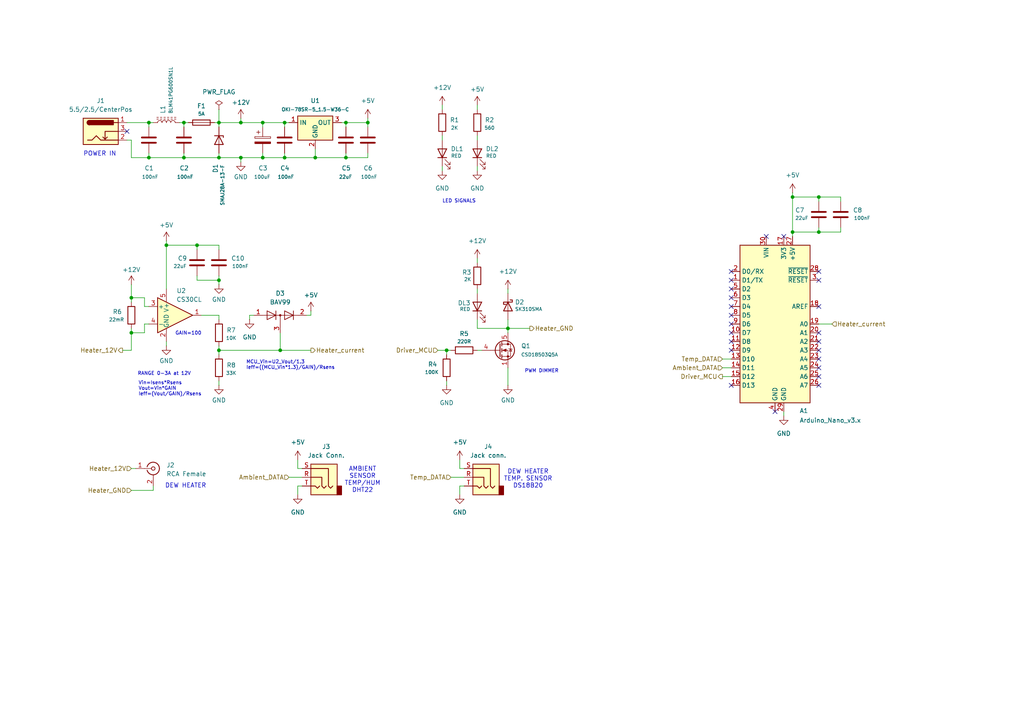
<source format=kicad_sch>
(kicad_sch
	(version 20231120)
	(generator "eeschema")
	(generator_version "8.0")
	(uuid "85d3c2e3-ea36-4989-b513-ee43af332bb3")
	(paper "A4")
	(title_block
		(title "Dew heater project")
		(date "2024-08-13")
		(rev "0.0")
		(company "Designer: Qualcuno TM")
	)
	(lib_symbols
		(symbol "Amplifier_Current:INA138"
			(pin_names
				(offset 0.127)
			)
			(exclude_from_sim no)
			(in_bom yes)
			(on_board yes)
			(property "Reference" "U"
				(at 3.81 5.08 0)
				(effects
					(font
						(size 1.27 1.27)
					)
					(justify left)
				)
			)
			(property "Value" "INA138"
				(at 3.81 2.54 0)
				(effects
					(font
						(size 1.27 1.27)
					)
					(justify left)
				)
			)
			(property "Footprint" "Package_TO_SOT_SMD:SOT-23-5"
				(at 0 0 0)
				(effects
					(font
						(size 1.27 1.27)
					)
					(hide yes)
				)
			)
			(property "Datasheet" "http://www.ti.com/lit/ds/symlink/ina138.pdf"
				(at 0 0.127 0)
				(effects
					(font
						(size 1.27 1.27)
					)
					(hide yes)
				)
			)
			(property "Description" "High-Side Measurement Current Shunt Monitor, 36V, SOT-23-5"
				(at 0 0 0)
				(effects
					(font
						(size 1.27 1.27)
					)
					(hide yes)
				)
			)
			(property "ki_keywords" "current sense shunt monitor"
				(at 0 0 0)
				(effects
					(font
						(size 1.27 1.27)
					)
					(hide yes)
				)
			)
			(property "ki_fp_filters" "SOT?23*"
				(at 0 0 0)
				(effects
					(font
						(size 1.27 1.27)
					)
					(hide yes)
				)
			)
			(symbol "INA138_0_1"
				(polyline
					(pts
						(xy -5.08 5.08) (xy 5.08 0) (xy -5.08 -5.08) (xy -5.08 5.08)
					)
					(stroke
						(width 0.254)
						(type default)
					)
					(fill
						(type background)
					)
				)
			)
			(symbol "INA138_1_1"
				(pin output line
					(at 7.62 0 180)
					(length 2.54)
					(name "~"
						(effects
							(font
								(size 1.27 1.27)
							)
						)
					)
					(number "1"
						(effects
							(font
								(size 1.27 1.27)
							)
						)
					)
				)
				(pin power_in line
					(at -2.54 -7.62 90)
					(length 3.81)
					(name "GND"
						(effects
							(font
								(size 1.27 1.27)
							)
						)
					)
					(number "2"
						(effects
							(font
								(size 1.27 1.27)
							)
						)
					)
				)
				(pin input line
					(at -7.62 2.54 0)
					(length 2.54)
					(name "+"
						(effects
							(font
								(size 1.27 1.27)
							)
						)
					)
					(number "3"
						(effects
							(font
								(size 1.27 1.27)
							)
						)
					)
				)
				(pin input line
					(at -7.62 -2.54 0)
					(length 2.54)
					(name "-"
						(effects
							(font
								(size 1.27 1.27)
							)
						)
					)
					(number "4"
						(effects
							(font
								(size 1.27 1.27)
							)
						)
					)
				)
				(pin power_in line
					(at -2.54 7.62 270)
					(length 3.81)
					(name "V+"
						(effects
							(font
								(size 1.27 1.27)
							)
						)
					)
					(number "5"
						(effects
							(font
								(size 1.27 1.27)
							)
						)
					)
				)
			)
		)
		(symbol "Connector:Barrel_Jack_Switch"
			(pin_names hide)
			(exclude_from_sim no)
			(in_bom yes)
			(on_board yes)
			(property "Reference" "J"
				(at 0 5.334 0)
				(effects
					(font
						(size 1.27 1.27)
					)
				)
			)
			(property "Value" "Barrel_Jack_Switch"
				(at 0 -5.08 0)
				(effects
					(font
						(size 1.27 1.27)
					)
				)
			)
			(property "Footprint" ""
				(at 1.27 -1.016 0)
				(effects
					(font
						(size 1.27 1.27)
					)
					(hide yes)
				)
			)
			(property "Datasheet" "~"
				(at 1.27 -1.016 0)
				(effects
					(font
						(size 1.27 1.27)
					)
					(hide yes)
				)
			)
			(property "Description" "DC Barrel Jack with an internal switch"
				(at 0 0 0)
				(effects
					(font
						(size 1.27 1.27)
					)
					(hide yes)
				)
			)
			(property "ki_keywords" "DC power barrel jack connector"
				(at 0 0 0)
				(effects
					(font
						(size 1.27 1.27)
					)
					(hide yes)
				)
			)
			(property "ki_fp_filters" "BarrelJack*"
				(at 0 0 0)
				(effects
					(font
						(size 1.27 1.27)
					)
					(hide yes)
				)
			)
			(symbol "Barrel_Jack_Switch_0_1"
				(rectangle
					(start -5.08 3.81)
					(end 5.08 -3.81)
					(stroke
						(width 0.254)
						(type default)
					)
					(fill
						(type background)
					)
				)
				(arc
					(start -3.302 3.175)
					(mid -3.9343 2.54)
					(end -3.302 1.905)
					(stroke
						(width 0.254)
						(type default)
					)
					(fill
						(type none)
					)
				)
				(arc
					(start -3.302 3.175)
					(mid -3.9343 2.54)
					(end -3.302 1.905)
					(stroke
						(width 0.254)
						(type default)
					)
					(fill
						(type outline)
					)
				)
				(polyline
					(pts
						(xy 1.27 -2.286) (xy 1.905 -1.651)
					)
					(stroke
						(width 0.254)
						(type default)
					)
					(fill
						(type none)
					)
				)
				(polyline
					(pts
						(xy 5.08 2.54) (xy 3.81 2.54)
					)
					(stroke
						(width 0.254)
						(type default)
					)
					(fill
						(type none)
					)
				)
				(polyline
					(pts
						(xy 5.08 0) (xy 1.27 0) (xy 1.27 -2.286) (xy 0.635 -1.651)
					)
					(stroke
						(width 0.254)
						(type default)
					)
					(fill
						(type none)
					)
				)
				(polyline
					(pts
						(xy -3.81 -2.54) (xy -2.54 -2.54) (xy -1.27 -1.27) (xy 0 -2.54) (xy 2.54 -2.54) (xy 5.08 -2.54)
					)
					(stroke
						(width 0.254)
						(type default)
					)
					(fill
						(type none)
					)
				)
				(rectangle
					(start 3.683 3.175)
					(end -3.302 1.905)
					(stroke
						(width 0.254)
						(type default)
					)
					(fill
						(type outline)
					)
				)
			)
			(symbol "Barrel_Jack_Switch_1_1"
				(pin passive line
					(at 7.62 2.54 180)
					(length 2.54)
					(name "~"
						(effects
							(font
								(size 1.27 1.27)
							)
						)
					)
					(number "1"
						(effects
							(font
								(size 1.27 1.27)
							)
						)
					)
				)
				(pin passive line
					(at 7.62 -2.54 180)
					(length 2.54)
					(name "~"
						(effects
							(font
								(size 1.27 1.27)
							)
						)
					)
					(number "2"
						(effects
							(font
								(size 1.27 1.27)
							)
						)
					)
				)
				(pin passive line
					(at 7.62 0 180)
					(length 2.54)
					(name "~"
						(effects
							(font
								(size 1.27 1.27)
							)
						)
					)
					(number "3"
						(effects
							(font
								(size 1.27 1.27)
							)
						)
					)
				)
			)
		)
		(symbol "Connector:Conn_Coaxial"
			(pin_names
				(offset 1.016) hide)
			(exclude_from_sim no)
			(in_bom yes)
			(on_board yes)
			(property "Reference" "J"
				(at 0.254 3.048 0)
				(effects
					(font
						(size 1.27 1.27)
					)
				)
			)
			(property "Value" "Conn_Coaxial"
				(at 2.921 0 90)
				(effects
					(font
						(size 1.27 1.27)
					)
				)
			)
			(property "Footprint" ""
				(at 0 0 0)
				(effects
					(font
						(size 1.27 1.27)
					)
					(hide yes)
				)
			)
			(property "Datasheet" " ~"
				(at 0 0 0)
				(effects
					(font
						(size 1.27 1.27)
					)
					(hide yes)
				)
			)
			(property "Description" "coaxial connector (BNC, SMA, SMB, SMC, Cinch/RCA, LEMO, ...)"
				(at 0 0 0)
				(effects
					(font
						(size 1.27 1.27)
					)
					(hide yes)
				)
			)
			(property "ki_keywords" "BNC SMA SMB SMC LEMO coaxial connector CINCH RCA MCX MMCX U.FL UMRF"
				(at 0 0 0)
				(effects
					(font
						(size 1.27 1.27)
					)
					(hide yes)
				)
			)
			(property "ki_fp_filters" "*BNC* *SMA* *SMB* *SMC* *Cinch* *LEMO* *UMRF* *MCX* *U.FL*"
				(at 0 0 0)
				(effects
					(font
						(size 1.27 1.27)
					)
					(hide yes)
				)
			)
			(symbol "Conn_Coaxial_0_1"
				(arc
					(start -1.778 -0.508)
					(mid 0.2311 -1.8066)
					(end 1.778 0)
					(stroke
						(width 0.254)
						(type default)
					)
					(fill
						(type none)
					)
				)
				(polyline
					(pts
						(xy -2.54 0) (xy -0.508 0)
					)
					(stroke
						(width 0)
						(type default)
					)
					(fill
						(type none)
					)
				)
				(polyline
					(pts
						(xy 0 -2.54) (xy 0 -1.778)
					)
					(stroke
						(width 0)
						(type default)
					)
					(fill
						(type none)
					)
				)
				(circle
					(center 0 0)
					(radius 0.508)
					(stroke
						(width 0.2032)
						(type default)
					)
					(fill
						(type none)
					)
				)
				(arc
					(start 1.778 0)
					(mid 0.2099 1.8101)
					(end -1.778 0.508)
					(stroke
						(width 0.254)
						(type default)
					)
					(fill
						(type none)
					)
				)
			)
			(symbol "Conn_Coaxial_1_1"
				(pin passive line
					(at -5.08 0 0)
					(length 2.54)
					(name "In"
						(effects
							(font
								(size 1.27 1.27)
							)
						)
					)
					(number "1"
						(effects
							(font
								(size 1.27 1.27)
							)
						)
					)
				)
				(pin passive line
					(at 0 -5.08 90)
					(length 2.54)
					(name "Ext"
						(effects
							(font
								(size 1.27 1.27)
							)
						)
					)
					(number "2"
						(effects
							(font
								(size 1.27 1.27)
							)
						)
					)
				)
			)
		)
		(symbol "Connector_Audio:AudioJack3"
			(exclude_from_sim no)
			(in_bom yes)
			(on_board yes)
			(property "Reference" "J"
				(at 0 8.89 0)
				(effects
					(font
						(size 1.27 1.27)
					)
				)
			)
			(property "Value" "AudioJack3"
				(at 0 6.35 0)
				(effects
					(font
						(size 1.27 1.27)
					)
				)
			)
			(property "Footprint" ""
				(at 0 0 0)
				(effects
					(font
						(size 1.27 1.27)
					)
					(hide yes)
				)
			)
			(property "Datasheet" "~"
				(at 0 0 0)
				(effects
					(font
						(size 1.27 1.27)
					)
					(hide yes)
				)
			)
			(property "Description" "Audio Jack, 3 Poles (Stereo / TRS)"
				(at 0 0 0)
				(effects
					(font
						(size 1.27 1.27)
					)
					(hide yes)
				)
			)
			(property "ki_keywords" "audio jack receptacle stereo headphones phones TRS connector"
				(at 0 0 0)
				(effects
					(font
						(size 1.27 1.27)
					)
					(hide yes)
				)
			)
			(property "ki_fp_filters" "Jack*"
				(at 0 0 0)
				(effects
					(font
						(size 1.27 1.27)
					)
					(hide yes)
				)
			)
			(symbol "AudioJack3_0_1"
				(rectangle
					(start -5.08 -5.08)
					(end -6.35 -2.54)
					(stroke
						(width 0.254)
						(type default)
					)
					(fill
						(type outline)
					)
				)
				(polyline
					(pts
						(xy 0 -2.54) (xy 0.635 -3.175) (xy 1.27 -2.54) (xy 2.54 -2.54)
					)
					(stroke
						(width 0.254)
						(type default)
					)
					(fill
						(type none)
					)
				)
				(polyline
					(pts
						(xy -1.905 -2.54) (xy -1.27 -3.175) (xy -0.635 -2.54) (xy -0.635 0) (xy 2.54 0)
					)
					(stroke
						(width 0.254)
						(type default)
					)
					(fill
						(type none)
					)
				)
				(polyline
					(pts
						(xy 2.54 2.54) (xy -2.54 2.54) (xy -2.54 -2.54) (xy -3.175 -3.175) (xy -3.81 -2.54)
					)
					(stroke
						(width 0.254)
						(type default)
					)
					(fill
						(type none)
					)
				)
				(rectangle
					(start 2.54 3.81)
					(end -5.08 -5.08)
					(stroke
						(width 0.254)
						(type default)
					)
					(fill
						(type background)
					)
				)
			)
			(symbol "AudioJack3_1_1"
				(pin passive line
					(at 5.08 0 180)
					(length 2.54)
					(name "~"
						(effects
							(font
								(size 1.27 1.27)
							)
						)
					)
					(number "R"
						(effects
							(font
								(size 1.27 1.27)
							)
						)
					)
				)
				(pin passive line
					(at 5.08 2.54 180)
					(length 2.54)
					(name "~"
						(effects
							(font
								(size 1.27 1.27)
							)
						)
					)
					(number "S"
						(effects
							(font
								(size 1.27 1.27)
							)
						)
					)
				)
				(pin passive line
					(at 5.08 -2.54 180)
					(length 2.54)
					(name "~"
						(effects
							(font
								(size 1.27 1.27)
							)
						)
					)
					(number "T"
						(effects
							(font
								(size 1.27 1.27)
							)
						)
					)
				)
			)
		)
		(symbol "Converter_DCDC:OKI-78SR-5_1.5-W36-C"
			(exclude_from_sim no)
			(in_bom yes)
			(on_board yes)
			(property "Reference" "U"
				(at -3.81 3.175 0)
				(effects
					(font
						(size 1.27 1.27)
					)
				)
			)
			(property "Value" "OKI-78SR-5_1.5-W36-C"
				(at 0 3.175 0)
				(effects
					(font
						(size 1.27 1.27)
					)
					(justify left)
				)
			)
			(property "Footprint" "Converter_DCDC:Converter_DCDC_Murata_OKI-78SR_Vertical"
				(at 1.27 -6.35 0)
				(effects
					(font
						(size 1.27 1.27)
						(italic yes)
					)
					(justify left)
					(hide yes)
				)
			)
			(property "Datasheet" "https://power.murata.com/data/power/oki-78sr.pdf"
				(at 0 0 0)
				(effects
					(font
						(size 1.27 1.27)
					)
					(hide yes)
				)
			)
			(property "Description" "1.5A Step-Down DC/DC-Regulator, 7-36V input, 5V fixed Output Voltage, LM78xx replacement, -40°C to +85°C, OKI-78SR_Vertical"
				(at 0 0 0)
				(effects
					(font
						(size 1.27 1.27)
					)
					(hide yes)
				)
			)
			(property "ki_keywords" "dc-dc murata Step-Down DC/DC-Regulator"
				(at 0 0 0)
				(effects
					(font
						(size 1.27 1.27)
					)
					(hide yes)
				)
			)
			(property "ki_fp_filters" "Converter*DCDC*Murata*OKI*78SR*Vertical*"
				(at 0 0 0)
				(effects
					(font
						(size 1.27 1.27)
					)
					(hide yes)
				)
			)
			(symbol "OKI-78SR-5_1.5-W36-C_0_1"
				(rectangle
					(start -5.08 1.905)
					(end 5.08 -5.08)
					(stroke
						(width 0.254)
						(type default)
					)
					(fill
						(type background)
					)
				)
			)
			(symbol "OKI-78SR-5_1.5-W36-C_1_1"
				(pin power_in line
					(at -7.62 0 0)
					(length 2.54)
					(name "IN"
						(effects
							(font
								(size 1.27 1.27)
							)
						)
					)
					(number "1"
						(effects
							(font
								(size 1.27 1.27)
							)
						)
					)
				)
				(pin power_in line
					(at 0 -7.62 90)
					(length 2.54)
					(name "GND"
						(effects
							(font
								(size 1.27 1.27)
							)
						)
					)
					(number "2"
						(effects
							(font
								(size 1.27 1.27)
							)
						)
					)
				)
				(pin power_out line
					(at 7.62 0 180)
					(length 2.54)
					(name "OUT"
						(effects
							(font
								(size 1.27 1.27)
							)
						)
					)
					(number "3"
						(effects
							(font
								(size 1.27 1.27)
							)
						)
					)
				)
			)
		)
		(symbol "Device:C"
			(pin_numbers hide)
			(pin_names
				(offset 0.254)
			)
			(exclude_from_sim no)
			(in_bom yes)
			(on_board yes)
			(property "Reference" "C"
				(at 0.635 2.54 0)
				(effects
					(font
						(size 1.27 1.27)
					)
					(justify left)
				)
			)
			(property "Value" "C"
				(at 0.635 -2.54 0)
				(effects
					(font
						(size 1.27 1.27)
					)
					(justify left)
				)
			)
			(property "Footprint" ""
				(at 0.9652 -3.81 0)
				(effects
					(font
						(size 1.27 1.27)
					)
					(hide yes)
				)
			)
			(property "Datasheet" "~"
				(at 0 0 0)
				(effects
					(font
						(size 1.27 1.27)
					)
					(hide yes)
				)
			)
			(property "Description" "Unpolarized capacitor"
				(at 0 0 0)
				(effects
					(font
						(size 1.27 1.27)
					)
					(hide yes)
				)
			)
			(property "ki_keywords" "cap capacitor"
				(at 0 0 0)
				(effects
					(font
						(size 1.27 1.27)
					)
					(hide yes)
				)
			)
			(property "ki_fp_filters" "C_*"
				(at 0 0 0)
				(effects
					(font
						(size 1.27 1.27)
					)
					(hide yes)
				)
			)
			(symbol "C_0_1"
				(polyline
					(pts
						(xy -2.032 -0.762) (xy 2.032 -0.762)
					)
					(stroke
						(width 0.508)
						(type default)
					)
					(fill
						(type none)
					)
				)
				(polyline
					(pts
						(xy -2.032 0.762) (xy 2.032 0.762)
					)
					(stroke
						(width 0.508)
						(type default)
					)
					(fill
						(type none)
					)
				)
			)
			(symbol "C_1_1"
				(pin passive line
					(at 0 3.81 270)
					(length 2.794)
					(name "~"
						(effects
							(font
								(size 1.27 1.27)
							)
						)
					)
					(number "1"
						(effects
							(font
								(size 1.27 1.27)
							)
						)
					)
				)
				(pin passive line
					(at 0 -3.81 90)
					(length 2.794)
					(name "~"
						(effects
							(font
								(size 1.27 1.27)
							)
						)
					)
					(number "2"
						(effects
							(font
								(size 1.27 1.27)
							)
						)
					)
				)
			)
		)
		(symbol "Device:C_Polarized"
			(pin_numbers hide)
			(pin_names
				(offset 0.254)
			)
			(exclude_from_sim no)
			(in_bom yes)
			(on_board yes)
			(property "Reference" "C"
				(at 0.635 2.54 0)
				(effects
					(font
						(size 1.27 1.27)
					)
					(justify left)
				)
			)
			(property "Value" "C_Polarized"
				(at 0.635 -2.54 0)
				(effects
					(font
						(size 1.27 1.27)
					)
					(justify left)
				)
			)
			(property "Footprint" ""
				(at 0.9652 -3.81 0)
				(effects
					(font
						(size 1.27 1.27)
					)
					(hide yes)
				)
			)
			(property "Datasheet" "~"
				(at 0 0 0)
				(effects
					(font
						(size 1.27 1.27)
					)
					(hide yes)
				)
			)
			(property "Description" "Polarized capacitor"
				(at 0 0 0)
				(effects
					(font
						(size 1.27 1.27)
					)
					(hide yes)
				)
			)
			(property "ki_keywords" "cap capacitor"
				(at 0 0 0)
				(effects
					(font
						(size 1.27 1.27)
					)
					(hide yes)
				)
			)
			(property "ki_fp_filters" "CP_*"
				(at 0 0 0)
				(effects
					(font
						(size 1.27 1.27)
					)
					(hide yes)
				)
			)
			(symbol "C_Polarized_0_1"
				(rectangle
					(start -2.286 0.508)
					(end 2.286 1.016)
					(stroke
						(width 0)
						(type default)
					)
					(fill
						(type none)
					)
				)
				(polyline
					(pts
						(xy -1.778 2.286) (xy -0.762 2.286)
					)
					(stroke
						(width 0)
						(type default)
					)
					(fill
						(type none)
					)
				)
				(polyline
					(pts
						(xy -1.27 2.794) (xy -1.27 1.778)
					)
					(stroke
						(width 0)
						(type default)
					)
					(fill
						(type none)
					)
				)
				(rectangle
					(start 2.286 -0.508)
					(end -2.286 -1.016)
					(stroke
						(width 0)
						(type default)
					)
					(fill
						(type outline)
					)
				)
			)
			(symbol "C_Polarized_1_1"
				(pin passive line
					(at 0 3.81 270)
					(length 2.794)
					(name "~"
						(effects
							(font
								(size 1.27 1.27)
							)
						)
					)
					(number "1"
						(effects
							(font
								(size 1.27 1.27)
							)
						)
					)
				)
				(pin passive line
					(at 0 -3.81 90)
					(length 2.794)
					(name "~"
						(effects
							(font
								(size 1.27 1.27)
							)
						)
					)
					(number "2"
						(effects
							(font
								(size 1.27 1.27)
							)
						)
					)
				)
			)
		)
		(symbol "Device:D_Schottky"
			(pin_numbers hide)
			(pin_names
				(offset 1.016) hide)
			(exclude_from_sim no)
			(in_bom yes)
			(on_board yes)
			(property "Reference" "D"
				(at 0 2.54 0)
				(effects
					(font
						(size 1.27 1.27)
					)
				)
			)
			(property "Value" "D_Schottky"
				(at 0 -2.54 0)
				(effects
					(font
						(size 1.27 1.27)
					)
				)
			)
			(property "Footprint" ""
				(at 0 0 0)
				(effects
					(font
						(size 1.27 1.27)
					)
					(hide yes)
				)
			)
			(property "Datasheet" "~"
				(at 0 0 0)
				(effects
					(font
						(size 1.27 1.27)
					)
					(hide yes)
				)
			)
			(property "Description" "Schottky diode"
				(at 0 0 0)
				(effects
					(font
						(size 1.27 1.27)
					)
					(hide yes)
				)
			)
			(property "ki_keywords" "diode Schottky"
				(at 0 0 0)
				(effects
					(font
						(size 1.27 1.27)
					)
					(hide yes)
				)
			)
			(property "ki_fp_filters" "TO-???* *_Diode_* *SingleDiode* D_*"
				(at 0 0 0)
				(effects
					(font
						(size 1.27 1.27)
					)
					(hide yes)
				)
			)
			(symbol "D_Schottky_0_1"
				(polyline
					(pts
						(xy 1.27 0) (xy -1.27 0)
					)
					(stroke
						(width 0)
						(type default)
					)
					(fill
						(type none)
					)
				)
				(polyline
					(pts
						(xy 1.27 1.27) (xy 1.27 -1.27) (xy -1.27 0) (xy 1.27 1.27)
					)
					(stroke
						(width 0.254)
						(type default)
					)
					(fill
						(type none)
					)
				)
				(polyline
					(pts
						(xy -1.905 0.635) (xy -1.905 1.27) (xy -1.27 1.27) (xy -1.27 -1.27) (xy -0.635 -1.27) (xy -0.635 -0.635)
					)
					(stroke
						(width 0.254)
						(type default)
					)
					(fill
						(type none)
					)
				)
			)
			(symbol "D_Schottky_1_1"
				(pin passive line
					(at -3.81 0 0)
					(length 2.54)
					(name "K"
						(effects
							(font
								(size 1.27 1.27)
							)
						)
					)
					(number "1"
						(effects
							(font
								(size 1.27 1.27)
							)
						)
					)
				)
				(pin passive line
					(at 3.81 0 180)
					(length 2.54)
					(name "A"
						(effects
							(font
								(size 1.27 1.27)
							)
						)
					)
					(number "2"
						(effects
							(font
								(size 1.27 1.27)
							)
						)
					)
				)
			)
		)
		(symbol "Device:D_Zener"
			(pin_numbers hide)
			(pin_names
				(offset 1.016) hide)
			(exclude_from_sim no)
			(in_bom yes)
			(on_board yes)
			(property "Reference" "D"
				(at 0 2.54 0)
				(effects
					(font
						(size 1.27 1.27)
					)
				)
			)
			(property "Value" "D_Zener"
				(at 0 -2.54 0)
				(effects
					(font
						(size 1.27 1.27)
					)
				)
			)
			(property "Footprint" ""
				(at 0 0 0)
				(effects
					(font
						(size 1.27 1.27)
					)
					(hide yes)
				)
			)
			(property "Datasheet" "~"
				(at 0 0 0)
				(effects
					(font
						(size 1.27 1.27)
					)
					(hide yes)
				)
			)
			(property "Description" "Zener diode"
				(at 0 0 0)
				(effects
					(font
						(size 1.27 1.27)
					)
					(hide yes)
				)
			)
			(property "ki_keywords" "diode"
				(at 0 0 0)
				(effects
					(font
						(size 1.27 1.27)
					)
					(hide yes)
				)
			)
			(property "ki_fp_filters" "TO-???* *_Diode_* *SingleDiode* D_*"
				(at 0 0 0)
				(effects
					(font
						(size 1.27 1.27)
					)
					(hide yes)
				)
			)
			(symbol "D_Zener_0_1"
				(polyline
					(pts
						(xy 1.27 0) (xy -1.27 0)
					)
					(stroke
						(width 0)
						(type default)
					)
					(fill
						(type none)
					)
				)
				(polyline
					(pts
						(xy -1.27 -1.27) (xy -1.27 1.27) (xy -0.762 1.27)
					)
					(stroke
						(width 0.254)
						(type default)
					)
					(fill
						(type none)
					)
				)
				(polyline
					(pts
						(xy 1.27 -1.27) (xy 1.27 1.27) (xy -1.27 0) (xy 1.27 -1.27)
					)
					(stroke
						(width 0.254)
						(type default)
					)
					(fill
						(type none)
					)
				)
			)
			(symbol "D_Zener_1_1"
				(pin passive line
					(at -3.81 0 0)
					(length 2.54)
					(name "K"
						(effects
							(font
								(size 1.27 1.27)
							)
						)
					)
					(number "1"
						(effects
							(font
								(size 1.27 1.27)
							)
						)
					)
				)
				(pin passive line
					(at 3.81 0 180)
					(length 2.54)
					(name "A"
						(effects
							(font
								(size 1.27 1.27)
							)
						)
					)
					(number "2"
						(effects
							(font
								(size 1.27 1.27)
							)
						)
					)
				)
			)
		)
		(symbol "Device:Fuse"
			(pin_numbers hide)
			(pin_names
				(offset 0)
			)
			(exclude_from_sim no)
			(in_bom yes)
			(on_board yes)
			(property "Reference" "F"
				(at 2.032 0 90)
				(effects
					(font
						(size 1.27 1.27)
					)
				)
			)
			(property "Value" "Fuse"
				(at -1.905 0 90)
				(effects
					(font
						(size 1.27 1.27)
					)
				)
			)
			(property "Footprint" ""
				(at -1.778 0 90)
				(effects
					(font
						(size 1.27 1.27)
					)
					(hide yes)
				)
			)
			(property "Datasheet" "~"
				(at 0 0 0)
				(effects
					(font
						(size 1.27 1.27)
					)
					(hide yes)
				)
			)
			(property "Description" "Fuse"
				(at 0 0 0)
				(effects
					(font
						(size 1.27 1.27)
					)
					(hide yes)
				)
			)
			(property "ki_keywords" "fuse"
				(at 0 0 0)
				(effects
					(font
						(size 1.27 1.27)
					)
					(hide yes)
				)
			)
			(property "ki_fp_filters" "*Fuse*"
				(at 0 0 0)
				(effects
					(font
						(size 1.27 1.27)
					)
					(hide yes)
				)
			)
			(symbol "Fuse_0_1"
				(rectangle
					(start -0.762 -2.54)
					(end 0.762 2.54)
					(stroke
						(width 0.254)
						(type default)
					)
					(fill
						(type none)
					)
				)
				(polyline
					(pts
						(xy 0 2.54) (xy 0 -2.54)
					)
					(stroke
						(width 0)
						(type default)
					)
					(fill
						(type none)
					)
				)
			)
			(symbol "Fuse_1_1"
				(pin passive line
					(at 0 3.81 270)
					(length 1.27)
					(name "~"
						(effects
							(font
								(size 1.27 1.27)
							)
						)
					)
					(number "1"
						(effects
							(font
								(size 1.27 1.27)
							)
						)
					)
				)
				(pin passive line
					(at 0 -3.81 90)
					(length 1.27)
					(name "~"
						(effects
							(font
								(size 1.27 1.27)
							)
						)
					)
					(number "2"
						(effects
							(font
								(size 1.27 1.27)
							)
						)
					)
				)
			)
		)
		(symbol "Device:LED"
			(pin_numbers hide)
			(pin_names
				(offset 1.016) hide)
			(exclude_from_sim no)
			(in_bom yes)
			(on_board yes)
			(property "Reference" "D"
				(at 0 2.54 0)
				(effects
					(font
						(size 1.27 1.27)
					)
				)
			)
			(property "Value" "LED"
				(at 0 -2.54 0)
				(effects
					(font
						(size 1.27 1.27)
					)
				)
			)
			(property "Footprint" ""
				(at 0 0 0)
				(effects
					(font
						(size 1.27 1.27)
					)
					(hide yes)
				)
			)
			(property "Datasheet" "~"
				(at 0 0 0)
				(effects
					(font
						(size 1.27 1.27)
					)
					(hide yes)
				)
			)
			(property "Description" "Light emitting diode"
				(at 0 0 0)
				(effects
					(font
						(size 1.27 1.27)
					)
					(hide yes)
				)
			)
			(property "ki_keywords" "LED diode"
				(at 0 0 0)
				(effects
					(font
						(size 1.27 1.27)
					)
					(hide yes)
				)
			)
			(property "ki_fp_filters" "LED* LED_SMD:* LED_THT:*"
				(at 0 0 0)
				(effects
					(font
						(size 1.27 1.27)
					)
					(hide yes)
				)
			)
			(symbol "LED_0_1"
				(polyline
					(pts
						(xy -1.27 -1.27) (xy -1.27 1.27)
					)
					(stroke
						(width 0.254)
						(type default)
					)
					(fill
						(type none)
					)
				)
				(polyline
					(pts
						(xy -1.27 0) (xy 1.27 0)
					)
					(stroke
						(width 0)
						(type default)
					)
					(fill
						(type none)
					)
				)
				(polyline
					(pts
						(xy 1.27 -1.27) (xy 1.27 1.27) (xy -1.27 0) (xy 1.27 -1.27)
					)
					(stroke
						(width 0.254)
						(type default)
					)
					(fill
						(type none)
					)
				)
				(polyline
					(pts
						(xy -3.048 -0.762) (xy -4.572 -2.286) (xy -3.81 -2.286) (xy -4.572 -2.286) (xy -4.572 -1.524)
					)
					(stroke
						(width 0)
						(type default)
					)
					(fill
						(type none)
					)
				)
				(polyline
					(pts
						(xy -1.778 -0.762) (xy -3.302 -2.286) (xy -2.54 -2.286) (xy -3.302 -2.286) (xy -3.302 -1.524)
					)
					(stroke
						(width 0)
						(type default)
					)
					(fill
						(type none)
					)
				)
			)
			(symbol "LED_1_1"
				(pin passive line
					(at -3.81 0 0)
					(length 2.54)
					(name "K"
						(effects
							(font
								(size 1.27 1.27)
							)
						)
					)
					(number "1"
						(effects
							(font
								(size 1.27 1.27)
							)
						)
					)
				)
				(pin passive line
					(at 3.81 0 180)
					(length 2.54)
					(name "A"
						(effects
							(font
								(size 1.27 1.27)
							)
						)
					)
					(number "2"
						(effects
							(font
								(size 1.27 1.27)
							)
						)
					)
				)
			)
		)
		(symbol "Device:L_Ferrite"
			(pin_numbers hide)
			(pin_names
				(offset 1.016) hide)
			(exclude_from_sim no)
			(in_bom yes)
			(on_board yes)
			(property "Reference" "L"
				(at -1.27 0 90)
				(effects
					(font
						(size 1.27 1.27)
					)
				)
			)
			(property "Value" "L_Ferrite"
				(at 2.794 0 90)
				(effects
					(font
						(size 1.27 1.27)
					)
				)
			)
			(property "Footprint" ""
				(at 0 0 0)
				(effects
					(font
						(size 1.27 1.27)
					)
					(hide yes)
				)
			)
			(property "Datasheet" "~"
				(at 0 0 0)
				(effects
					(font
						(size 1.27 1.27)
					)
					(hide yes)
				)
			)
			(property "Description" "Inductor with ferrite core"
				(at 0 0 0)
				(effects
					(font
						(size 1.27 1.27)
					)
					(hide yes)
				)
			)
			(property "ki_keywords" "inductor choke coil reactor magnetic"
				(at 0 0 0)
				(effects
					(font
						(size 1.27 1.27)
					)
					(hide yes)
				)
			)
			(property "ki_fp_filters" "Choke_* *Coil* Inductor_* L_*"
				(at 0 0 0)
				(effects
					(font
						(size 1.27 1.27)
					)
					(hide yes)
				)
			)
			(symbol "L_Ferrite_0_1"
				(arc
					(start 0 -2.54)
					(mid 0.6323 -1.905)
					(end 0 -1.27)
					(stroke
						(width 0)
						(type default)
					)
					(fill
						(type none)
					)
				)
				(arc
					(start 0 -1.27)
					(mid 0.6323 -0.635)
					(end 0 0)
					(stroke
						(width 0)
						(type default)
					)
					(fill
						(type none)
					)
				)
				(polyline
					(pts
						(xy 1.016 -2.794) (xy 1.016 -2.286)
					)
					(stroke
						(width 0)
						(type default)
					)
					(fill
						(type none)
					)
				)
				(polyline
					(pts
						(xy 1.016 -1.778) (xy 1.016 -1.27)
					)
					(stroke
						(width 0)
						(type default)
					)
					(fill
						(type none)
					)
				)
				(polyline
					(pts
						(xy 1.016 -0.762) (xy 1.016 -0.254)
					)
					(stroke
						(width 0)
						(type default)
					)
					(fill
						(type none)
					)
				)
				(polyline
					(pts
						(xy 1.016 0.254) (xy 1.016 0.762)
					)
					(stroke
						(width 0)
						(type default)
					)
					(fill
						(type none)
					)
				)
				(polyline
					(pts
						(xy 1.016 1.27) (xy 1.016 1.778)
					)
					(stroke
						(width 0)
						(type default)
					)
					(fill
						(type none)
					)
				)
				(polyline
					(pts
						(xy 1.016 2.286) (xy 1.016 2.794)
					)
					(stroke
						(width 0)
						(type default)
					)
					(fill
						(type none)
					)
				)
				(polyline
					(pts
						(xy 1.524 -2.286) (xy 1.524 -2.794)
					)
					(stroke
						(width 0)
						(type default)
					)
					(fill
						(type none)
					)
				)
				(polyline
					(pts
						(xy 1.524 -1.27) (xy 1.524 -1.778)
					)
					(stroke
						(width 0)
						(type default)
					)
					(fill
						(type none)
					)
				)
				(polyline
					(pts
						(xy 1.524 -0.254) (xy 1.524 -0.762)
					)
					(stroke
						(width 0)
						(type default)
					)
					(fill
						(type none)
					)
				)
				(polyline
					(pts
						(xy 1.524 0.762) (xy 1.524 0.254)
					)
					(stroke
						(width 0)
						(type default)
					)
					(fill
						(type none)
					)
				)
				(polyline
					(pts
						(xy 1.524 1.778) (xy 1.524 1.27)
					)
					(stroke
						(width 0)
						(type default)
					)
					(fill
						(type none)
					)
				)
				(polyline
					(pts
						(xy 1.524 2.794) (xy 1.524 2.286)
					)
					(stroke
						(width 0)
						(type default)
					)
					(fill
						(type none)
					)
				)
				(arc
					(start 0 0)
					(mid 0.6323 0.635)
					(end 0 1.27)
					(stroke
						(width 0)
						(type default)
					)
					(fill
						(type none)
					)
				)
				(arc
					(start 0 1.27)
					(mid 0.6323 1.905)
					(end 0 2.54)
					(stroke
						(width 0)
						(type default)
					)
					(fill
						(type none)
					)
				)
			)
			(symbol "L_Ferrite_1_1"
				(pin passive line
					(at 0 3.81 270)
					(length 1.27)
					(name "1"
						(effects
							(font
								(size 1.27 1.27)
							)
						)
					)
					(number "1"
						(effects
							(font
								(size 1.27 1.27)
							)
						)
					)
				)
				(pin passive line
					(at 0 -3.81 90)
					(length 1.27)
					(name "2"
						(effects
							(font
								(size 1.27 1.27)
							)
						)
					)
					(number "2"
						(effects
							(font
								(size 1.27 1.27)
							)
						)
					)
				)
			)
		)
		(symbol "Device:R"
			(pin_numbers hide)
			(pin_names
				(offset 0)
			)
			(exclude_from_sim no)
			(in_bom yes)
			(on_board yes)
			(property "Reference" "R"
				(at 2.032 0 90)
				(effects
					(font
						(size 1.27 1.27)
					)
				)
			)
			(property "Value" "R"
				(at 0 0 90)
				(effects
					(font
						(size 1.27 1.27)
					)
				)
			)
			(property "Footprint" ""
				(at -1.778 0 90)
				(effects
					(font
						(size 1.27 1.27)
					)
					(hide yes)
				)
			)
			(property "Datasheet" "~"
				(at 0 0 0)
				(effects
					(font
						(size 1.27 1.27)
					)
					(hide yes)
				)
			)
			(property "Description" "Resistor"
				(at 0 0 0)
				(effects
					(font
						(size 1.27 1.27)
					)
					(hide yes)
				)
			)
			(property "ki_keywords" "R res resistor"
				(at 0 0 0)
				(effects
					(font
						(size 1.27 1.27)
					)
					(hide yes)
				)
			)
			(property "ki_fp_filters" "R_*"
				(at 0 0 0)
				(effects
					(font
						(size 1.27 1.27)
					)
					(hide yes)
				)
			)
			(symbol "R_0_1"
				(rectangle
					(start -1.016 -2.54)
					(end 1.016 2.54)
					(stroke
						(width 0.254)
						(type default)
					)
					(fill
						(type none)
					)
				)
			)
			(symbol "R_1_1"
				(pin passive line
					(at 0 3.81 270)
					(length 1.27)
					(name "~"
						(effects
							(font
								(size 1.27 1.27)
							)
						)
					)
					(number "1"
						(effects
							(font
								(size 1.27 1.27)
							)
						)
					)
				)
				(pin passive line
					(at 0 -3.81 90)
					(length 1.27)
					(name "~"
						(effects
							(font
								(size 1.27 1.27)
							)
						)
					)
					(number "2"
						(effects
							(font
								(size 1.27 1.27)
							)
						)
					)
				)
			)
		)
		(symbol "Diode:BAV99"
			(pin_names hide)
			(exclude_from_sim no)
			(in_bom yes)
			(on_board yes)
			(property "Reference" "D"
				(at 0 5.08 0)
				(effects
					(font
						(size 1.27 1.27)
					)
				)
			)
			(property "Value" "BAV99"
				(at 0 2.54 0)
				(effects
					(font
						(size 1.27 1.27)
					)
				)
			)
			(property "Footprint" "Package_TO_SOT_SMD:SOT-23"
				(at 0 -12.7 0)
				(effects
					(font
						(size 1.27 1.27)
					)
					(hide yes)
				)
			)
			(property "Datasheet" "https://assets.nexperia.com/documents/data-sheet/BAV99_SER.pdf"
				(at 0 0 0)
				(effects
					(font
						(size 1.27 1.27)
					)
					(hide yes)
				)
			)
			(property "Description" "BAV99 High-speed switching diodes, SOT-23"
				(at 0 0 0)
				(effects
					(font
						(size 1.27 1.27)
					)
					(hide yes)
				)
			)
			(property "ki_keywords" "diode"
				(at 0 0 0)
				(effects
					(font
						(size 1.27 1.27)
					)
					(hide yes)
				)
			)
			(property "ki_fp_filters" "SOT?23*"
				(at 0 0 0)
				(effects
					(font
						(size 1.27 1.27)
					)
					(hide yes)
				)
			)
			(symbol "BAV99_0_1"
				(polyline
					(pts
						(xy -5.08 0) (xy 5.08 0)
					)
					(stroke
						(width 0)
						(type default)
					)
					(fill
						(type none)
					)
				)
			)
			(symbol "BAV99_1_1"
				(polyline
					(pts
						(xy 0 0) (xy 0 -2.54)
					)
					(stroke
						(width 0)
						(type default)
					)
					(fill
						(type none)
					)
				)
				(polyline
					(pts
						(xy -1.27 -1.27) (xy -1.27 1.27) (xy -1.27 1.27)
					)
					(stroke
						(width 0.2032)
						(type default)
					)
					(fill
						(type none)
					)
				)
				(polyline
					(pts
						(xy 3.81 1.27) (xy 3.81 -1.27) (xy 3.81 -1.27)
					)
					(stroke
						(width 0.2032)
						(type default)
					)
					(fill
						(type none)
					)
				)
				(polyline
					(pts
						(xy -3.81 1.27) (xy -1.27 0) (xy -3.81 -1.27) (xy -3.81 1.27) (xy -3.81 1.27) (xy -3.81 1.27)
					)
					(stroke
						(width 0.2032)
						(type default)
					)
					(fill
						(type none)
					)
				)
				(polyline
					(pts
						(xy 1.27 1.27) (xy 3.81 0) (xy 1.27 -1.27) (xy 1.27 1.27) (xy 1.27 1.27) (xy 1.27 1.27)
					)
					(stroke
						(width 0.2032)
						(type default)
					)
					(fill
						(type none)
					)
				)
				(circle
					(center 0 0)
					(radius 0.254)
					(stroke
						(width 0)
						(type default)
					)
					(fill
						(type outline)
					)
				)
				(pin passive line
					(at -7.62 0 0)
					(length 2.54)
					(name "K"
						(effects
							(font
								(size 1.27 1.27)
							)
						)
					)
					(number "1"
						(effects
							(font
								(size 1.27 1.27)
							)
						)
					)
				)
				(pin passive line
					(at 7.62 0 180)
					(length 2.54)
					(name "A"
						(effects
							(font
								(size 1.27 1.27)
							)
						)
					)
					(number "2"
						(effects
							(font
								(size 1.27 1.27)
							)
						)
					)
				)
				(pin passive line
					(at 0 -5.08 90)
					(length 2.54)
					(name "K"
						(effects
							(font
								(size 1.27 1.27)
							)
						)
					)
					(number "3"
						(effects
							(font
								(size 1.27 1.27)
							)
						)
					)
				)
			)
		)
		(symbol "MCU_Module:Arduino_Nano_v3.x"
			(exclude_from_sim no)
			(in_bom yes)
			(on_board yes)
			(property "Reference" "A"
				(at -10.16 23.495 0)
				(effects
					(font
						(size 1.27 1.27)
					)
					(justify left bottom)
				)
			)
			(property "Value" "Arduino_Nano_v3.x"
				(at 5.08 -24.13 0)
				(effects
					(font
						(size 1.27 1.27)
					)
					(justify left top)
				)
			)
			(property "Footprint" "Module:Arduino_Nano"
				(at 0 0 0)
				(effects
					(font
						(size 1.27 1.27)
						(italic yes)
					)
					(hide yes)
				)
			)
			(property "Datasheet" "http://www.mouser.com/pdfdocs/Gravitech_Arduino_Nano3_0.pdf"
				(at 0 0 0)
				(effects
					(font
						(size 1.27 1.27)
					)
					(hide yes)
				)
			)
			(property "Description" "Arduino Nano v3.x"
				(at 0 0 0)
				(effects
					(font
						(size 1.27 1.27)
					)
					(hide yes)
				)
			)
			(property "ki_keywords" "Arduino nano microcontroller module USB"
				(at 0 0 0)
				(effects
					(font
						(size 1.27 1.27)
					)
					(hide yes)
				)
			)
			(property "ki_fp_filters" "Arduino*Nano*"
				(at 0 0 0)
				(effects
					(font
						(size 1.27 1.27)
					)
					(hide yes)
				)
			)
			(symbol "Arduino_Nano_v3.x_0_1"
				(rectangle
					(start -10.16 22.86)
					(end 10.16 -22.86)
					(stroke
						(width 0.254)
						(type default)
					)
					(fill
						(type background)
					)
				)
			)
			(symbol "Arduino_Nano_v3.x_1_1"
				(pin bidirectional line
					(at -12.7 12.7 0)
					(length 2.54)
					(name "D1/TX"
						(effects
							(font
								(size 1.27 1.27)
							)
						)
					)
					(number "1"
						(effects
							(font
								(size 1.27 1.27)
							)
						)
					)
				)
				(pin bidirectional line
					(at -12.7 -2.54 0)
					(length 2.54)
					(name "D7"
						(effects
							(font
								(size 1.27 1.27)
							)
						)
					)
					(number "10"
						(effects
							(font
								(size 1.27 1.27)
							)
						)
					)
				)
				(pin bidirectional line
					(at -12.7 -5.08 0)
					(length 2.54)
					(name "D8"
						(effects
							(font
								(size 1.27 1.27)
							)
						)
					)
					(number "11"
						(effects
							(font
								(size 1.27 1.27)
							)
						)
					)
				)
				(pin bidirectional line
					(at -12.7 -7.62 0)
					(length 2.54)
					(name "D9"
						(effects
							(font
								(size 1.27 1.27)
							)
						)
					)
					(number "12"
						(effects
							(font
								(size 1.27 1.27)
							)
						)
					)
				)
				(pin bidirectional line
					(at -12.7 -10.16 0)
					(length 2.54)
					(name "D10"
						(effects
							(font
								(size 1.27 1.27)
							)
						)
					)
					(number "13"
						(effects
							(font
								(size 1.27 1.27)
							)
						)
					)
				)
				(pin bidirectional line
					(at -12.7 -12.7 0)
					(length 2.54)
					(name "D11"
						(effects
							(font
								(size 1.27 1.27)
							)
						)
					)
					(number "14"
						(effects
							(font
								(size 1.27 1.27)
							)
						)
					)
				)
				(pin bidirectional line
					(at -12.7 -15.24 0)
					(length 2.54)
					(name "D12"
						(effects
							(font
								(size 1.27 1.27)
							)
						)
					)
					(number "15"
						(effects
							(font
								(size 1.27 1.27)
							)
						)
					)
				)
				(pin bidirectional line
					(at -12.7 -17.78 0)
					(length 2.54)
					(name "D13"
						(effects
							(font
								(size 1.27 1.27)
							)
						)
					)
					(number "16"
						(effects
							(font
								(size 1.27 1.27)
							)
						)
					)
				)
				(pin power_out line
					(at 2.54 25.4 270)
					(length 2.54)
					(name "3V3"
						(effects
							(font
								(size 1.27 1.27)
							)
						)
					)
					(number "17"
						(effects
							(font
								(size 1.27 1.27)
							)
						)
					)
				)
				(pin input line
					(at 12.7 5.08 180)
					(length 2.54)
					(name "AREF"
						(effects
							(font
								(size 1.27 1.27)
							)
						)
					)
					(number "18"
						(effects
							(font
								(size 1.27 1.27)
							)
						)
					)
				)
				(pin bidirectional line
					(at 12.7 0 180)
					(length 2.54)
					(name "A0"
						(effects
							(font
								(size 1.27 1.27)
							)
						)
					)
					(number "19"
						(effects
							(font
								(size 1.27 1.27)
							)
						)
					)
				)
				(pin bidirectional line
					(at -12.7 15.24 0)
					(length 2.54)
					(name "D0/RX"
						(effects
							(font
								(size 1.27 1.27)
							)
						)
					)
					(number "2"
						(effects
							(font
								(size 1.27 1.27)
							)
						)
					)
				)
				(pin bidirectional line
					(at 12.7 -2.54 180)
					(length 2.54)
					(name "A1"
						(effects
							(font
								(size 1.27 1.27)
							)
						)
					)
					(number "20"
						(effects
							(font
								(size 1.27 1.27)
							)
						)
					)
				)
				(pin bidirectional line
					(at 12.7 -5.08 180)
					(length 2.54)
					(name "A2"
						(effects
							(font
								(size 1.27 1.27)
							)
						)
					)
					(number "21"
						(effects
							(font
								(size 1.27 1.27)
							)
						)
					)
				)
				(pin bidirectional line
					(at 12.7 -7.62 180)
					(length 2.54)
					(name "A3"
						(effects
							(font
								(size 1.27 1.27)
							)
						)
					)
					(number "22"
						(effects
							(font
								(size 1.27 1.27)
							)
						)
					)
				)
				(pin bidirectional line
					(at 12.7 -10.16 180)
					(length 2.54)
					(name "A4"
						(effects
							(font
								(size 1.27 1.27)
							)
						)
					)
					(number "23"
						(effects
							(font
								(size 1.27 1.27)
							)
						)
					)
				)
				(pin bidirectional line
					(at 12.7 -12.7 180)
					(length 2.54)
					(name "A5"
						(effects
							(font
								(size 1.27 1.27)
							)
						)
					)
					(number "24"
						(effects
							(font
								(size 1.27 1.27)
							)
						)
					)
				)
				(pin bidirectional line
					(at 12.7 -15.24 180)
					(length 2.54)
					(name "A6"
						(effects
							(font
								(size 1.27 1.27)
							)
						)
					)
					(number "25"
						(effects
							(font
								(size 1.27 1.27)
							)
						)
					)
				)
				(pin bidirectional line
					(at 12.7 -17.78 180)
					(length 2.54)
					(name "A7"
						(effects
							(font
								(size 1.27 1.27)
							)
						)
					)
					(number "26"
						(effects
							(font
								(size 1.27 1.27)
							)
						)
					)
				)
				(pin power_out line
					(at 5.08 25.4 270)
					(length 2.54)
					(name "+5V"
						(effects
							(font
								(size 1.27 1.27)
							)
						)
					)
					(number "27"
						(effects
							(font
								(size 1.27 1.27)
							)
						)
					)
				)
				(pin input line
					(at 12.7 15.24 180)
					(length 2.54)
					(name "~{RESET}"
						(effects
							(font
								(size 1.27 1.27)
							)
						)
					)
					(number "28"
						(effects
							(font
								(size 1.27 1.27)
							)
						)
					)
				)
				(pin power_in line
					(at 2.54 -25.4 90)
					(length 2.54)
					(name "GND"
						(effects
							(font
								(size 1.27 1.27)
							)
						)
					)
					(number "29"
						(effects
							(font
								(size 1.27 1.27)
							)
						)
					)
				)
				(pin input line
					(at 12.7 12.7 180)
					(length 2.54)
					(name "~{RESET}"
						(effects
							(font
								(size 1.27 1.27)
							)
						)
					)
					(number "3"
						(effects
							(font
								(size 1.27 1.27)
							)
						)
					)
				)
				(pin power_in line
					(at -2.54 25.4 270)
					(length 2.54)
					(name "VIN"
						(effects
							(font
								(size 1.27 1.27)
							)
						)
					)
					(number "30"
						(effects
							(font
								(size 1.27 1.27)
							)
						)
					)
				)
				(pin power_in line
					(at 0 -25.4 90)
					(length 2.54)
					(name "GND"
						(effects
							(font
								(size 1.27 1.27)
							)
						)
					)
					(number "4"
						(effects
							(font
								(size 1.27 1.27)
							)
						)
					)
				)
				(pin bidirectional line
					(at -12.7 10.16 0)
					(length 2.54)
					(name "D2"
						(effects
							(font
								(size 1.27 1.27)
							)
						)
					)
					(number "5"
						(effects
							(font
								(size 1.27 1.27)
							)
						)
					)
				)
				(pin bidirectional line
					(at -12.7 7.62 0)
					(length 2.54)
					(name "D3"
						(effects
							(font
								(size 1.27 1.27)
							)
						)
					)
					(number "6"
						(effects
							(font
								(size 1.27 1.27)
							)
						)
					)
				)
				(pin bidirectional line
					(at -12.7 5.08 0)
					(length 2.54)
					(name "D4"
						(effects
							(font
								(size 1.27 1.27)
							)
						)
					)
					(number "7"
						(effects
							(font
								(size 1.27 1.27)
							)
						)
					)
				)
				(pin bidirectional line
					(at -12.7 2.54 0)
					(length 2.54)
					(name "D5"
						(effects
							(font
								(size 1.27 1.27)
							)
						)
					)
					(number "8"
						(effects
							(font
								(size 1.27 1.27)
							)
						)
					)
				)
				(pin bidirectional line
					(at -12.7 0 0)
					(length 2.54)
					(name "D6"
						(effects
							(font
								(size 1.27 1.27)
							)
						)
					)
					(number "9"
						(effects
							(font
								(size 1.27 1.27)
							)
						)
					)
				)
			)
		)
		(symbol "Transistor_FET:CSD18503Q5A"
			(pin_names hide)
			(exclude_from_sim no)
			(in_bom yes)
			(on_board yes)
			(property "Reference" "Q"
				(at 5.08 1.905 0)
				(effects
					(font
						(size 1.27 1.27)
					)
					(justify left)
				)
			)
			(property "Value" "CSD18503Q5A"
				(at 5.08 0 0)
				(effects
					(font
						(size 1.27 1.27)
					)
					(justify left)
				)
			)
			(property "Footprint" "Package_TO_SOT_SMD:TDSON-8-1"
				(at 5.08 -1.905 0)
				(effects
					(font
						(size 1.27 1.27)
						(italic yes)
					)
					(justify left)
					(hide yes)
				)
			)
			(property "Datasheet" "http://www.ti.com/lit/gpn/csd18503q5a"
				(at 5.08 -3.81 0)
				(effects
					(font
						(size 1.27 1.27)
					)
					(justify left)
					(hide yes)
				)
			)
			(property "Description" "100A Id, 40V Vds, NexFET N-Channel Power MOSFET, 4.3mOhm Ron, 26nC Qg(typ), SON8 5x6mm"
				(at 0 0 0)
				(effects
					(font
						(size 1.27 1.27)
					)
					(hide yes)
				)
			)
			(property "ki_keywords" "NexFET Power MOSFET N-MOS"
				(at 0 0 0)
				(effects
					(font
						(size 1.27 1.27)
					)
					(hide yes)
				)
			)
			(property "ki_fp_filters" "TDSON*"
				(at 0 0 0)
				(effects
					(font
						(size 1.27 1.27)
					)
					(hide yes)
				)
			)
			(symbol "CSD18503Q5A_0_1"
				(polyline
					(pts
						(xy 0.254 0) (xy -2.54 0)
					)
					(stroke
						(width 0)
						(type default)
					)
					(fill
						(type none)
					)
				)
				(polyline
					(pts
						(xy 0.254 1.905) (xy 0.254 -1.905)
					)
					(stroke
						(width 0.254)
						(type default)
					)
					(fill
						(type none)
					)
				)
				(polyline
					(pts
						(xy 0.762 -1.27) (xy 0.762 -2.286)
					)
					(stroke
						(width 0.254)
						(type default)
					)
					(fill
						(type none)
					)
				)
				(polyline
					(pts
						(xy 0.762 0.508) (xy 0.762 -0.508)
					)
					(stroke
						(width 0.254)
						(type default)
					)
					(fill
						(type none)
					)
				)
				(polyline
					(pts
						(xy 0.762 2.286) (xy 0.762 1.27)
					)
					(stroke
						(width 0.254)
						(type default)
					)
					(fill
						(type none)
					)
				)
				(polyline
					(pts
						(xy 2.54 2.54) (xy 2.54 1.778)
					)
					(stroke
						(width 0)
						(type default)
					)
					(fill
						(type none)
					)
				)
				(polyline
					(pts
						(xy 2.54 -2.54) (xy 2.54 0) (xy 0.762 0)
					)
					(stroke
						(width 0)
						(type default)
					)
					(fill
						(type none)
					)
				)
				(polyline
					(pts
						(xy 0.762 -1.778) (xy 3.302 -1.778) (xy 3.302 1.778) (xy 0.762 1.778)
					)
					(stroke
						(width 0)
						(type default)
					)
					(fill
						(type none)
					)
				)
				(polyline
					(pts
						(xy 1.016 0) (xy 2.032 0.381) (xy 2.032 -0.381) (xy 1.016 0)
					)
					(stroke
						(width 0)
						(type default)
					)
					(fill
						(type outline)
					)
				)
				(polyline
					(pts
						(xy 2.794 0.508) (xy 2.921 0.381) (xy 3.683 0.381) (xy 3.81 0.254)
					)
					(stroke
						(width 0)
						(type default)
					)
					(fill
						(type none)
					)
				)
				(polyline
					(pts
						(xy 3.302 0.381) (xy 2.921 -0.254) (xy 3.683 -0.254) (xy 3.302 0.381)
					)
					(stroke
						(width 0)
						(type default)
					)
					(fill
						(type none)
					)
				)
				(circle
					(center 1.651 0)
					(radius 2.794)
					(stroke
						(width 0.254)
						(type default)
					)
					(fill
						(type none)
					)
				)
				(circle
					(center 2.54 -1.778)
					(radius 0.254)
					(stroke
						(width 0)
						(type default)
					)
					(fill
						(type outline)
					)
				)
				(circle
					(center 2.54 1.778)
					(radius 0.254)
					(stroke
						(width 0)
						(type default)
					)
					(fill
						(type outline)
					)
				)
			)
			(symbol "CSD18503Q5A_1_1"
				(pin passive line
					(at 2.54 -5.08 90)
					(length 2.54)
					(name "S"
						(effects
							(font
								(size 1.27 1.27)
							)
						)
					)
					(number "1"
						(effects
							(font
								(size 1.27 1.27)
							)
						)
					)
				)
				(pin passive line
					(at 2.54 -5.08 90)
					(length 2.54) hide
					(name "S"
						(effects
							(font
								(size 1.27 1.27)
							)
						)
					)
					(number "2"
						(effects
							(font
								(size 1.27 1.27)
							)
						)
					)
				)
				(pin passive line
					(at 2.54 -5.08 90)
					(length 2.54) hide
					(name "S"
						(effects
							(font
								(size 1.27 1.27)
							)
						)
					)
					(number "3"
						(effects
							(font
								(size 1.27 1.27)
							)
						)
					)
				)
				(pin passive line
					(at -5.08 0 0)
					(length 2.54)
					(name "G"
						(effects
							(font
								(size 1.27 1.27)
							)
						)
					)
					(number "4"
						(effects
							(font
								(size 1.27 1.27)
							)
						)
					)
				)
				(pin passive line
					(at 2.54 5.08 270)
					(length 2.54)
					(name "D"
						(effects
							(font
								(size 1.27 1.27)
							)
						)
					)
					(number "5"
						(effects
							(font
								(size 1.27 1.27)
							)
						)
					)
				)
			)
		)
		(symbol "power:+12V"
			(power)
			(pin_numbers hide)
			(pin_names
				(offset 0) hide)
			(exclude_from_sim no)
			(in_bom yes)
			(on_board yes)
			(property "Reference" "#PWR"
				(at 0 -3.81 0)
				(effects
					(font
						(size 1.27 1.27)
					)
					(hide yes)
				)
			)
			(property "Value" "+12V"
				(at 0 3.556 0)
				(effects
					(font
						(size 1.27 1.27)
					)
				)
			)
			(property "Footprint" ""
				(at 0 0 0)
				(effects
					(font
						(size 1.27 1.27)
					)
					(hide yes)
				)
			)
			(property "Datasheet" ""
				(at 0 0 0)
				(effects
					(font
						(size 1.27 1.27)
					)
					(hide yes)
				)
			)
			(property "Description" "Power symbol creates a global label with name \"+12V\""
				(at 0 0 0)
				(effects
					(font
						(size 1.27 1.27)
					)
					(hide yes)
				)
			)
			(property "ki_keywords" "global power"
				(at 0 0 0)
				(effects
					(font
						(size 1.27 1.27)
					)
					(hide yes)
				)
			)
			(symbol "+12V_0_1"
				(polyline
					(pts
						(xy -0.762 1.27) (xy 0 2.54)
					)
					(stroke
						(width 0)
						(type default)
					)
					(fill
						(type none)
					)
				)
				(polyline
					(pts
						(xy 0 0) (xy 0 2.54)
					)
					(stroke
						(width 0)
						(type default)
					)
					(fill
						(type none)
					)
				)
				(polyline
					(pts
						(xy 0 2.54) (xy 0.762 1.27)
					)
					(stroke
						(width 0)
						(type default)
					)
					(fill
						(type none)
					)
				)
			)
			(symbol "+12V_1_1"
				(pin power_in line
					(at 0 0 90)
					(length 0)
					(name "~"
						(effects
							(font
								(size 1.27 1.27)
							)
						)
					)
					(number "1"
						(effects
							(font
								(size 1.27 1.27)
							)
						)
					)
				)
			)
		)
		(symbol "power:+5V"
			(power)
			(pin_numbers hide)
			(pin_names
				(offset 0) hide)
			(exclude_from_sim no)
			(in_bom yes)
			(on_board yes)
			(property "Reference" "#PWR"
				(at 0 -3.81 0)
				(effects
					(font
						(size 1.27 1.27)
					)
					(hide yes)
				)
			)
			(property "Value" "+5V"
				(at 0 3.556 0)
				(effects
					(font
						(size 1.27 1.27)
					)
				)
			)
			(property "Footprint" ""
				(at 0 0 0)
				(effects
					(font
						(size 1.27 1.27)
					)
					(hide yes)
				)
			)
			(property "Datasheet" ""
				(at 0 0 0)
				(effects
					(font
						(size 1.27 1.27)
					)
					(hide yes)
				)
			)
			(property "Description" "Power symbol creates a global label with name \"+5V\""
				(at 0 0 0)
				(effects
					(font
						(size 1.27 1.27)
					)
					(hide yes)
				)
			)
			(property "ki_keywords" "global power"
				(at 0 0 0)
				(effects
					(font
						(size 1.27 1.27)
					)
					(hide yes)
				)
			)
			(symbol "+5V_0_1"
				(polyline
					(pts
						(xy -0.762 1.27) (xy 0 2.54)
					)
					(stroke
						(width 0)
						(type default)
					)
					(fill
						(type none)
					)
				)
				(polyline
					(pts
						(xy 0 0) (xy 0 2.54)
					)
					(stroke
						(width 0)
						(type default)
					)
					(fill
						(type none)
					)
				)
				(polyline
					(pts
						(xy 0 2.54) (xy 0.762 1.27)
					)
					(stroke
						(width 0)
						(type default)
					)
					(fill
						(type none)
					)
				)
			)
			(symbol "+5V_1_1"
				(pin power_in line
					(at 0 0 90)
					(length 0)
					(name "~"
						(effects
							(font
								(size 1.27 1.27)
							)
						)
					)
					(number "1"
						(effects
							(font
								(size 1.27 1.27)
							)
						)
					)
				)
			)
		)
		(symbol "power:GND"
			(power)
			(pin_numbers hide)
			(pin_names
				(offset 0) hide)
			(exclude_from_sim no)
			(in_bom yes)
			(on_board yes)
			(property "Reference" "#PWR"
				(at 0 -6.35 0)
				(effects
					(font
						(size 1.27 1.27)
					)
					(hide yes)
				)
			)
			(property "Value" "GND"
				(at 0 -3.81 0)
				(effects
					(font
						(size 1.27 1.27)
					)
				)
			)
			(property "Footprint" ""
				(at 0 0 0)
				(effects
					(font
						(size 1.27 1.27)
					)
					(hide yes)
				)
			)
			(property "Datasheet" ""
				(at 0 0 0)
				(effects
					(font
						(size 1.27 1.27)
					)
					(hide yes)
				)
			)
			(property "Description" "Power symbol creates a global label with name \"GND\" , ground"
				(at 0 0 0)
				(effects
					(font
						(size 1.27 1.27)
					)
					(hide yes)
				)
			)
			(property "ki_keywords" "global power"
				(at 0 0 0)
				(effects
					(font
						(size 1.27 1.27)
					)
					(hide yes)
				)
			)
			(symbol "GND_0_1"
				(polyline
					(pts
						(xy 0 0) (xy 0 -1.27) (xy 1.27 -1.27) (xy 0 -2.54) (xy -1.27 -1.27) (xy 0 -1.27)
					)
					(stroke
						(width 0)
						(type default)
					)
					(fill
						(type none)
					)
				)
			)
			(symbol "GND_1_1"
				(pin power_in line
					(at 0 0 270)
					(length 0)
					(name "~"
						(effects
							(font
								(size 1.27 1.27)
							)
						)
					)
					(number "1"
						(effects
							(font
								(size 1.27 1.27)
							)
						)
					)
				)
			)
		)
		(symbol "power:PWR_FLAG"
			(power)
			(pin_numbers hide)
			(pin_names
				(offset 0) hide)
			(exclude_from_sim no)
			(in_bom yes)
			(on_board yes)
			(property "Reference" "#FLG"
				(at 0 1.905 0)
				(effects
					(font
						(size 1.27 1.27)
					)
					(hide yes)
				)
			)
			(property "Value" "PWR_FLAG"
				(at 0 3.81 0)
				(effects
					(font
						(size 1.27 1.27)
					)
				)
			)
			(property "Footprint" ""
				(at 0 0 0)
				(effects
					(font
						(size 1.27 1.27)
					)
					(hide yes)
				)
			)
			(property "Datasheet" "~"
				(at 0 0 0)
				(effects
					(font
						(size 1.27 1.27)
					)
					(hide yes)
				)
			)
			(property "Description" "Special symbol for telling ERC where power comes from"
				(at 0 0 0)
				(effects
					(font
						(size 1.27 1.27)
					)
					(hide yes)
				)
			)
			(property "ki_keywords" "flag power"
				(at 0 0 0)
				(effects
					(font
						(size 1.27 1.27)
					)
					(hide yes)
				)
			)
			(symbol "PWR_FLAG_0_0"
				(pin power_out line
					(at 0 0 90)
					(length 0)
					(name "~"
						(effects
							(font
								(size 1.27 1.27)
							)
						)
					)
					(number "1"
						(effects
							(font
								(size 1.27 1.27)
							)
						)
					)
				)
			)
			(symbol "PWR_FLAG_0_1"
				(polyline
					(pts
						(xy 0 0) (xy 0 1.27) (xy -1.016 1.905) (xy 0 2.54) (xy 1.016 1.905) (xy 0 1.27)
					)
					(stroke
						(width 0)
						(type default)
					)
					(fill
						(type none)
					)
				)
			)
		)
	)
	(junction
		(at 43.18 35.56)
		(diameter 0)
		(color 0 0 0 0)
		(uuid "096aafec-7452-42da-ab1a-d754f80bc810")
	)
	(junction
		(at 63.5 45.72)
		(diameter 0)
		(color 0 0 0 0)
		(uuid "09f9e396-9609-422d-8a82-ca8f8cba0f17")
	)
	(junction
		(at 76.2 45.72)
		(diameter 0)
		(color 0 0 0 0)
		(uuid "137013f3-030e-4707-9580-01dbd2324098")
	)
	(junction
		(at 38.1 96.52)
		(diameter 0)
		(color 0 0 0 0)
		(uuid "13ba192c-8f8d-4946-9582-57133b3852fd")
	)
	(junction
		(at 53.34 45.72)
		(diameter 0)
		(color 0 0 0 0)
		(uuid "184d8aab-5770-4912-af22-6b6c44e6bdf9")
	)
	(junction
		(at 48.26 71.12)
		(diameter 0)
		(color 0 0 0 0)
		(uuid "1a918966-293a-457c-b8d3-233a0daf1481")
	)
	(junction
		(at 63.5 81.28)
		(diameter 0)
		(color 0 0 0 0)
		(uuid "2e4afd7a-5a49-4bf5-9c71-df0a993c01d6")
	)
	(junction
		(at 69.85 45.72)
		(diameter 0)
		(color 0 0 0 0)
		(uuid "30ba6869-3576-4c12-9781-e271de120d7e")
	)
	(junction
		(at 229.87 67.31)
		(diameter 0)
		(color 0 0 0 0)
		(uuid "372413f5-4b76-4fb7-8281-8aa7e41a86bd")
	)
	(junction
		(at 63.5 35.56)
		(diameter 0)
		(color 0 0 0 0)
		(uuid "3c724298-cd21-47e2-8465-ed02aac49bd0")
	)
	(junction
		(at 237.49 57.15)
		(diameter 0)
		(color 0 0 0 0)
		(uuid "3f020a99-596c-4485-9cca-ffdfb79e3e3d")
	)
	(junction
		(at 100.33 45.72)
		(diameter 0)
		(color 0 0 0 0)
		(uuid "46271a47-1751-4368-b067-384aba4667f7")
	)
	(junction
		(at 38.1 86.36)
		(diameter 0)
		(color 0 0 0 0)
		(uuid "5402b170-629e-46fd-ad6c-b98f7095fff4")
	)
	(junction
		(at 237.49 67.31)
		(diameter 0)
		(color 0 0 0 0)
		(uuid "6238985a-45e7-472d-81a1-d8dc8b79aa08")
	)
	(junction
		(at 100.33 35.56)
		(diameter 0)
		(color 0 0 0 0)
		(uuid "6a3c1be5-c223-4516-8c9b-23ad46afd658")
	)
	(junction
		(at 76.2 35.56)
		(diameter 0)
		(color 0 0 0 0)
		(uuid "74714a80-e6a6-48b3-8384-166322f102c0")
	)
	(junction
		(at 106.68 35.56)
		(diameter 0)
		(color 0 0 0 0)
		(uuid "7c88f0f0-3871-4087-a003-663a106ff81d")
	)
	(junction
		(at 82.55 45.72)
		(diameter 0)
		(color 0 0 0 0)
		(uuid "9bd5f394-fb08-498c-a58f-86b4471d2d7f")
	)
	(junction
		(at 63.5 101.6)
		(diameter 0)
		(color 0 0 0 0)
		(uuid "9d919c73-7b15-4bb3-b203-9ed5d193640c")
	)
	(junction
		(at 147.32 95.25)
		(diameter 0)
		(color 0 0 0 0)
		(uuid "b4e24ffc-b351-403b-9349-35b1d81c4cb5")
	)
	(junction
		(at 43.18 45.72)
		(diameter 0)
		(color 0 0 0 0)
		(uuid "bbc41002-49d0-498e-a490-a85ae48735a9")
	)
	(junction
		(at 81.28 101.6)
		(diameter 0)
		(color 0 0 0 0)
		(uuid "bdf4f238-e6bc-416b-9721-7108b5f5213e")
	)
	(junction
		(at 91.44 45.72)
		(diameter 0)
		(color 0 0 0 0)
		(uuid "c0b03c63-10c1-4344-affc-84f5e60d42b5")
	)
	(junction
		(at 69.85 35.56)
		(diameter 0)
		(color 0 0 0 0)
		(uuid "c6dc3210-f142-457f-9fc3-76c81bf2c2a3")
	)
	(junction
		(at 229.87 57.15)
		(diameter 0)
		(color 0 0 0 0)
		(uuid "c822240e-143f-4a17-85b8-2b6e0168693d")
	)
	(junction
		(at 82.55 35.56)
		(diameter 0)
		(color 0 0 0 0)
		(uuid "cefa3b3e-c68d-42f4-a1cb-debe24333e00")
	)
	(junction
		(at 57.15 71.12)
		(diameter 0)
		(color 0 0 0 0)
		(uuid "e6cf37d8-5790-48df-a91c-e82f1d823680")
	)
	(junction
		(at 129.54 101.6)
		(diameter 0)
		(color 0 0 0 0)
		(uuid "ec37238d-1cb1-49df-a7b5-b389997413a8")
	)
	(junction
		(at 53.34 35.56)
		(diameter 0)
		(color 0 0 0 0)
		(uuid "f41d53c6-5ed9-4870-a852-02c92de875b6")
	)
	(no_connect
		(at 222.25 68.58)
		(uuid "08aee78a-2676-465b-93f7-dd803a81b595")
	)
	(no_connect
		(at 212.09 91.44)
		(uuid "18bbf2d1-efbb-4c2c-badf-6769f8efd4c9")
	)
	(no_connect
		(at 237.49 78.74)
		(uuid "211dc71e-3410-451a-aee3-6933d54b336a")
	)
	(no_connect
		(at 237.49 106.68)
		(uuid "21259d3b-fb03-4fe7-84d4-bc9d0bf1659e")
	)
	(no_connect
		(at 212.09 99.06)
		(uuid "294a8512-28e3-4843-a1eb-dbd96e0ec344")
	)
	(no_connect
		(at 212.09 78.74)
		(uuid "2c682f0e-94df-45df-8412-bac5cb38c389")
	)
	(no_connect
		(at 212.09 93.98)
		(uuid "2d4a4565-53dd-4e7d-8e95-7aff8e048876")
	)
	(no_connect
		(at 212.09 86.36)
		(uuid "501770eb-d0af-4db2-9e6e-5ddc8ae41597")
	)
	(no_connect
		(at 237.49 99.06)
		(uuid "5709f02c-7d5f-4bc5-ae90-b8afb64c102b")
	)
	(no_connect
		(at 224.79 119.38)
		(uuid "641be471-96e8-460f-b21d-f82ea07524bb")
	)
	(no_connect
		(at 212.09 83.82)
		(uuid "752493ff-20ff-4a87-9d2f-fdc4dcdcfeec")
	)
	(no_connect
		(at 237.49 101.6)
		(uuid "9213e380-2b75-40b3-b33c-c6f8abb26baf")
	)
	(no_connect
		(at 227.33 68.58)
		(uuid "b5d47409-f005-4cdf-949b-5ed12c73add7")
	)
	(no_connect
		(at 212.09 81.28)
		(uuid "b6ba8025-a644-4ba0-9d1d-cf2f4c788f04")
	)
	(no_connect
		(at 212.09 111.76)
		(uuid "b95e556f-cc64-413d-bc02-ea225812acba")
	)
	(no_connect
		(at 237.49 109.22)
		(uuid "c33287b1-01af-4594-b316-6655358233fd")
	)
	(no_connect
		(at 237.49 96.52)
		(uuid "c609a2e6-9f74-49ff-b30d-d35856e1f257")
	)
	(no_connect
		(at 36.83 38.1)
		(uuid "cce3757b-4a09-43ab-ab61-ab0022d50d65")
	)
	(no_connect
		(at 237.49 88.9)
		(uuid "e0e41c1b-3c2b-4649-b3d3-32fc8811f8e0")
	)
	(no_connect
		(at 212.09 96.52)
		(uuid "e3dff7ad-1620-41b1-ad36-0c4e055132ee")
	)
	(no_connect
		(at 212.09 88.9)
		(uuid "e87bdb22-d492-4895-8920-1079a6a9cbcf")
	)
	(no_connect
		(at 237.49 111.76)
		(uuid "edf8874d-2ba4-460d-bfba-137147a037d0")
	)
	(no_connect
		(at 237.49 104.14)
		(uuid "f3cc64a1-fed1-4986-8a04-8aa636e016d0")
	)
	(no_connect
		(at 237.49 81.28)
		(uuid "f8fbe186-f37b-45bc-9987-893f7a984757")
	)
	(no_connect
		(at 212.09 101.6)
		(uuid "ffebafb3-cef2-465d-8927-ffca7283eedb")
	)
	(wire
		(pts
			(xy 63.5 80.01) (xy 63.5 81.28)
		)
		(stroke
			(width 0)
			(type default)
		)
		(uuid "01ee3198-4473-4262-a53a-e15fc38651b3")
	)
	(wire
		(pts
			(xy 38.1 96.52) (xy 38.1 101.6)
		)
		(stroke
			(width 0)
			(type default)
		)
		(uuid "079a1e0f-30d7-4e20-ba44-9eae82074b69")
	)
	(wire
		(pts
			(xy 129.54 101.6) (xy 127 101.6)
		)
		(stroke
			(width 0)
			(type default)
		)
		(uuid "0cc496df-3680-4369-b5cb-b064b73e2638")
	)
	(wire
		(pts
			(xy 229.87 57.15) (xy 237.49 57.15)
		)
		(stroke
			(width 0)
			(type default)
		)
		(uuid "0e2a2da4-152d-4a95-8605-440d047fd462")
	)
	(wire
		(pts
			(xy 90.17 90.17) (xy 90.17 91.44)
		)
		(stroke
			(width 0)
			(type default)
		)
		(uuid "0e588976-2725-41ff-a66f-4d43ba1baf85")
	)
	(wire
		(pts
			(xy 82.55 36.83) (xy 82.55 35.56)
		)
		(stroke
			(width 0)
			(type default)
		)
		(uuid "138ae067-cbd2-4f8d-9579-fe96f3f584d9")
	)
	(wire
		(pts
			(xy 138.43 95.25) (xy 147.32 95.25)
		)
		(stroke
			(width 0)
			(type default)
		)
		(uuid "143f8f2b-d375-4932-8620-5f74dadce929")
	)
	(wire
		(pts
			(xy 134.62 135.89) (xy 133.35 135.89)
		)
		(stroke
			(width 0)
			(type default)
		)
		(uuid "19ac0e4d-bcd4-4b16-ae44-fca185b672bb")
	)
	(wire
		(pts
			(xy 43.18 44.45) (xy 43.18 45.72)
		)
		(stroke
			(width 0)
			(type default)
		)
		(uuid "1bcb96ae-cf58-45c5-a9b9-3f4729131de0")
	)
	(wire
		(pts
			(xy 63.5 45.72) (xy 69.85 45.72)
		)
		(stroke
			(width 0)
			(type default)
		)
		(uuid "1c7e76d2-9b73-4ba5-8e44-f9afc88d26d3")
	)
	(wire
		(pts
			(xy 48.26 99.06) (xy 48.26 100.33)
		)
		(stroke
			(width 0)
			(type default)
		)
		(uuid "1ecfbfc8-7349-414d-9837-4ff174ecf98d")
	)
	(wire
		(pts
			(xy 38.1 96.52) (xy 41.91 96.52)
		)
		(stroke
			(width 0)
			(type default)
		)
		(uuid "21260b66-b351-4d49-b79b-9a3517dd544d")
	)
	(wire
		(pts
			(xy 38.1 135.89) (xy 39.37 135.89)
		)
		(stroke
			(width 0)
			(type default)
		)
		(uuid "22bca416-ca71-4288-88c9-36d7649b08a5")
	)
	(wire
		(pts
			(xy 38.1 45.72) (xy 43.18 45.72)
		)
		(stroke
			(width 0)
			(type default)
		)
		(uuid "2438554a-3042-444f-bd9d-c089ae148abd")
	)
	(wire
		(pts
			(xy 209.55 104.14) (xy 212.09 104.14)
		)
		(stroke
			(width 0)
			(type default)
		)
		(uuid "25c9f19d-efb0-4dc4-a1a8-9a4e3296e923")
	)
	(wire
		(pts
			(xy 48.26 69.85) (xy 48.26 71.12)
		)
		(stroke
			(width 0)
			(type default)
		)
		(uuid "29b1a8bc-a554-4994-89bf-f5cf00f70f5d")
	)
	(wire
		(pts
			(xy 106.68 34.29) (xy 106.68 35.56)
		)
		(stroke
			(width 0)
			(type default)
		)
		(uuid "2a7ba064-00b0-4666-818e-bb10b87a07de")
	)
	(wire
		(pts
			(xy 69.85 45.72) (xy 76.2 45.72)
		)
		(stroke
			(width 0)
			(type default)
		)
		(uuid "2c19ad64-d5d3-4441-9086-a4946ae46719")
	)
	(wire
		(pts
			(xy 209.55 106.68) (xy 212.09 106.68)
		)
		(stroke
			(width 0)
			(type default)
		)
		(uuid "2e548fa7-1c1f-402f-b017-c303c397c560")
	)
	(wire
		(pts
			(xy 38.1 82.55) (xy 38.1 86.36)
		)
		(stroke
			(width 0)
			(type default)
		)
		(uuid "2e72e526-7c8d-44e0-bef6-9082827ef701")
	)
	(wire
		(pts
			(xy 43.18 88.9) (xy 41.91 88.9)
		)
		(stroke
			(width 0)
			(type default)
		)
		(uuid "2ec444bf-72d8-4876-9370-cc3d890a7d19")
	)
	(wire
		(pts
			(xy 73.66 91.44) (xy 72.39 91.44)
		)
		(stroke
			(width 0)
			(type default)
		)
		(uuid "302e2f9b-2ee1-4355-a01e-a65748314a19")
	)
	(wire
		(pts
			(xy 129.54 111.76) (xy 129.54 110.49)
		)
		(stroke
			(width 0)
			(type default)
		)
		(uuid "306fcbfb-cb29-47bd-9256-721aff088a05")
	)
	(wire
		(pts
			(xy 237.49 67.31) (xy 229.87 67.31)
		)
		(stroke
			(width 0)
			(type default)
		)
		(uuid "31751d86-e714-4355-bfea-9087de7888ef")
	)
	(wire
		(pts
			(xy 130.81 138.43) (xy 134.62 138.43)
		)
		(stroke
			(width 0)
			(type default)
		)
		(uuid "34778894-c165-493f-8de9-94fb76d89769")
	)
	(wire
		(pts
			(xy 76.2 44.45) (xy 76.2 45.72)
		)
		(stroke
			(width 0)
			(type default)
		)
		(uuid "35f7a30b-5d1d-40ec-aedf-b81417e3232a")
	)
	(wire
		(pts
			(xy 229.87 67.31) (xy 229.87 57.15)
		)
		(stroke
			(width 0)
			(type default)
		)
		(uuid "36c1c23b-ede2-41b8-9e3e-d083c6ed5cba")
	)
	(wire
		(pts
			(xy 63.5 100.33) (xy 63.5 101.6)
		)
		(stroke
			(width 0)
			(type default)
		)
		(uuid "36f14884-1d2e-43a8-b6c9-07654ed3c230")
	)
	(wire
		(pts
			(xy 106.68 35.56) (xy 106.68 36.83)
		)
		(stroke
			(width 0)
			(type default)
		)
		(uuid "376df2ab-65af-4867-a20d-6c47604f2861")
	)
	(wire
		(pts
			(xy 138.43 95.25) (xy 138.43 92.71)
		)
		(stroke
			(width 0)
			(type default)
		)
		(uuid "382bc9d3-10a7-4222-9125-5fbc039b92b6")
	)
	(wire
		(pts
			(xy 87.63 135.89) (xy 86.36 135.89)
		)
		(stroke
			(width 0)
			(type default)
		)
		(uuid "3977040e-e2d0-424a-87a4-bdf5928b24c7")
	)
	(wire
		(pts
			(xy 138.43 39.37) (xy 138.43 40.64)
		)
		(stroke
			(width 0)
			(type default)
		)
		(uuid "41616bfa-283c-4b0a-859b-ec77a713d61a")
	)
	(wire
		(pts
			(xy 138.43 48.26) (xy 138.43 49.53)
		)
		(stroke
			(width 0)
			(type default)
		)
		(uuid "4242122d-ce0f-46ca-8aa5-7f8fc0d3a729")
	)
	(wire
		(pts
			(xy 129.54 102.87) (xy 129.54 101.6)
		)
		(stroke
			(width 0)
			(type default)
		)
		(uuid "426391f7-b164-4d1e-9747-f7e1c723c6e7")
	)
	(wire
		(pts
			(xy 69.85 46.99) (xy 69.85 45.72)
		)
		(stroke
			(width 0)
			(type default)
		)
		(uuid "43e4986b-1954-4890-9df0-26eb16fe5340")
	)
	(wire
		(pts
			(xy 128.27 39.37) (xy 128.27 40.64)
		)
		(stroke
			(width 0)
			(type default)
		)
		(uuid "44283a6c-b0d4-43dc-97cf-3f2bce31a4d3")
	)
	(wire
		(pts
			(xy 153.67 95.25) (xy 147.32 95.25)
		)
		(stroke
			(width 0)
			(type default)
		)
		(uuid "4745abb2-8762-4a28-8d06-b451580291ed")
	)
	(wire
		(pts
			(xy 227.33 119.38) (xy 227.33 120.65)
		)
		(stroke
			(width 0)
			(type default)
		)
		(uuid "48253dbe-0082-4b36-b7a5-dbef7a64d001")
	)
	(wire
		(pts
			(xy 86.36 140.97) (xy 86.36 143.51)
		)
		(stroke
			(width 0)
			(type default)
		)
		(uuid "497d38dc-37ad-4538-9432-3c8596e5f31e")
	)
	(wire
		(pts
			(xy 237.49 58.42) (xy 237.49 57.15)
		)
		(stroke
			(width 0)
			(type default)
		)
		(uuid "4baeb964-4eb3-4da6-bc4b-68f1e681da64")
	)
	(wire
		(pts
			(xy 237.49 57.15) (xy 243.84 57.15)
		)
		(stroke
			(width 0)
			(type default)
		)
		(uuid "4faecce7-d39d-4315-83e0-4de9e3d28cd0")
	)
	(wire
		(pts
			(xy 41.91 88.9) (xy 41.91 86.36)
		)
		(stroke
			(width 0)
			(type default)
		)
		(uuid "4faf9d8c-ddd9-4482-b3a5-5bd9be397e29")
	)
	(wire
		(pts
			(xy 91.44 43.18) (xy 91.44 45.72)
		)
		(stroke
			(width 0)
			(type default)
		)
		(uuid "50927ae0-258c-4788-867b-c0a563122be6")
	)
	(wire
		(pts
			(xy 88.9 91.44) (xy 90.17 91.44)
		)
		(stroke
			(width 0)
			(type default)
		)
		(uuid "55179c1f-09ed-494a-91ff-969ae6108aff")
	)
	(wire
		(pts
			(xy 91.44 45.72) (xy 100.33 45.72)
		)
		(stroke
			(width 0)
			(type default)
		)
		(uuid "56e97a6d-37c4-4049-ba4d-fdb093ceaccf")
	)
	(wire
		(pts
			(xy 44.45 140.97) (xy 44.45 142.24)
		)
		(stroke
			(width 0)
			(type default)
		)
		(uuid "574fd993-1726-4dbb-9664-12160024d582")
	)
	(wire
		(pts
			(xy 147.32 92.71) (xy 147.32 95.25)
		)
		(stroke
			(width 0)
			(type default)
		)
		(uuid "5914ddd9-6f5f-4c81-bcae-8b4c78044185")
	)
	(wire
		(pts
			(xy 38.1 101.6) (xy 35.56 101.6)
		)
		(stroke
			(width 0)
			(type default)
		)
		(uuid "5933eae0-ca30-4169-8af0-6dec95435629")
	)
	(wire
		(pts
			(xy 44.45 142.24) (xy 38.1 142.24)
		)
		(stroke
			(width 0)
			(type default)
		)
		(uuid "5b4c1c4d-6bbe-45c7-852f-357e0aadebdc")
	)
	(wire
		(pts
			(xy 72.39 91.44) (xy 72.39 92.71)
		)
		(stroke
			(width 0)
			(type default)
		)
		(uuid "5e17c6ae-8723-4451-99a5-32ca6723d86f")
	)
	(wire
		(pts
			(xy 38.1 95.25) (xy 38.1 96.52)
		)
		(stroke
			(width 0)
			(type default)
		)
		(uuid "5f24de3d-1668-45a8-a95e-b7b943b968d9")
	)
	(wire
		(pts
			(xy 99.06 35.56) (xy 100.33 35.56)
		)
		(stroke
			(width 0)
			(type default)
		)
		(uuid "60bfe8ad-bdce-4c57-a275-fb4fc8de37d3")
	)
	(wire
		(pts
			(xy 243.84 67.31) (xy 237.49 67.31)
		)
		(stroke
			(width 0)
			(type default)
		)
		(uuid "61d52297-dcf9-4ff8-ba68-24e1b8e88295")
	)
	(wire
		(pts
			(xy 87.63 140.97) (xy 86.36 140.97)
		)
		(stroke
			(width 0)
			(type default)
		)
		(uuid "63b49230-a756-4810-86db-72cc722c4cc5")
	)
	(wire
		(pts
			(xy 209.55 109.22) (xy 212.09 109.22)
		)
		(stroke
			(width 0)
			(type default)
		)
		(uuid "657b618e-164f-4130-a506-822fa4200ea1")
	)
	(wire
		(pts
			(xy 38.1 86.36) (xy 38.1 87.63)
		)
		(stroke
			(width 0)
			(type default)
		)
		(uuid "6850ebc0-5154-4bb2-874c-3ceb8152e53c")
	)
	(wire
		(pts
			(xy 36.83 35.56) (xy 43.18 35.56)
		)
		(stroke
			(width 0)
			(type default)
		)
		(uuid "6a7408c8-fa89-46b2-9e4f-92ebde73c39a")
	)
	(wire
		(pts
			(xy 53.34 44.45) (xy 53.34 45.72)
		)
		(stroke
			(width 0)
			(type default)
		)
		(uuid "6aa5d0a9-d6c8-4bfb-bd53-442654220192")
	)
	(wire
		(pts
			(xy 138.43 83.82) (xy 138.43 85.09)
		)
		(stroke
			(width 0)
			(type default)
		)
		(uuid "6ed3ee1c-a240-4605-93d5-5ae06631ed16")
	)
	(wire
		(pts
			(xy 100.33 35.56) (xy 100.33 36.83)
		)
		(stroke
			(width 0)
			(type default)
		)
		(uuid "70047f5e-350b-4054-861a-37e296d4b8d8")
	)
	(wire
		(pts
			(xy 52.07 35.56) (xy 53.34 35.56)
		)
		(stroke
			(width 0)
			(type default)
		)
		(uuid "702b9590-37bc-4d26-95e5-109c038ebe38")
	)
	(wire
		(pts
			(xy 63.5 31.75) (xy 63.5 35.56)
		)
		(stroke
			(width 0)
			(type default)
		)
		(uuid "71481c83-c207-41bb-a491-7f95a72d41c2")
	)
	(wire
		(pts
			(xy 48.26 71.12) (xy 48.26 83.82)
		)
		(stroke
			(width 0)
			(type default)
		)
		(uuid "71af4ce3-6857-4528-a9c5-7de6e7953732")
	)
	(wire
		(pts
			(xy 38.1 45.72) (xy 38.1 40.64)
		)
		(stroke
			(width 0)
			(type default)
		)
		(uuid "71b9a1b2-5d2b-4c73-afff-35836e1bc123")
	)
	(wire
		(pts
			(xy 62.23 35.56) (xy 63.5 35.56)
		)
		(stroke
			(width 0)
			(type default)
		)
		(uuid "73987879-42cf-4eda-9e65-abb13f74f605")
	)
	(wire
		(pts
			(xy 100.33 44.45) (xy 100.33 45.72)
		)
		(stroke
			(width 0)
			(type default)
		)
		(uuid "753c355f-1d03-4008-a84c-31532a6a6e0c")
	)
	(wire
		(pts
			(xy 63.5 44.45) (xy 63.5 45.72)
		)
		(stroke
			(width 0)
			(type default)
		)
		(uuid "794f31cb-a3e9-4345-8a14-663c0a03157e")
	)
	(wire
		(pts
			(xy 57.15 71.12) (xy 63.5 71.12)
		)
		(stroke
			(width 0)
			(type default)
		)
		(uuid "7a3aa918-0691-43af-a8bd-b101ae6cf9c3")
	)
	(wire
		(pts
			(xy 106.68 44.45) (xy 106.68 45.72)
		)
		(stroke
			(width 0)
			(type default)
		)
		(uuid "7d1eee15-72f0-4548-b36e-5660e542ccfb")
	)
	(wire
		(pts
			(xy 76.2 35.56) (xy 76.2 36.83)
		)
		(stroke
			(width 0)
			(type default)
		)
		(uuid "7fcee389-377f-4be2-9652-ce714b8af9f4")
	)
	(wire
		(pts
			(xy 38.1 86.36) (xy 41.91 86.36)
		)
		(stroke
			(width 0)
			(type default)
		)
		(uuid "8198cee6-e305-4c49-a790-3abce6f44390")
	)
	(wire
		(pts
			(xy 82.55 45.72) (xy 91.44 45.72)
		)
		(stroke
			(width 0)
			(type default)
		)
		(uuid "84b1bd62-283b-465e-8561-62e07b2eb2d0")
	)
	(wire
		(pts
			(xy 53.34 45.72) (xy 63.5 45.72)
		)
		(stroke
			(width 0)
			(type default)
		)
		(uuid "85a044c1-e41d-47d0-93e6-2e7c4d01f445")
	)
	(wire
		(pts
			(xy 63.5 92.71) (xy 63.5 91.44)
		)
		(stroke
			(width 0)
			(type default)
		)
		(uuid "87a81a71-0a52-4ca1-a14c-0cefee75eb44")
	)
	(wire
		(pts
			(xy 63.5 35.56) (xy 69.85 35.56)
		)
		(stroke
			(width 0)
			(type default)
		)
		(uuid "894be798-d6be-403b-a61e-98a506ff488f")
	)
	(wire
		(pts
			(xy 229.87 68.58) (xy 229.87 67.31)
		)
		(stroke
			(width 0)
			(type default)
		)
		(uuid "8b074dee-5110-4903-b692-3538352d1123")
	)
	(wire
		(pts
			(xy 57.15 71.12) (xy 57.15 72.39)
		)
		(stroke
			(width 0)
			(type default)
		)
		(uuid "8bdc4a6d-1a1b-419f-8c01-3eda7ee81cbd")
	)
	(wire
		(pts
			(xy 69.85 35.56) (xy 69.85 34.29)
		)
		(stroke
			(width 0)
			(type default)
		)
		(uuid "8cdedd0e-015a-455a-8559-fe3e86a5a5c2")
	)
	(wire
		(pts
			(xy 147.32 106.68) (xy 147.32 111.76)
		)
		(stroke
			(width 0)
			(type default)
		)
		(uuid "8da4b3a1-6bc5-4e7b-ab68-fe5b582f5b92")
	)
	(wire
		(pts
			(xy 48.26 71.12) (xy 57.15 71.12)
		)
		(stroke
			(width 0)
			(type default)
		)
		(uuid "8f22e2d6-80b8-4a90-84da-c5b83121545b")
	)
	(wire
		(pts
			(xy 63.5 72.39) (xy 63.5 71.12)
		)
		(stroke
			(width 0)
			(type default)
		)
		(uuid "9614b756-6d64-4fdb-91db-8d623eb2ca62")
	)
	(wire
		(pts
			(xy 63.5 81.28) (xy 57.15 81.28)
		)
		(stroke
			(width 0)
			(type default)
		)
		(uuid "9803dec5-4573-4477-b4fe-615e85f2d154")
	)
	(wire
		(pts
			(xy 76.2 45.72) (xy 82.55 45.72)
		)
		(stroke
			(width 0)
			(type default)
		)
		(uuid "98e98aab-67e5-47e3-b9c3-da722d571a71")
	)
	(wire
		(pts
			(xy 128.27 48.26) (xy 128.27 49.53)
		)
		(stroke
			(width 0)
			(type default)
		)
		(uuid "99b01455-4f53-4ee8-8dd6-a21bc22f5b46")
	)
	(wire
		(pts
			(xy 237.49 93.98) (xy 241.3 93.98)
		)
		(stroke
			(width 0)
			(type default)
		)
		(uuid "9a56319c-edf8-4ba4-9c14-4037c62e0c68")
	)
	(wire
		(pts
			(xy 82.55 44.45) (xy 82.55 45.72)
		)
		(stroke
			(width 0)
			(type default)
		)
		(uuid "9a8eb390-1ee4-4ef0-9f57-1ce23b7ab138")
	)
	(wire
		(pts
			(xy 81.28 101.6) (xy 63.5 101.6)
		)
		(stroke
			(width 0)
			(type default)
		)
		(uuid "9ca16690-1048-4891-b1b1-fdd3286a7e8a")
	)
	(wire
		(pts
			(xy 128.27 30.48) (xy 128.27 31.75)
		)
		(stroke
			(width 0)
			(type default)
		)
		(uuid "a06a46d1-a489-466a-b1ee-362f5c16304c")
	)
	(wire
		(pts
			(xy 43.18 45.72) (xy 53.34 45.72)
		)
		(stroke
			(width 0)
			(type default)
		)
		(uuid "a70e403f-6142-4d31-ba66-fe161ab69937")
	)
	(wire
		(pts
			(xy 138.43 101.6) (xy 139.7 101.6)
		)
		(stroke
			(width 0)
			(type default)
		)
		(uuid "a9e8ed08-c9ea-4429-9597-672dc1f74fef")
	)
	(wire
		(pts
			(xy 53.34 35.56) (xy 54.61 35.56)
		)
		(stroke
			(width 0)
			(type default)
		)
		(uuid "aa8d052d-b63e-414a-8180-371271c5b460")
	)
	(wire
		(pts
			(xy 147.32 83.82) (xy 147.32 85.09)
		)
		(stroke
			(width 0)
			(type default)
		)
		(uuid "ac8bf2d1-059a-4c39-8195-1067fc184300")
	)
	(wire
		(pts
			(xy 100.33 45.72) (xy 106.68 45.72)
		)
		(stroke
			(width 0)
			(type default)
		)
		(uuid "addd3e9a-b21e-4e9d-b42d-a2b3496f9e87")
	)
	(wire
		(pts
			(xy 81.28 101.6) (xy 90.17 101.6)
		)
		(stroke
			(width 0)
			(type default)
		)
		(uuid "aeee6f11-91ad-45b6-8f87-1a980fe5d033")
	)
	(wire
		(pts
			(xy 147.32 96.52) (xy 147.32 95.25)
		)
		(stroke
			(width 0)
			(type default)
		)
		(uuid "af85f923-48de-4d4a-9ac1-dd29ea223db8")
	)
	(wire
		(pts
			(xy 229.87 55.88) (xy 229.87 57.15)
		)
		(stroke
			(width 0)
			(type default)
		)
		(uuid "b4b8c80e-8de3-4a8e-bbb1-5f19245317b1")
	)
	(wire
		(pts
			(xy 38.1 40.64) (xy 36.83 40.64)
		)
		(stroke
			(width 0)
			(type default)
		)
		(uuid "ba268678-f22d-4303-aa0d-562a82783b9f")
	)
	(wire
		(pts
			(xy 138.43 31.75) (xy 138.43 30.48)
		)
		(stroke
			(width 0)
			(type default)
		)
		(uuid "bfcbd14c-f4fb-4d1c-bd95-9a2da1893897")
	)
	(wire
		(pts
			(xy 129.54 101.6) (xy 130.81 101.6)
		)
		(stroke
			(width 0)
			(type default)
		)
		(uuid "c1cfb526-ed95-419e-b76e-652e439607d3")
	)
	(wire
		(pts
			(xy 69.85 35.56) (xy 76.2 35.56)
		)
		(stroke
			(width 0)
			(type default)
		)
		(uuid "c4c36c4d-f901-4c76-a714-e53cfdd55070")
	)
	(wire
		(pts
			(xy 133.35 140.97) (xy 133.35 143.51)
		)
		(stroke
			(width 0)
			(type default)
		)
		(uuid "c5d2b704-16e4-42e8-b87c-8b2787c7465f")
	)
	(wire
		(pts
			(xy 237.49 66.04) (xy 237.49 67.31)
		)
		(stroke
			(width 0)
			(type default)
		)
		(uuid "c71c7f03-fc44-424e-94b2-75024e39ba94")
	)
	(wire
		(pts
			(xy 43.18 35.56) (xy 43.18 36.83)
		)
		(stroke
			(width 0)
			(type default)
		)
		(uuid "c840ed55-32fa-4151-91b7-3f017d31f56c")
	)
	(wire
		(pts
			(xy 57.15 80.01) (xy 57.15 81.28)
		)
		(stroke
			(width 0)
			(type default)
		)
		(uuid "c85f45ef-efba-477a-9afb-93d792f05cca")
	)
	(wire
		(pts
			(xy 53.34 35.56) (xy 53.34 36.83)
		)
		(stroke
			(width 0)
			(type default)
		)
		(uuid "c97b16b0-df8a-4dcd-88fa-87845bc287bb")
	)
	(wire
		(pts
			(xy 83.82 138.43) (xy 87.63 138.43)
		)
		(stroke
			(width 0)
			(type default)
		)
		(uuid "cd536c33-2ea3-4304-835e-a154ef36a4b4")
	)
	(wire
		(pts
			(xy 243.84 66.04) (xy 243.84 67.31)
		)
		(stroke
			(width 0)
			(type default)
		)
		(uuid "d13c1923-d599-4e3e-b781-ca194d76cba6")
	)
	(wire
		(pts
			(xy 133.35 135.89) (xy 133.35 133.35)
		)
		(stroke
			(width 0)
			(type default)
		)
		(uuid "d1b9c63c-53a5-40d1-9bd1-5be0d31bea45")
	)
	(wire
		(pts
			(xy 63.5 101.6) (xy 63.5 102.87)
		)
		(stroke
			(width 0)
			(type default)
		)
		(uuid "d2134cb9-6173-4cc4-ade7-9d4f8b4d33f1")
	)
	(wire
		(pts
			(xy 134.62 140.97) (xy 133.35 140.97)
		)
		(stroke
			(width 0)
			(type default)
		)
		(uuid "d63a669a-f91b-4ba3-9c6e-231d3ce4215d")
	)
	(wire
		(pts
			(xy 63.5 110.49) (xy 63.5 111.76)
		)
		(stroke
			(width 0)
			(type default)
		)
		(uuid "d824ad0b-c046-41ad-a665-357305d8f899")
	)
	(wire
		(pts
			(xy 82.55 35.56) (xy 83.82 35.56)
		)
		(stroke
			(width 0)
			(type default)
		)
		(uuid "d84ac033-be93-458f-a5e2-e30578928291")
	)
	(wire
		(pts
			(xy 41.91 93.98) (xy 41.91 96.52)
		)
		(stroke
			(width 0)
			(type default)
		)
		(uuid "decc40e9-b2dc-4dbf-8dd5-1bdfac27aa6b")
	)
	(wire
		(pts
			(xy 81.28 96.52) (xy 81.28 101.6)
		)
		(stroke
			(width 0)
			(type default)
		)
		(uuid "dfd0392e-5931-4c6c-8ea2-2218f73429d1")
	)
	(wire
		(pts
			(xy 43.18 93.98) (xy 41.91 93.98)
		)
		(stroke
			(width 0)
			(type default)
		)
		(uuid "e223cc5b-f106-48ef-a41c-760be5f9bd7f")
	)
	(wire
		(pts
			(xy 138.43 74.93) (xy 138.43 76.2)
		)
		(stroke
			(width 0)
			(type default)
		)
		(uuid "edc1facf-5c34-46eb-9547-61d4f30f7db4")
	)
	(wire
		(pts
			(xy 63.5 81.28) (xy 63.5 82.55)
		)
		(stroke
			(width 0)
			(type default)
		)
		(uuid "f2f10b54-e522-4609-9b65-9a2bf42332cb")
	)
	(wire
		(pts
			(xy 76.2 35.56) (xy 82.55 35.56)
		)
		(stroke
			(width 0)
			(type default)
		)
		(uuid "f32fea9d-edce-4ad3-9146-92f69107063d")
	)
	(wire
		(pts
			(xy 243.84 58.42) (xy 243.84 57.15)
		)
		(stroke
			(width 0)
			(type default)
		)
		(uuid "f4ac57ad-ffbc-4622-a59c-1a564a1442ea")
	)
	(wire
		(pts
			(xy 63.5 36.83) (xy 63.5 35.56)
		)
		(stroke
			(width 0)
			(type default)
		)
		(uuid "f4c8988f-71af-4e01-bc9e-2c1fe9a529c0")
	)
	(wire
		(pts
			(xy 86.36 135.89) (xy 86.36 133.35)
		)
		(stroke
			(width 0)
			(type default)
		)
		(uuid "f70e9bad-610f-4f9c-a8ea-f966e0525bdc")
	)
	(wire
		(pts
			(xy 58.42 91.44) (xy 63.5 91.44)
		)
		(stroke
			(width 0)
			(type default)
		)
		(uuid "faaf9379-53a0-40cd-abad-2115e9748985")
	)
	(wire
		(pts
			(xy 43.18 35.56) (xy 44.45 35.56)
		)
		(stroke
			(width 0)
			(type default)
		)
		(uuid "fcca9290-a73b-4bdb-8d00-75735935986f")
	)
	(wire
		(pts
			(xy 100.33 35.56) (xy 106.68 35.56)
		)
		(stroke
			(width 0)
			(type default)
		)
		(uuid "fe7922fd-8e83-4551-8a7d-27cc1af90e89")
	)
	(text "MCU_Vin=U2_Vout/1.3\nIeff=((MCU_Vin*1.3)/GAIN)/Rsens\n"
		(exclude_from_sim no)
		(at 71.374 105.918 0)
		(effects
			(font
				(size 1 1)
			)
			(justify left)
		)
		(uuid "20437fc1-e62a-44d0-8511-5fc899f96da9")
	)
	(text "POWER IN"
		(exclude_from_sim no)
		(at 28.956 44.704 0)
		(effects
			(font
				(size 1.27 1.27)
			)
		)
		(uuid "4556d979-6a39-45bd-bab8-fe4e2a84cb6c")
	)
	(text "AMBIENT\nSENSOR\nTEMP/HUM\nDHT22"
		(exclude_from_sim no)
		(at 105.156 139.192 0)
		(effects
			(font
				(size 1.27 1.27)
			)
		)
		(uuid "5bfe9106-0a69-4048-8206-af3e39a25a51")
	)
	(text "DEW HEATER\nTEMP. SENSOR\nDS18B20"
		(exclude_from_sim no)
		(at 153.162 138.938 0)
		(effects
			(font
				(size 1.27 1.27)
			)
		)
		(uuid "6a15359c-ce04-4eb3-b02e-90d9f6af934a")
	)
	(text "DEW HEATER"
		(exclude_from_sim no)
		(at 53.848 140.97 0)
		(effects
			(font
				(size 1.27 1.27)
			)
		)
		(uuid "8f90ece7-3136-4ad6-9116-28ffaa7a3644")
	)
	(text "PWM DIMMER"
		(exclude_from_sim no)
		(at 152.146 107.696 0)
		(effects
			(font
				(size 1 1)
			)
			(justify left)
		)
		(uuid "904c5c24-eecb-4e37-91bc-f70cda2f0b80")
	)
	(text "LED SIGNALS"
		(exclude_from_sim no)
		(at 128.27 58.42 0)
		(effects
			(font
				(size 1 1)
			)
			(justify left)
		)
		(uuid "b452088e-de2e-432a-9417-c4c65ea0cb02")
	)
	(text "GAIN=100"
		(exclude_from_sim no)
		(at 50.8 96.774 0)
		(effects
			(font
				(size 1 1)
			)
			(justify left)
		)
		(uuid "bb908586-e4bc-4d9e-9783-02b56ba43a75")
	)
	(text "Vin=Isens*Rsens\nVout=Vin*GAIN\nIeff=(Vout/GAIN)/Rsens\n"
		(exclude_from_sim no)
		(at 40.132 112.776 0)
		(effects
			(font
				(size 1 1)
			)
			(justify left)
		)
		(uuid "c2c1a8c4-0867-4445-9075-c4db5e3de507")
	)
	(text "RANGE 0-3A at 12V"
		(exclude_from_sim no)
		(at 39.878 108.458 0)
		(effects
			(font
				(size 1 1)
			)
			(justify left)
		)
		(uuid "ca602ec1-0787-4039-ba0b-2738c5c0a36c")
	)
	(hierarchical_label "Heater_GND"
		(shape output)
		(at 153.67 95.25 0)
		(fields_autoplaced yes)
		(effects
			(font
				(size 1.27 1.27)
			)
			(justify left)
		)
		(uuid "0fdf5ca8-686c-4172-be27-5bf6fa752805")
	)
	(hierarchical_label "Ambient_DATA"
		(shape input)
		(at 83.82 138.43 180)
		(fields_autoplaced yes)
		(effects
			(font
				(size 1.27 1.27)
			)
			(justify right)
		)
		(uuid "1259ba5f-89cc-4e78-a700-4b3c22943c09")
	)
	(hierarchical_label "Heater_current"
		(shape output)
		(at 90.17 101.6 0)
		(fields_autoplaced yes)
		(effects
			(font
				(size 1.27 1.27)
			)
			(justify left)
		)
		(uuid "1c673e2c-2289-4592-96d6-920cbc438dea")
	)
	(hierarchical_label "Heater_GND"
		(shape input)
		(at 38.1 142.24 180)
		(fields_autoplaced yes)
		(effects
			(font
				(size 1.27 1.27)
			)
			(justify right)
		)
		(uuid "20d8a7bb-18e0-4be5-a66d-64f5e615b4b5")
	)
	(hierarchical_label "Temp_DATA"
		(shape input)
		(at 130.81 138.43 180)
		(fields_autoplaced yes)
		(effects
			(font
				(size 1.27 1.27)
			)
			(justify right)
		)
		(uuid "283096b7-806f-4b5d-ad23-b3f750258ddc")
	)
	(hierarchical_label "Temp_DATA"
		(shape input)
		(at 209.55 104.14 180)
		(fields_autoplaced yes)
		(effects
			(font
				(size 1.27 1.27)
			)
			(justify right)
		)
		(uuid "3682c63d-1330-48c6-b188-98d1c595be41")
	)
	(hierarchical_label "Driver_MCU"
		(shape output)
		(at 209.55 109.22 180)
		(fields_autoplaced yes)
		(effects
			(font
				(size 1.27 1.27)
			)
			(justify right)
		)
		(uuid "5629ed32-f3c1-4690-8dac-90d54647a91d")
	)
	(hierarchical_label "Driver_MCU"
		(shape input)
		(at 127 101.6 180)
		(fields_autoplaced yes)
		(effects
			(font
				(size 1.27 1.27)
			)
			(justify right)
		)
		(uuid "5a8420d8-a7eb-46d0-aa21-863646c00d3d")
	)
	(hierarchical_label "Heater_12V"
		(shape input)
		(at 38.1 135.89 180)
		(fields_autoplaced yes)
		(effects
			(font
				(size 1.27 1.27)
			)
			(justify right)
		)
		(uuid "854bef34-a30d-45a5-88c7-64f67f238f2b")
	)
	(hierarchical_label "Heater_12V"
		(shape output)
		(at 35.56 101.6 180)
		(fields_autoplaced yes)
		(effects
			(font
				(size 1.27 1.27)
			)
			(justify right)
		)
		(uuid "8cc392d2-925b-4bd9-ad10-c44b08fb214d")
	)
	(hierarchical_label "Heater_current"
		(shape input)
		(at 241.3 93.98 0)
		(fields_autoplaced yes)
		(effects
			(font
				(size 1.27 1.27)
			)
			(justify left)
		)
		(uuid "a495edcf-967e-48a4-8bd3-aad5330ca86f")
	)
	(hierarchical_label "Ambient_DATA"
		(shape input)
		(at 209.55 106.68 180)
		(fields_autoplaced yes)
		(effects
			(font
				(size 1.27 1.27)
			)
			(justify right)
		)
		(uuid "d25eff41-fb3d-4f3d-825f-5e0c65485771")
	)
	(symbol
		(lib_id "Device:R")
		(at 138.43 35.56 0)
		(unit 1)
		(exclude_from_sim no)
		(in_bom yes)
		(on_board yes)
		(dnp no)
		(uuid "0475bd5f-cd6a-48fe-9f67-c924593feeb2")
		(property "Reference" "R2"
			(at 141.986 34.798 0)
			(effects
				(font
					(size 1.27 1.27)
				)
			)
		)
		(property "Value" "560"
			(at 141.986 37.084 0)
			(effects
				(font
					(size 1 1)
				)
			)
		)
		(property "Footprint" "Resistor_SMD:R_0603_1608Metric"
			(at 136.652 35.56 90)
			(effects
				(font
					(size 1.27 1.27)
				)
				(hide yes)
			)
		)
		(property "Datasheet" "200mW/1%"
			(at 138.43 35.56 0)
			(effects
				(font
					(size 1.27 1.27)
				)
				(hide yes)
			)
		)
		(property "Description" "Resistor"
			(at 138.43 35.56 0)
			(effects
				(font
					(size 1.27 1.27)
				)
				(hide yes)
			)
		)
		(pin "1"
			(uuid "1035c1af-5523-473a-8a19-d9333178eed9")
		)
		(pin "2"
			(uuid "68663eca-299c-4a82-bedf-e7dab1d51bc7")
		)
		(instances
			(project "Dew_Heater"
				(path "/85d3c2e3-ea36-4989-b513-ee43af332bb3"
					(reference "R2")
					(unit 1)
				)
			)
		)
	)
	(symbol
		(lib_id "power:GND")
		(at 63.5 111.76 0)
		(unit 1)
		(exclude_from_sim no)
		(in_bom yes)
		(on_board yes)
		(dnp no)
		(uuid "076772f5-b669-494c-8e83-869ec090bcfd")
		(property "Reference" "#PWR017"
			(at 63.5 118.11 0)
			(effects
				(font
					(size 1.27 1.27)
				)
				(hide yes)
			)
		)
		(property "Value" "GND"
			(at 63.5 116.078 0)
			(effects
				(font
					(size 1.27 1.27)
				)
			)
		)
		(property "Footprint" ""
			(at 63.5 111.76 0)
			(effects
				(font
					(size 1.27 1.27)
				)
				(hide yes)
			)
		)
		(property "Datasheet" ""
			(at 63.5 111.76 0)
			(effects
				(font
					(size 1.27 1.27)
				)
				(hide yes)
			)
		)
		(property "Description" "Power symbol creates a global label with name \"GND\" , ground"
			(at 63.5 111.76 0)
			(effects
				(font
					(size 1.27 1.27)
				)
				(hide yes)
			)
		)
		(pin "1"
			(uuid "92fc1be3-7460-4ae2-9a9e-e7f55fc3275b")
		)
		(instances
			(project "Dew_Heater"
				(path "/85d3c2e3-ea36-4989-b513-ee43af332bb3"
					(reference "#PWR017")
					(unit 1)
				)
			)
		)
	)
	(symbol
		(lib_id "Diode:BAV99")
		(at 81.28 91.44 0)
		(unit 1)
		(exclude_from_sim no)
		(in_bom yes)
		(on_board yes)
		(dnp no)
		(fields_autoplaced yes)
		(uuid "0996e754-af6c-44a5-955f-14f4459618c0")
		(property "Reference" "D3"
			(at 81.28 85.09 0)
			(effects
				(font
					(size 1.27 1.27)
				)
			)
		)
		(property "Value" "BAV99"
			(at 81.28 87.63 0)
			(effects
				(font
					(size 1.27 1.27)
				)
			)
		)
		(property "Footprint" "Package_TO_SOT_SMD:SOT-23"
			(at 81.28 104.14 0)
			(effects
				(font
					(size 1.27 1.27)
				)
				(hide yes)
			)
		)
		(property "Datasheet" "https://assets.nexperia.com/documents/data-sheet/BAV99_SER.pdf"
			(at 81.28 91.44 0)
			(effects
				(font
					(size 1.27 1.27)
				)
				(hide yes)
			)
		)
		(property "Description" "BAV99 High-speed switching diodes, SOT-23"
			(at 81.28 91.44 0)
			(effects
				(font
					(size 1.27 1.27)
				)
				(hide yes)
			)
		)
		(pin "1"
			(uuid "c59e8c09-3c92-4506-af5f-471e0591f3e5")
		)
		(pin "3"
			(uuid "e07f9924-142f-4819-ad9e-db457b67bb57")
		)
		(pin "2"
			(uuid "ffb814b9-9f19-492c-8c7e-5ac67e4c8ef2")
		)
		(instances
			(project "Dew_Heater"
				(path "/85d3c2e3-ea36-4989-b513-ee43af332bb3"
					(reference "D3")
					(unit 1)
				)
			)
		)
	)
	(symbol
		(lib_id "power:GND")
		(at 133.35 143.51 0)
		(unit 1)
		(exclude_from_sim no)
		(in_bom yes)
		(on_board yes)
		(dnp no)
		(fields_autoplaced yes)
		(uuid "10313155-948d-40e8-bfeb-eeaaab80f41e")
		(property "Reference" "#PWR021"
			(at 133.35 149.86 0)
			(effects
				(font
					(size 1.27 1.27)
				)
				(hide yes)
			)
		)
		(property "Value" "GND"
			(at 133.35 148.59 0)
			(effects
				(font
					(size 1.27 1.27)
				)
			)
		)
		(property "Footprint" ""
			(at 133.35 143.51 0)
			(effects
				(font
					(size 1.27 1.27)
				)
				(hide yes)
			)
		)
		(property "Datasheet" ""
			(at 133.35 143.51 0)
			(effects
				(font
					(size 1.27 1.27)
				)
				(hide yes)
			)
		)
		(property "Description" "Power symbol creates a global label with name \"GND\" , ground"
			(at 133.35 143.51 0)
			(effects
				(font
					(size 1.27 1.27)
				)
				(hide yes)
			)
		)
		(pin "1"
			(uuid "ad591d15-2a76-4232-bc15-22e0cca34e49")
		)
		(instances
			(project "Dew_Heater"
				(path "/85d3c2e3-ea36-4989-b513-ee43af332bb3"
					(reference "#PWR021")
					(unit 1)
				)
			)
		)
	)
	(symbol
		(lib_id "power:GND")
		(at 128.27 49.53 0)
		(unit 1)
		(exclude_from_sim no)
		(in_bom yes)
		(on_board yes)
		(dnp no)
		(fields_autoplaced yes)
		(uuid "1387cb51-7f89-4a59-886b-0f1c42890bf5")
		(property "Reference" "#PWR015"
			(at 128.27 55.88 0)
			(effects
				(font
					(size 1.27 1.27)
				)
				(hide yes)
			)
		)
		(property "Value" "GND"
			(at 128.27 54.61 0)
			(effects
				(font
					(size 1.27 1.27)
				)
			)
		)
		(property "Footprint" ""
			(at 128.27 49.53 0)
			(effects
				(font
					(size 1.27 1.27)
				)
				(hide yes)
			)
		)
		(property "Datasheet" ""
			(at 128.27 49.53 0)
			(effects
				(font
					(size 1.27 1.27)
				)
				(hide yes)
			)
		)
		(property "Description" "Power symbol creates a global label with name \"GND\" , ground"
			(at 128.27 49.53 0)
			(effects
				(font
					(size 1.27 1.27)
				)
				(hide yes)
			)
		)
		(pin "1"
			(uuid "8f2b0840-f678-4d6e-b97f-027c10a40e00")
		)
		(instances
			(project "Dew_Heater"
				(path "/85d3c2e3-ea36-4989-b513-ee43af332bb3"
					(reference "#PWR015")
					(unit 1)
				)
			)
		)
	)
	(symbol
		(lib_id "power:GND")
		(at 138.43 49.53 0)
		(unit 1)
		(exclude_from_sim no)
		(in_bom yes)
		(on_board yes)
		(dnp no)
		(fields_autoplaced yes)
		(uuid "1646b1bb-f25f-4973-9dec-f35eef4821e2")
		(property "Reference" "#PWR011"
			(at 138.43 55.88 0)
			(effects
				(font
					(size 1.27 1.27)
				)
				(hide yes)
			)
		)
		(property "Value" "GND"
			(at 138.43 54.61 0)
			(effects
				(font
					(size 1.27 1.27)
				)
			)
		)
		(property "Footprint" ""
			(at 138.43 49.53 0)
			(effects
				(font
					(size 1.27 1.27)
				)
				(hide yes)
			)
		)
		(property "Datasheet" ""
			(at 138.43 49.53 0)
			(effects
				(font
					(size 1.27 1.27)
				)
				(hide yes)
			)
		)
		(property "Description" "Power symbol creates a global label with name \"GND\" , ground"
			(at 138.43 49.53 0)
			(effects
				(font
					(size 1.27 1.27)
				)
				(hide yes)
			)
		)
		(pin "1"
			(uuid "99501c07-d59a-43f7-8baa-a243dda84443")
		)
		(instances
			(project "Dew_Heater"
				(path "/85d3c2e3-ea36-4989-b513-ee43af332bb3"
					(reference "#PWR011")
					(unit 1)
				)
			)
		)
	)
	(symbol
		(lib_id "power:GND")
		(at 147.32 111.76 0)
		(unit 1)
		(exclude_from_sim no)
		(in_bom yes)
		(on_board yes)
		(dnp no)
		(uuid "168ddf11-b5f5-4e94-b15a-c7d6f35b4582")
		(property "Reference" "#PWR010"
			(at 147.32 118.11 0)
			(effects
				(font
					(size 1.27 1.27)
				)
				(hide yes)
			)
		)
		(property "Value" "GND"
			(at 147.32 116.078 0)
			(effects
				(font
					(size 1.27 1.27)
				)
			)
		)
		(property "Footprint" ""
			(at 147.32 111.76 0)
			(effects
				(font
					(size 1.27 1.27)
				)
				(hide yes)
			)
		)
		(property "Datasheet" ""
			(at 147.32 111.76 0)
			(effects
				(font
					(size 1.27 1.27)
				)
				(hide yes)
			)
		)
		(property "Description" "Power symbol creates a global label with name \"GND\" , ground"
			(at 147.32 111.76 0)
			(effects
				(font
					(size 1.27 1.27)
				)
				(hide yes)
			)
		)
		(pin "1"
			(uuid "ae01c90d-8a8a-4552-adce-8809f5fc5767")
		)
		(instances
			(project "Dew_Heater"
				(path "/85d3c2e3-ea36-4989-b513-ee43af332bb3"
					(reference "#PWR010")
					(unit 1)
				)
			)
		)
	)
	(symbol
		(lib_id "Device:C")
		(at 43.18 40.64 0)
		(unit 1)
		(exclude_from_sim no)
		(in_bom yes)
		(on_board yes)
		(dnp no)
		(uuid "1b07f529-5949-464b-b1ad-a049dcefb81d")
		(property "Reference" "C1"
			(at 41.91 48.768 0)
			(effects
				(font
					(size 1.27 1.27)
				)
				(justify left)
			)
		)
		(property "Value" "100nF"
			(at 41.148 51.308 0)
			(effects
				(font
					(size 1 1)
				)
				(justify left)
			)
		)
		(property "Footprint" "Capacitor_SMD:C_0603_1608Metric"
			(at 44.1452 44.45 0)
			(effects
				(font
					(size 1.27 1.27)
				)
				(hide yes)
			)
		)
		(property "Datasheet" "50V/X5R/10%"
			(at 43.18 40.64 0)
			(effects
				(font
					(size 1.27 1.27)
				)
				(hide yes)
			)
		)
		(property "Description" "Unpolarized capacitor"
			(at 43.18 40.64 0)
			(effects
				(font
					(size 1.27 1.27)
				)
				(hide yes)
			)
		)
		(pin "2"
			(uuid "2f85f97d-fd87-4754-aa59-e8d3308566ac")
		)
		(pin "1"
			(uuid "43b46520-c3bf-4938-abc3-e9015b992fa4")
		)
		(instances
			(project "Dew_Heater"
				(path "/85d3c2e3-ea36-4989-b513-ee43af332bb3"
					(reference "C1")
					(unit 1)
				)
			)
		)
	)
	(symbol
		(lib_id "Device:L_Ferrite")
		(at 48.26 35.56 90)
		(unit 1)
		(exclude_from_sim no)
		(in_bom yes)
		(on_board yes)
		(dnp no)
		(uuid "1cf19ce0-935d-4130-a6bb-70cc84a78737")
		(property "Reference" "L1"
			(at 47.244 31.75 0)
			(effects
				(font
					(size 1.27 1.27)
				)
			)
		)
		(property "Value" "BLM41PG600SN1L"
			(at 49.53 26.162 0)
			(effects
				(font
					(size 1 1)
				)
			)
		)
		(property "Footprint" "Inductor_SMD:L_1806_4516Metric"
			(at 48.26 35.56 0)
			(effects
				(font
					(size 1.27 1.27)
				)
				(hide yes)
			)
		)
		(property "Datasheet" "60Ω@100MHz/6A "
			(at 48.26 35.56 0)
			(effects
				(font
					(size 1.27 1.27)
				)
				(hide yes)
			)
		)
		(property "Description" "Inductor with ferrite core"
			(at 48.26 35.56 0)
			(effects
				(font
					(size 1.27 1.27)
				)
				(hide yes)
			)
		)
		(pin "1"
			(uuid "119c27ea-e7ee-4262-b88e-71d3c8daa1d9")
		)
		(pin "2"
			(uuid "c299015e-1622-4229-b11c-e9e1bf79bddd")
		)
		(instances
			(project "Dew_Heater"
				(path "/85d3c2e3-ea36-4989-b513-ee43af332bb3"
					(reference "L1")
					(unit 1)
				)
			)
		)
	)
	(symbol
		(lib_id "Connector:Barrel_Jack_Switch")
		(at 29.21 38.1 0)
		(unit 1)
		(exclude_from_sim no)
		(in_bom yes)
		(on_board yes)
		(dnp no)
		(fields_autoplaced yes)
		(uuid "2413e52e-6540-47dc-a8b7-fdd874cae7fd")
		(property "Reference" "J1"
			(at 29.21 29.21 0)
			(effects
				(font
					(size 1.27 1.27)
				)
			)
		)
		(property "Value" "5.5/2.5/CenterPos"
			(at 29.21 31.75 0)
			(effects
				(font
					(size 1.27 1.27)
				)
			)
		)
		(property "Footprint" "Connector_BarrelJack:BarrelJack_Horizontal"
			(at 30.48 39.116 0)
			(effects
				(font
					(size 1.27 1.27)
				)
				(hide yes)
			)
		)
		(property "Datasheet" ""
			(at 30.48 39.116 0)
			(effects
				(font
					(size 1.27 1.27)
				)
				(hide yes)
			)
		)
		(property "Description" ""
			(at 29.21 38.1 0)
			(effects
				(font
					(size 1.27 1.27)
				)
				(hide yes)
			)
		)
		(pin "1"
			(uuid "7c48b2bc-b718-4f9d-991c-12086301b634")
		)
		(pin "3"
			(uuid "bfee7852-da6a-46d0-a3be-05a1c99c6ce2")
		)
		(pin "2"
			(uuid "217ccac9-9ec2-4e14-a376-5f5ae9b06504")
		)
		(instances
			(project "Dew_Heater"
				(path "/85d3c2e3-ea36-4989-b513-ee43af332bb3"
					(reference "J1")
					(unit 1)
				)
			)
		)
	)
	(symbol
		(lib_id "Connector_Audio:AudioJack3")
		(at 92.71 138.43 0)
		(mirror y)
		(unit 1)
		(exclude_from_sim no)
		(in_bom yes)
		(on_board yes)
		(dnp no)
		(uuid "2762e1f2-f1b8-4b86-ad78-03aa10289896")
		(property "Reference" "J3"
			(at 94.615 129.54 0)
			(effects
				(font
					(size 1.27 1.27)
				)
			)
		)
		(property "Value" "Jack Conn."
			(at 94.615 132.08 0)
			(effects
				(font
					(size 1.27 1.27)
				)
			)
		)
		(property "Footprint" "Connector_Audio:Jack_3.5mm_CUI_SJ1-3523N_Horizontal"
			(at 92.71 138.43 0)
			(effects
				(font
					(size 1.27 1.27)
				)
				(hide yes)
			)
		)
		(property "Datasheet" "~"
			(at 92.71 138.43 0)
			(effects
				(font
					(size 1.27 1.27)
				)
				(hide yes)
			)
		)
		(property "Description" "Audio Jack, 3 Poles (Stereo / TRS)"
			(at 92.71 138.43 0)
			(effects
				(font
					(size 1.27 1.27)
				)
				(hide yes)
			)
		)
		(pin "S"
			(uuid "5c705398-b425-4344-9877-f9fc02c38095")
		)
		(pin "R"
			(uuid "b0c38530-92c8-4c2c-8c9a-9d979b7a891d")
		)
		(pin "T"
			(uuid "d93ac9c3-d7de-4193-a24d-8a5152b7e848")
		)
		(instances
			(project "Dew_Heater"
				(path "/85d3c2e3-ea36-4989-b513-ee43af332bb3"
					(reference "J3")
					(unit 1)
				)
			)
		)
	)
	(symbol
		(lib_id "power:PWR_FLAG")
		(at 63.5 31.75 0)
		(unit 1)
		(exclude_from_sim no)
		(in_bom yes)
		(on_board yes)
		(dnp no)
		(fields_autoplaced yes)
		(uuid "2edbfed4-2cbb-4193-8d1d-c448ba5a5463")
		(property "Reference" "#FLG01"
			(at 63.5 29.845 0)
			(effects
				(font
					(size 1.27 1.27)
				)
				(hide yes)
			)
		)
		(property "Value" "PWR_FLAG"
			(at 63.5 26.67 0)
			(effects
				(font
					(size 1.27 1.27)
				)
			)
		)
		(property "Footprint" ""
			(at 63.5 31.75 0)
			(effects
				(font
					(size 1.27 1.27)
				)
				(hide yes)
			)
		)
		(property "Datasheet" "~"
			(at 63.5 31.75 0)
			(effects
				(font
					(size 1.27 1.27)
				)
				(hide yes)
			)
		)
		(property "Description" "Special symbol for telling ERC where power comes from"
			(at 63.5 31.75 0)
			(effects
				(font
					(size 1.27 1.27)
				)
				(hide yes)
			)
		)
		(pin "1"
			(uuid "1d04e8df-8022-4a55-833e-e2633447eef7")
		)
		(instances
			(project "Dew_Heater"
				(path "/85d3c2e3-ea36-4989-b513-ee43af332bb3"
					(reference "#FLG01")
					(unit 1)
				)
			)
		)
	)
	(symbol
		(lib_id "Device:C")
		(at 106.68 40.64 0)
		(unit 1)
		(exclude_from_sim no)
		(in_bom yes)
		(on_board yes)
		(dnp no)
		(uuid "319415dc-b05b-4b86-ba03-636872370279")
		(property "Reference" "C6"
			(at 105.41 48.768 0)
			(effects
				(font
					(size 1.27 1.27)
				)
				(justify left)
			)
		)
		(property "Value" "100nF"
			(at 104.648 51.308 0)
			(effects
				(font
					(size 1 1)
				)
				(justify left)
			)
		)
		(property "Footprint" "Capacitor_SMD:C_0603_1608Metric"
			(at 107.6452 44.45 0)
			(effects
				(font
					(size 1.27 1.27)
				)
				(hide yes)
			)
		)
		(property "Datasheet" "50V/X5R/10%"
			(at 106.68 40.64 0)
			(effects
				(font
					(size 1.27 1.27)
				)
				(hide yes)
			)
		)
		(property "Description" "Unpolarized capacitor"
			(at 106.68 40.64 0)
			(effects
				(font
					(size 1.27 1.27)
				)
				(hide yes)
			)
		)
		(pin "2"
			(uuid "83da4403-b544-43ec-bb00-d560072e0cde")
		)
		(pin "1"
			(uuid "f11aa59c-5bad-4ebe-bef6-a2d9072e5886")
		)
		(instances
			(project "Dew_Heater"
				(path "/85d3c2e3-ea36-4989-b513-ee43af332bb3"
					(reference "C6")
					(unit 1)
				)
			)
		)
	)
	(symbol
		(lib_id "power:+5V")
		(at 90.17 90.17 0)
		(unit 1)
		(exclude_from_sim no)
		(in_bom yes)
		(on_board yes)
		(dnp no)
		(uuid "32193b7c-b6b9-4fca-9209-b1958d62f768")
		(property "Reference" "#PWR018"
			(at 90.17 93.98 0)
			(effects
				(font
					(size 1.27 1.27)
				)
				(hide yes)
			)
		)
		(property "Value" "+5V"
			(at 90.17 85.598 0)
			(effects
				(font
					(size 1.27 1.27)
				)
			)
		)
		(property "Footprint" ""
			(at 90.17 90.17 0)
			(effects
				(font
					(size 1.27 1.27)
				)
				(hide yes)
			)
		)
		(property "Datasheet" ""
			(at 90.17 90.17 0)
			(effects
				(font
					(size 1.27 1.27)
				)
				(hide yes)
			)
		)
		(property "Description" "Power symbol creates a global label with name \"+5V\""
			(at 90.17 90.17 0)
			(effects
				(font
					(size 1.27 1.27)
				)
				(hide yes)
			)
		)
		(pin "1"
			(uuid "5c73f989-ec29-41f7-8322-83d8a306443d")
		)
		(instances
			(project "Dew_Heater"
				(path "/85d3c2e3-ea36-4989-b513-ee43af332bb3"
					(reference "#PWR018")
					(unit 1)
				)
			)
		)
	)
	(symbol
		(lib_id "Amplifier_Current:INA138")
		(at 50.8 91.44 0)
		(unit 1)
		(exclude_from_sim no)
		(in_bom yes)
		(on_board yes)
		(dnp no)
		(uuid "342acd82-ad3a-47d9-8936-7275b764a581")
		(property "Reference" "U2"
			(at 52.578 84.328 0)
			(effects
				(font
					(size 1.27 1.27)
				)
			)
		)
		(property "Value" "CS30CL"
			(at 54.864 86.868 0)
			(effects
				(font
					(size 1.27 1.27)
				)
			)
		)
		(property "Footprint" "Package_TO_SOT_SMD:SOT-23-5"
			(at 50.8 91.44 0)
			(effects
				(font
					(size 1.27 1.27)
				)
				(hide yes)
			)
		)
		(property "Datasheet" "GAIN100"
			(at 50.8 91.313 0)
			(effects
				(font
					(size 1.27 1.27)
				)
				(hide yes)
			)
		)
		(property "Description" ""
			(at 50.8 91.44 0)
			(effects
				(font
					(size 1.27 1.27)
				)
				(hide yes)
			)
		)
		(pin "3"
			(uuid "721d6144-ca7b-4e55-9c6a-09dc6f7d7fca")
		)
		(pin "1"
			(uuid "7fd0f78b-76f2-4b90-af8c-44726bf6be1e")
		)
		(pin "2"
			(uuid "cc99e4e2-9b38-4e64-bf2a-3928d6a171a5")
		)
		(pin "5"
			(uuid "182fe7ef-092e-4e8b-afdf-b2848542245c")
		)
		(pin "4"
			(uuid "d60ce897-9d8b-4ad1-b34d-66efabc0be36")
		)
		(instances
			(project "Dew_Heater"
				(path "/85d3c2e3-ea36-4989-b513-ee43af332bb3"
					(reference "U2")
					(unit 1)
				)
			)
		)
	)
	(symbol
		(lib_id "Device:LED")
		(at 138.43 88.9 90)
		(unit 1)
		(exclude_from_sim no)
		(in_bom yes)
		(on_board yes)
		(dnp no)
		(uuid "3958284c-cb28-4a4c-8cd6-88489b73150d")
		(property "Reference" "DL3"
			(at 134.62 87.884 90)
			(effects
				(font
					(size 1.27 1.27)
				)
			)
		)
		(property "Value" "RED"
			(at 134.874 89.662 90)
			(effects
				(font
					(size 1 1)
				)
			)
		)
		(property "Footprint" "LED_SMD:LED_0603_1608Metric"
			(at 138.43 88.9 0)
			(effects
				(font
					(size 1.27 1.27)
				)
				(hide yes)
			)
		)
		(property "Datasheet" "RED/1,8V/5mA"
			(at 138.43 88.9 0)
			(effects
				(font
					(size 1.27 1.27)
				)
				(hide yes)
			)
		)
		(property "Description" "Light emitting diode"
			(at 138.43 88.9 0)
			(effects
				(font
					(size 1.27 1.27)
				)
				(hide yes)
			)
		)
		(pin "2"
			(uuid "3896a5d0-7e8d-410e-bdea-fd524df0a08e")
		)
		(pin "1"
			(uuid "1e8ab391-d408-413e-bd20-fa075a7ee33b")
		)
		(instances
			(project "Dew_Heater"
				(path "/85d3c2e3-ea36-4989-b513-ee43af332bb3"
					(reference "DL3")
					(unit 1)
				)
			)
		)
	)
	(symbol
		(lib_id "Device:C")
		(at 63.5 76.2 0)
		(unit 1)
		(exclude_from_sim no)
		(in_bom yes)
		(on_board yes)
		(dnp no)
		(uuid "43715c6a-a830-4f63-b65e-84845e7f7d57")
		(property "Reference" "C10"
			(at 67.056 74.93 0)
			(effects
				(font
					(size 1.27 1.27)
				)
				(justify left)
			)
		)
		(property "Value" "100nF"
			(at 67.31 77.216 0)
			(effects
				(font
					(size 1 1)
				)
				(justify left)
			)
		)
		(property "Footprint" "Capacitor_SMD:C_0603_1608Metric"
			(at 64.4652 80.01 0)
			(effects
				(font
					(size 1.27 1.27)
				)
				(hide yes)
			)
		)
		(property "Datasheet" "50V/X5R/10%"
			(at 63.5 76.2 0)
			(effects
				(font
					(size 1.27 1.27)
				)
				(hide yes)
			)
		)
		(property "Description" "Unpolarized capacitor"
			(at 63.5 76.2 0)
			(effects
				(font
					(size 1.27 1.27)
				)
				(hide yes)
			)
		)
		(pin "2"
			(uuid "fde42ee1-48fc-4849-95ca-2184cf18b88a")
		)
		(pin "1"
			(uuid "829d628d-9cfa-4285-8755-468b205429f6")
		)
		(instances
			(project "Dew_Heater"
				(path "/85d3c2e3-ea36-4989-b513-ee43af332bb3"
					(reference "C10")
					(unit 1)
				)
			)
		)
	)
	(symbol
		(lib_id "Device:C")
		(at 100.33 40.64 0)
		(unit 1)
		(exclude_from_sim no)
		(in_bom yes)
		(on_board yes)
		(dnp no)
		(uuid "4697be93-98e6-4284-a96e-8653720ed9b0")
		(property "Reference" "C5"
			(at 99.06 48.768 0)
			(effects
				(font
					(size 1.27 1.27)
				)
				(justify left)
			)
		)
		(property "Value" "22uF"
			(at 98.298 51.308 0)
			(effects
				(font
					(size 1 1)
				)
				(justify left)
			)
		)
		(property "Footprint" "Capacitor_SMD:C_0603_1608Metric"
			(at 101.2952 44.45 0)
			(effects
				(font
					(size 1.27 1.27)
				)
				(hide yes)
			)
		)
		(property "Datasheet" "25V/X7R/10%"
			(at 100.33 40.64 0)
			(effects
				(font
					(size 1.27 1.27)
				)
				(hide yes)
			)
		)
		(property "Description" "Unpolarized capacitor"
			(at 100.33 40.64 0)
			(effects
				(font
					(size 1.27 1.27)
				)
				(hide yes)
			)
		)
		(pin "2"
			(uuid "d4b58043-83d0-4e00-8028-b0263118371c")
		)
		(pin "1"
			(uuid "48babf71-5e23-4b33-b727-848af34ca60b")
		)
		(instances
			(project "Dew_Heater"
				(path "/85d3c2e3-ea36-4989-b513-ee43af332bb3"
					(reference "C5")
					(unit 1)
				)
			)
		)
	)
	(symbol
		(lib_id "power:GND")
		(at 129.54 111.76 0)
		(unit 1)
		(exclude_from_sim no)
		(in_bom yes)
		(on_board yes)
		(dnp no)
		(fields_autoplaced yes)
		(uuid "4a7d70d2-4b7e-48fc-a1ee-14a552cbbf9b")
		(property "Reference" "#PWR09"
			(at 129.54 118.11 0)
			(effects
				(font
					(size 1.27 1.27)
				)
				(hide yes)
			)
		)
		(property "Value" "GND"
			(at 129.54 116.84 0)
			(effects
				(font
					(size 1.27 1.27)
				)
			)
		)
		(property "Footprint" ""
			(at 129.54 111.76 0)
			(effects
				(font
					(size 1.27 1.27)
				)
				(hide yes)
			)
		)
		(property "Datasheet" ""
			(at 129.54 111.76 0)
			(effects
				(font
					(size 1.27 1.27)
				)
				(hide yes)
			)
		)
		(property "Description" "Power symbol creates a global label with name \"GND\" , ground"
			(at 129.54 111.76 0)
			(effects
				(font
					(size 1.27 1.27)
				)
				(hide yes)
			)
		)
		(pin "1"
			(uuid "336e9712-5528-4023-a77f-7a11f2a7ffcf")
		)
		(instances
			(project "Dew_Heater"
				(path "/85d3c2e3-ea36-4989-b513-ee43af332bb3"
					(reference "#PWR09")
					(unit 1)
				)
			)
		)
	)
	(symbol
		(lib_id "MCU_Module:Arduino_Nano_v3.x")
		(at 224.79 93.98 0)
		(unit 1)
		(exclude_from_sim no)
		(in_bom yes)
		(on_board yes)
		(dnp no)
		(uuid "4d238980-9819-472b-b2c8-a2d4f5e7b772")
		(property "Reference" "A1"
			(at 231.902 119.126 0)
			(effects
				(font
					(size 1.27 1.27)
				)
				(justify left)
			)
		)
		(property "Value" "Arduino_Nano_v3.x"
			(at 231.902 121.92 0)
			(effects
				(font
					(size 1.27 1.27)
				)
				(justify left)
			)
		)
		(property "Footprint" "Module:Arduino_Nano"
			(at 224.79 93.98 0)
			(effects
				(font
					(size 1.27 1.27)
					(italic yes)
				)
				(hide yes)
			)
		)
		(property "Datasheet" "http://www.mouser.com/pdfdocs/Gravitech_Arduino_Nano3_0.pdf"
			(at 224.79 93.98 0)
			(effects
				(font
					(size 1.27 1.27)
				)
				(hide yes)
			)
		)
		(property "Description" "Arduino Nano v3.x"
			(at 224.79 93.98 0)
			(effects
				(font
					(size 1.27 1.27)
				)
				(hide yes)
			)
		)
		(pin "3"
			(uuid "12147128-768d-4872-9a34-a44f469287db")
		)
		(pin "23"
			(uuid "68db7d20-99de-494d-b7d3-f765ca39aeb1")
		)
		(pin "10"
			(uuid "b500409e-330b-46e9-9603-1961f32d257c")
		)
		(pin "12"
			(uuid "1a0b9607-d241-4169-8cb3-7592e7573ce4")
		)
		(pin "5"
			(uuid "38929745-badb-47c6-b01b-858cde7ed41c")
		)
		(pin "8"
			(uuid "73fb14f9-6df0-46dd-8cf7-c9953cf5363c")
		)
		(pin "27"
			(uuid "226906cc-9618-48c1-bf3d-5b4911515fd8")
		)
		(pin "2"
			(uuid "4c9b866d-8f9f-4af9-bcdc-56134c893c1e")
		)
		(pin "14"
			(uuid "b9245643-ef3b-45fb-a573-5b8d1f87c744")
		)
		(pin "15"
			(uuid "8d1b5f46-338b-485e-8649-be30f50444bc")
		)
		(pin "26"
			(uuid "75ce0b9b-1a19-403f-8b0a-27f64095e748")
		)
		(pin "25"
			(uuid "57b61556-ca80-40d1-ba08-ef637ccfea83")
		)
		(pin "22"
			(uuid "a303c50b-ec14-4e37-aeb5-7ed718ac1351")
		)
		(pin "20"
			(uuid "f9451258-2175-4a9d-95f2-c7afab13d49e")
		)
		(pin "19"
			(uuid "c2ae903f-c884-4018-831d-4b85b16a66ab")
		)
		(pin "1"
			(uuid "c2256f4e-96cd-47fc-ba73-1aaa7dcc0a5a")
		)
		(pin "4"
			(uuid "9dc4f9dc-519b-4008-9757-e6b5894031d3")
		)
		(pin "13"
			(uuid "7f5a3d8a-fee7-4049-964f-0a8b9693b1a8")
		)
		(pin "16"
			(uuid "0e8f02b3-1de8-41f7-b3b8-d26201b1414c")
		)
		(pin "18"
			(uuid "45e897c6-dde0-414b-ab11-1b846d93d75e")
		)
		(pin "24"
			(uuid "ae9e6289-8bcb-497b-8353-83e0d164f45d")
		)
		(pin "21"
			(uuid "ed366534-aaa9-4c68-9d70-bf3f6dd1fa1a")
		)
		(pin "30"
			(uuid "0e95c961-4ca1-4306-b549-e7f49daea6af")
		)
		(pin "9"
			(uuid "6043737e-c90f-44d5-8e5f-6860a869edce")
		)
		(pin "28"
			(uuid "f94713e2-1ee5-43e2-aada-6f27a8ce55f8")
		)
		(pin "6"
			(uuid "fdd40b47-72fa-4452-bca4-234250658415")
		)
		(pin "17"
			(uuid "ae5cc59c-3693-46f6-82c6-2e10881f4dd9")
		)
		(pin "11"
			(uuid "304ff939-99e0-47d0-8294-e25ae98aa45c")
		)
		(pin "29"
			(uuid "207b5771-c837-4b15-b503-020125061312")
		)
		(pin "7"
			(uuid "546522f1-fe21-4703-84d0-cd363c8b9492")
		)
		(instances
			(project "Dew_Heater"
				(path "/85d3c2e3-ea36-4989-b513-ee43af332bb3"
					(reference "A1")
					(unit 1)
				)
			)
		)
	)
	(symbol
		(lib_id "power:+12V")
		(at 138.43 74.93 0)
		(unit 1)
		(exclude_from_sim no)
		(in_bom yes)
		(on_board yes)
		(dnp no)
		(fields_autoplaced yes)
		(uuid "53a76d57-9907-4998-ab4f-d62ee630bae7")
		(property "Reference" "#PWR012"
			(at 138.43 78.74 0)
			(effects
				(font
					(size 1.27 1.27)
				)
				(hide yes)
			)
		)
		(property "Value" "+12V"
			(at 138.43 69.85 0)
			(effects
				(font
					(size 1.27 1.27)
				)
			)
		)
		(property "Footprint" ""
			(at 138.43 74.93 0)
			(effects
				(font
					(size 1.27 1.27)
				)
				(hide yes)
			)
		)
		(property "Datasheet" ""
			(at 138.43 74.93 0)
			(effects
				(font
					(size 1.27 1.27)
				)
				(hide yes)
			)
		)
		(property "Description" "Power symbol creates a global label with name \"+12V\""
			(at 138.43 74.93 0)
			(effects
				(font
					(size 1.27 1.27)
				)
				(hide yes)
			)
		)
		(pin "1"
			(uuid "82083fe9-2d80-417c-8f44-67325a7cb6b9")
		)
		(instances
			(project "Dew_Heater"
				(path "/85d3c2e3-ea36-4989-b513-ee43af332bb3"
					(reference "#PWR012")
					(unit 1)
				)
			)
		)
	)
	(symbol
		(lib_id "power:GND")
		(at 227.33 120.65 0)
		(unit 1)
		(exclude_from_sim no)
		(in_bom yes)
		(on_board yes)
		(dnp no)
		(fields_autoplaced yes)
		(uuid "592f0f27-37f1-46c8-90b7-c220bf306d4f")
		(property "Reference" "#PWR02"
			(at 227.33 127 0)
			(effects
				(font
					(size 1.27 1.27)
				)
				(hide yes)
			)
		)
		(property "Value" "GND"
			(at 227.33 125.73 0)
			(effects
				(font
					(size 1.27 1.27)
				)
			)
		)
		(property "Footprint" ""
			(at 227.33 120.65 0)
			(effects
				(font
					(size 1.27 1.27)
				)
				(hide yes)
			)
		)
		(property "Datasheet" ""
			(at 227.33 120.65 0)
			(effects
				(font
					(size 1.27 1.27)
				)
				(hide yes)
			)
		)
		(property "Description" "Power symbol creates a global label with name \"GND\" , ground"
			(at 227.33 120.65 0)
			(effects
				(font
					(size 1.27 1.27)
				)
				(hide yes)
			)
		)
		(pin "1"
			(uuid "75cfef0f-c9cd-46ba-bbf8-26937730fc5b")
		)
		(instances
			(project "Dew_Heater"
				(path "/85d3c2e3-ea36-4989-b513-ee43af332bb3"
					(reference "#PWR02")
					(unit 1)
				)
			)
		)
	)
	(symbol
		(lib_id "Device:R")
		(at 134.62 101.6 90)
		(unit 1)
		(exclude_from_sim no)
		(in_bom yes)
		(on_board yes)
		(dnp no)
		(uuid "60abc043-ce89-4916-9420-c8dea31bd821")
		(property "Reference" "R5"
			(at 134.62 96.774 90)
			(effects
				(font
					(size 1.27 1.27)
				)
			)
		)
		(property "Value" "220R"
			(at 134.62 99.06 90)
			(effects
				(font
					(size 1 1)
				)
			)
		)
		(property "Footprint" "Resistor_SMD:R_0603_1608Metric"
			(at 134.62 103.378 90)
			(effects
				(font
					(size 1.27 1.27)
				)
				(hide yes)
			)
		)
		(property "Datasheet" "200mW/1%"
			(at 134.62 101.6 0)
			(effects
				(font
					(size 1.27 1.27)
				)
				(hide yes)
			)
		)
		(property "Description" "Resistor"
			(at 134.62 101.6 0)
			(effects
				(font
					(size 1.27 1.27)
				)
				(hide yes)
			)
		)
		(pin "1"
			(uuid "d7758042-d049-4365-b193-5fc1f112c0b8")
		)
		(pin "2"
			(uuid "39c48c31-3732-4d3b-b0d9-b0e577461b82")
		)
		(instances
			(project "Dew_Heater"
				(path "/85d3c2e3-ea36-4989-b513-ee43af332bb3"
					(reference "R5")
					(unit 1)
				)
			)
		)
	)
	(symbol
		(lib_id "Device:C")
		(at 53.34 40.64 0)
		(unit 1)
		(exclude_from_sim no)
		(in_bom yes)
		(on_board yes)
		(dnp no)
		(uuid "60f32992-8e32-480b-a038-f60004ffc216")
		(property "Reference" "C2"
			(at 52.07 48.768 0)
			(effects
				(font
					(size 1.27 1.27)
				)
				(justify left)
			)
		)
		(property "Value" "100nF"
			(at 51.308 51.308 0)
			(effects
				(font
					(size 1 1)
				)
				(justify left)
			)
		)
		(property "Footprint" "Capacitor_SMD:C_0603_1608Metric"
			(at 54.3052 44.45 0)
			(effects
				(font
					(size 1.27 1.27)
				)
				(hide yes)
			)
		)
		(property "Datasheet" "50V/X5R/10%"
			(at 53.34 40.64 0)
			(effects
				(font
					(size 1.27 1.27)
				)
				(hide yes)
			)
		)
		(property "Description" "Unpolarized capacitor"
			(at 53.34 40.64 0)
			(effects
				(font
					(size 1.27 1.27)
				)
				(hide yes)
			)
		)
		(pin "2"
			(uuid "931e4c2c-9bf2-4a9b-a772-a53b397a16c8")
		)
		(pin "1"
			(uuid "4c8831da-c156-48b7-88d1-f2a325f54229")
		)
		(instances
			(project "Dew_Heater"
				(path "/85d3c2e3-ea36-4989-b513-ee43af332bb3"
					(reference "C2")
					(unit 1)
				)
			)
		)
	)
	(symbol
		(lib_id "Device:LED")
		(at 128.27 44.45 90)
		(unit 1)
		(exclude_from_sim no)
		(in_bom yes)
		(on_board yes)
		(dnp no)
		(uuid "6424d8b1-e3b8-483d-a33e-9ce1f73c0802")
		(property "Reference" "DL1"
			(at 132.588 43.18 90)
			(effects
				(font
					(size 1.27 1.27)
				)
			)
		)
		(property "Value" "RED"
			(at 132.334 45.212 90)
			(effects
				(font
					(size 1 1)
				)
			)
		)
		(property "Footprint" "LED_SMD:LED_0603_1608Metric"
			(at 128.27 44.45 0)
			(effects
				(font
					(size 1.27 1.27)
				)
				(hide yes)
			)
		)
		(property "Datasheet" "RED/1,8V/5mA"
			(at 128.27 44.45 0)
			(effects
				(font
					(size 1.27 1.27)
				)
				(hide yes)
			)
		)
		(property "Description" "Light emitting diode"
			(at 128.27 44.45 0)
			(effects
				(font
					(size 1.27 1.27)
				)
				(hide yes)
			)
		)
		(pin "2"
			(uuid "c607555f-2cf5-458c-8517-5b61c63238dd")
		)
		(pin "1"
			(uuid "fe97c9f1-e7e5-4706-9c5d-ec0c183da93e")
		)
		(instances
			(project "Dew_Heater"
				(path "/85d3c2e3-ea36-4989-b513-ee43af332bb3"
					(reference "DL1")
					(unit 1)
				)
			)
		)
	)
	(symbol
		(lib_id "Device:R")
		(at 38.1 91.44 180)
		(unit 1)
		(exclude_from_sim no)
		(in_bom yes)
		(on_board yes)
		(dnp no)
		(uuid "6e83a63f-902b-4ff3-b3b5-5680fc407504")
		(property "Reference" "R6"
			(at 34.036 90.424 0)
			(effects
				(font
					(size 1.27 1.27)
				)
			)
		)
		(property "Value" "22mR"
			(at 33.782 92.71 0)
			(effects
				(font
					(size 1 1)
				)
			)
		)
		(property "Footprint" "Resistor_SMD:R_1206_3216Metric"
			(at 39.878 91.44 90)
			(effects
				(font
					(size 1.27 1.27)
				)
				(hide yes)
			)
		)
		(property "Datasheet" "1000mW/1%"
			(at 38.1 91.44 0)
			(effects
				(font
					(size 1.27 1.27)
				)
				(hide yes)
			)
		)
		(property "Description" "Resistor"
			(at 38.1 91.44 0)
			(effects
				(font
					(size 1.27 1.27)
				)
				(hide yes)
			)
		)
		(pin "1"
			(uuid "5dd2d55b-58c1-4ba6-89e0-65bb54947ad4")
		)
		(pin "2"
			(uuid "478cd328-9754-49b3-9a37-7d3482762963")
		)
		(instances
			(project "Dew_Heater"
				(path "/85d3c2e3-ea36-4989-b513-ee43af332bb3"
					(reference "R6")
					(unit 1)
				)
			)
		)
	)
	(symbol
		(lib_id "power:GND")
		(at 72.39 92.71 0)
		(unit 1)
		(exclude_from_sim no)
		(in_bom yes)
		(on_board yes)
		(dnp no)
		(fields_autoplaced yes)
		(uuid "75ed305d-a17f-498d-9cf2-af1e4b4bd497")
		(property "Reference" "#PWR019"
			(at 72.39 99.06 0)
			(effects
				(font
					(size 1.27 1.27)
				)
				(hide yes)
			)
		)
		(property "Value" "GND"
			(at 72.39 97.79 0)
			(effects
				(font
					(size 1.27 1.27)
				)
			)
		)
		(property "Footprint" ""
			(at 72.39 92.71 0)
			(effects
				(font
					(size 1.27 1.27)
				)
				(hide yes)
			)
		)
		(property "Datasheet" ""
			(at 72.39 92.71 0)
			(effects
				(font
					(size 1.27 1.27)
				)
				(hide yes)
			)
		)
		(property "Description" "Power symbol creates a global label with name \"GND\" , ground"
			(at 72.39 92.71 0)
			(effects
				(font
					(size 1.27 1.27)
				)
				(hide yes)
			)
		)
		(pin "1"
			(uuid "7f153c3d-5c7d-4789-bf0e-0bade1867432")
		)
		(instances
			(project "Dew_Heater"
				(path "/85d3c2e3-ea36-4989-b513-ee43af332bb3"
					(reference "#PWR019")
					(unit 1)
				)
			)
		)
	)
	(symbol
		(lib_id "Device:R")
		(at 63.5 106.68 0)
		(unit 1)
		(exclude_from_sim no)
		(in_bom yes)
		(on_board yes)
		(dnp no)
		(uuid "7bd6d1cf-018c-4d25-b946-e6ea7b985200")
		(property "Reference" "R8"
			(at 67.056 105.918 0)
			(effects
				(font
					(size 1.27 1.27)
				)
			)
		)
		(property "Value" "33K"
			(at 67.056 108.204 0)
			(effects
				(font
					(size 1 1)
				)
			)
		)
		(property "Footprint" "Resistor_SMD:R_0603_1608Metric"
			(at 61.722 106.68 90)
			(effects
				(font
					(size 1.27 1.27)
				)
				(hide yes)
			)
		)
		(property "Datasheet" "200mW/1%"
			(at 63.5 106.68 0)
			(effects
				(font
					(size 1.27 1.27)
				)
				(hide yes)
			)
		)
		(property "Description" "Resistor"
			(at 63.5 106.68 0)
			(effects
				(font
					(size 1.27 1.27)
				)
				(hide yes)
			)
		)
		(pin "1"
			(uuid "3f7af071-e53d-4b66-9ab7-984eea3eb76b")
		)
		(pin "2"
			(uuid "346919b0-add6-49d5-ac19-88084e5b36d8")
		)
		(instances
			(project "Dew_Heater"
				(path "/85d3c2e3-ea36-4989-b513-ee43af332bb3"
					(reference "R8")
					(unit 1)
				)
			)
		)
	)
	(symbol
		(lib_id "power:GND")
		(at 86.36 143.51 0)
		(unit 1)
		(exclude_from_sim no)
		(in_bom yes)
		(on_board yes)
		(dnp no)
		(fields_autoplaced yes)
		(uuid "7fb466f3-b968-41ae-a8a8-612fa8606528")
		(property "Reference" "#PWR023"
			(at 86.36 149.86 0)
			(effects
				(font
					(size 1.27 1.27)
				)
				(hide yes)
			)
		)
		(property "Value" "GND"
			(at 86.36 148.59 0)
			(effects
				(font
					(size 1.27 1.27)
				)
			)
		)
		(property "Footprint" ""
			(at 86.36 143.51 0)
			(effects
				(font
					(size 1.27 1.27)
				)
				(hide yes)
			)
		)
		(property "Datasheet" ""
			(at 86.36 143.51 0)
			(effects
				(font
					(size 1.27 1.27)
				)
				(hide yes)
			)
		)
		(property "Description" "Power symbol creates a global label with name \"GND\" , ground"
			(at 86.36 143.51 0)
			(effects
				(font
					(size 1.27 1.27)
				)
				(hide yes)
			)
		)
		(pin "1"
			(uuid "efa994ed-240f-4052-b687-0beb0e57aa7b")
		)
		(instances
			(project "Dew_Heater"
				(path "/85d3c2e3-ea36-4989-b513-ee43af332bb3"
					(reference "#PWR023")
					(unit 1)
				)
			)
		)
	)
	(symbol
		(lib_id "Transistor_FET:CSD18503Q5A")
		(at 144.78 101.6 0)
		(unit 1)
		(exclude_from_sim no)
		(in_bom yes)
		(on_board yes)
		(dnp no)
		(fields_autoplaced yes)
		(uuid "8d5a6882-6e89-49fb-a810-f40a8ca08d9a")
		(property "Reference" "Q1"
			(at 151.13 100.3299 0)
			(effects
				(font
					(size 1.27 1.27)
				)
				(justify left)
			)
		)
		(property "Value" "CSD18503Q5A"
			(at 151.13 102.87 0)
			(effects
				(font
					(size 1 1)
				)
				(justify left)
			)
		)
		(property "Footprint" "Package_TO_SOT_SMD:TDSON-8-1"
			(at 149.86 103.505 0)
			(effects
				(font
					(size 1.27 1.27)
					(italic yes)
				)
				(justify left)
				(hide yes)
			)
		)
		(property "Datasheet" "http://www.ti.com/lit/gpn/csd18503q5a"
			(at 149.86 105.41 0)
			(effects
				(font
					(size 1.27 1.27)
				)
				(justify left)
				(hide yes)
			)
		)
		(property "Description" "100A Id, 40V Vds, NexFET N-Channel Power MOSFET, 4.3mOhm Ron, 26nC Qg(typ), SON8 5x6mm"
			(at 144.78 101.6 0)
			(effects
				(font
					(size 1.27 1.27)
				)
				(hide yes)
			)
		)
		(pin "5"
			(uuid "98f613e6-1ba1-4052-ae25-7e2db24a45f3")
		)
		(pin "2"
			(uuid "294cc5cc-2094-452c-b08b-6bf7fca88e0c")
		)
		(pin "1"
			(uuid "f7cb23e7-f53d-4e23-94bd-88232bdf3cc1")
		)
		(pin "4"
			(uuid "38dd4f05-efff-463d-9029-7d391c8d9f82")
		)
		(pin "3"
			(uuid "3a399867-784c-440d-bb90-3c62c3b5c76b")
		)
		(instances
			(project "Dew_Heater"
				(path "/85d3c2e3-ea36-4989-b513-ee43af332bb3"
					(reference "Q1")
					(unit 1)
				)
			)
		)
	)
	(symbol
		(lib_id "Device:R")
		(at 129.54 106.68 180)
		(unit 1)
		(exclude_from_sim no)
		(in_bom yes)
		(on_board yes)
		(dnp no)
		(uuid "8ea8606e-2f10-4403-ae42-8da3324ff99d")
		(property "Reference" "R4"
			(at 125.476 105.664 0)
			(effects
				(font
					(size 1.27 1.27)
				)
			)
		)
		(property "Value" "100K"
			(at 125.222 107.95 0)
			(effects
				(font
					(size 1 1)
				)
			)
		)
		(property "Footprint" "Resistor_SMD:R_0603_1608Metric"
			(at 131.318 106.68 90)
			(effects
				(font
					(size 1.27 1.27)
				)
				(hide yes)
			)
		)
		(property "Datasheet" "200mW/1%"
			(at 129.54 106.68 0)
			(effects
				(font
					(size 1.27 1.27)
				)
				(hide yes)
			)
		)
		(property "Description" "Resistor"
			(at 129.54 106.68 0)
			(effects
				(font
					(size 1.27 1.27)
				)
				(hide yes)
			)
		)
		(pin "1"
			(uuid "c7f1e2dd-e6df-45c6-a90e-00f3f84f2fb5")
		)
		(pin "2"
			(uuid "cf31f54f-6363-4896-b25a-bf1f4381886a")
		)
		(instances
			(project "Dew_Heater"
				(path "/85d3c2e3-ea36-4989-b513-ee43af332bb3"
					(reference "R4")
					(unit 1)
				)
			)
		)
	)
	(symbol
		(lib_id "power:GND")
		(at 63.5 82.55 0)
		(unit 1)
		(exclude_from_sim no)
		(in_bom yes)
		(on_board yes)
		(dnp no)
		(uuid "96244123-5151-456b-a474-8c3c3248aa65")
		(property "Reference" "#PWR024"
			(at 63.5 88.9 0)
			(effects
				(font
					(size 1.27 1.27)
				)
				(hide yes)
			)
		)
		(property "Value" "GND"
			(at 63.5 86.868 0)
			(effects
				(font
					(size 1.27 1.27)
				)
			)
		)
		(property "Footprint" ""
			(at 63.5 82.55 0)
			(effects
				(font
					(size 1.27 1.27)
				)
				(hide yes)
			)
		)
		(property "Datasheet" ""
			(at 63.5 82.55 0)
			(effects
				(font
					(size 1.27 1.27)
				)
				(hide yes)
			)
		)
		(property "Description" "Power symbol creates a global label with name \"GND\" , ground"
			(at 63.5 82.55 0)
			(effects
				(font
					(size 1.27 1.27)
				)
				(hide yes)
			)
		)
		(pin "1"
			(uuid "38d51879-a94d-44ff-af08-cf212f66c87d")
		)
		(instances
			(project "Dew_Heater"
				(path "/85d3c2e3-ea36-4989-b513-ee43af332bb3"
					(reference "#PWR024")
					(unit 1)
				)
			)
		)
	)
	(symbol
		(lib_id "power:+12V")
		(at 128.27 30.48 0)
		(unit 1)
		(exclude_from_sim no)
		(in_bom yes)
		(on_board yes)
		(dnp no)
		(fields_autoplaced yes)
		(uuid "987d651a-fa15-4ac7-9f21-4a2fc1add075")
		(property "Reference" "#PWR016"
			(at 128.27 34.29 0)
			(effects
				(font
					(size 1.27 1.27)
				)
				(hide yes)
			)
		)
		(property "Value" "+12V"
			(at 128.27 25.4 0)
			(effects
				(font
					(size 1.27 1.27)
				)
			)
		)
		(property "Footprint" ""
			(at 128.27 30.48 0)
			(effects
				(font
					(size 1.27 1.27)
				)
				(hide yes)
			)
		)
		(property "Datasheet" ""
			(at 128.27 30.48 0)
			(effects
				(font
					(size 1.27 1.27)
				)
				(hide yes)
			)
		)
		(property "Description" "Power symbol creates a global label with name \"+12V\""
			(at 128.27 30.48 0)
			(effects
				(font
					(size 1.27 1.27)
				)
				(hide yes)
			)
		)
		(pin "1"
			(uuid "772b946f-55c4-4ad6-9e82-ceb4170fdd3b")
		)
		(instances
			(project "Dew_Heater"
				(path "/85d3c2e3-ea36-4989-b513-ee43af332bb3"
					(reference "#PWR016")
					(unit 1)
				)
			)
		)
	)
	(symbol
		(lib_id "power:+5V")
		(at 138.43 30.48 0)
		(unit 1)
		(exclude_from_sim no)
		(in_bom yes)
		(on_board yes)
		(dnp no)
		(uuid "a5e97f5c-d592-4f0a-bdc6-2d10b267355c")
		(property "Reference" "#PWR08"
			(at 138.43 34.29 0)
			(effects
				(font
					(size 1.27 1.27)
				)
				(hide yes)
			)
		)
		(property "Value" "+5V"
			(at 138.43 25.908 0)
			(effects
				(font
					(size 1.27 1.27)
				)
			)
		)
		(property "Footprint" ""
			(at 138.43 30.48 0)
			(effects
				(font
					(size 1.27 1.27)
				)
				(hide yes)
			)
		)
		(property "Datasheet" ""
			(at 138.43 30.48 0)
			(effects
				(font
					(size 1.27 1.27)
				)
				(hide yes)
			)
		)
		(property "Description" "Power symbol creates a global label with name \"+5V\""
			(at 138.43 30.48 0)
			(effects
				(font
					(size 1.27 1.27)
				)
				(hide yes)
			)
		)
		(pin "1"
			(uuid "72803508-58ac-4cf0-ac59-beba526e2365")
		)
		(instances
			(project "Dew_Heater"
				(path "/85d3c2e3-ea36-4989-b513-ee43af332bb3"
					(reference "#PWR08")
					(unit 1)
				)
			)
		)
	)
	(symbol
		(lib_id "power:+12V")
		(at 38.1 82.55 0)
		(unit 1)
		(exclude_from_sim no)
		(in_bom yes)
		(on_board yes)
		(dnp no)
		(uuid "a83effcd-b991-42aa-9a2e-55077e5a3431")
		(property "Reference" "#PWR04"
			(at 38.1 86.36 0)
			(effects
				(font
					(size 1.27 1.27)
				)
				(hide yes)
			)
		)
		(property "Value" "+12V"
			(at 38.1 78.232 0)
			(effects
				(font
					(size 1.27 1.27)
				)
			)
		)
		(property "Footprint" ""
			(at 38.1 82.55 0)
			(effects
				(font
					(size 1.27 1.27)
				)
				(hide yes)
			)
		)
		(property "Datasheet" ""
			(at 38.1 82.55 0)
			(effects
				(font
					(size 1.27 1.27)
				)
				(hide yes)
			)
		)
		(property "Description" "Power symbol creates a global label with name \"+12V\""
			(at 38.1 82.55 0)
			(effects
				(font
					(size 1.27 1.27)
				)
				(hide yes)
			)
		)
		(pin "1"
			(uuid "fb013e4c-fb77-4ffe-b85c-36c4084a64ab")
		)
		(instances
			(project "Dew_Heater"
				(path "/85d3c2e3-ea36-4989-b513-ee43af332bb3"
					(reference "#PWR04")
					(unit 1)
				)
			)
		)
	)
	(symbol
		(lib_id "Device:D_Zener")
		(at 63.5 40.64 270)
		(unit 1)
		(exclude_from_sim no)
		(in_bom yes)
		(on_board yes)
		(dnp no)
		(uuid "ae68f21d-62aa-4507-b5c4-59a8582db1bc")
		(property "Reference" "D1"
			(at 62.484 47.498 0)
			(effects
				(font
					(size 1.27 1.27)
				)
				(justify left)
			)
		)
		(property "Value" "SMAJ28A-13-F"
			(at 64.516 47.752 0)
			(effects
				(font
					(size 1 1)
				)
				(justify left)
			)
		)
		(property "Footprint" "Diode_SMD:D_SMA"
			(at 63.5 40.64 0)
			(effects
				(font
					(size 1.27 1.27)
				)
				(hide yes)
			)
		)
		(property "Datasheet" "TVS/28V/400W"
			(at 63.5 40.64 0)
			(effects
				(font
					(size 1.27 1.27)
				)
				(hide yes)
			)
		)
		(property "Description" "Zener diode"
			(at 63.5 40.64 0)
			(effects
				(font
					(size 1.27 1.27)
				)
				(hide yes)
			)
		)
		(pin "2"
			(uuid "ff33a848-b81a-4154-9a93-3fb0a42733c1")
		)
		(pin "1"
			(uuid "bc537c94-3bf0-45ad-98f0-bec79739571e")
		)
		(instances
			(project "Dew_Heater"
				(path "/85d3c2e3-ea36-4989-b513-ee43af332bb3"
					(reference "D1")
					(unit 1)
				)
			)
		)
	)
	(symbol
		(lib_id "power:+5V")
		(at 133.35 133.35 0)
		(unit 1)
		(exclude_from_sim no)
		(in_bom yes)
		(on_board yes)
		(dnp no)
		(fields_autoplaced yes)
		(uuid "af260a4f-efd0-44c1-ad3b-cbe671b7337e")
		(property "Reference" "#PWR020"
			(at 133.35 137.16 0)
			(effects
				(font
					(size 1.27 1.27)
				)
				(hide yes)
			)
		)
		(property "Value" "+5V"
			(at 133.35 128.27 0)
			(effects
				(font
					(size 1.27 1.27)
				)
			)
		)
		(property "Footprint" ""
			(at 133.35 133.35 0)
			(effects
				(font
					(size 1.27 1.27)
				)
				(hide yes)
			)
		)
		(property "Datasheet" ""
			(at 133.35 133.35 0)
			(effects
				(font
					(size 1.27 1.27)
				)
				(hide yes)
			)
		)
		(property "Description" "Power symbol creates a global label with name \"+5V\""
			(at 133.35 133.35 0)
			(effects
				(font
					(size 1.27 1.27)
				)
				(hide yes)
			)
		)
		(pin "1"
			(uuid "3d037fe9-2c2b-4b52-abab-44033a467c63")
		)
		(instances
			(project "Dew_Heater"
				(path "/85d3c2e3-ea36-4989-b513-ee43af332bb3"
					(reference "#PWR020")
					(unit 1)
				)
			)
		)
	)
	(symbol
		(lib_id "Connector:Conn_Coaxial")
		(at 44.45 135.89 0)
		(unit 1)
		(exclude_from_sim no)
		(in_bom yes)
		(on_board yes)
		(dnp no)
		(fields_autoplaced yes)
		(uuid "b32f745b-638e-4d00-91e4-a9a67ed44df9")
		(property "Reference" "J2"
			(at 48.26 134.9131 0)
			(effects
				(font
					(size 1.27 1.27)
				)
				(justify left)
			)
		)
		(property "Value" "RCA Female"
			(at 48.26 137.4531 0)
			(effects
				(font
					(size 1.27 1.27)
				)
				(justify left)
			)
		)
		(property "Footprint" ""
			(at 44.45 135.89 0)
			(effects
				(font
					(size 1.27 1.27)
				)
				(hide yes)
			)
		)
		(property "Datasheet" " ~"
			(at 44.45 135.89 0)
			(effects
				(font
					(size 1.27 1.27)
				)
				(hide yes)
			)
		)
		(property "Description" "coaxial connector (BNC, SMA, SMB, SMC, Cinch/RCA, LEMO, ...)"
			(at 44.45 135.89 0)
			(effects
				(font
					(size 1.27 1.27)
				)
				(hide yes)
			)
		)
		(pin "1"
			(uuid "b51eb181-044e-4e71-b02e-7d7d9593ea6f")
		)
		(pin "2"
			(uuid "b99eb924-9bc7-4c4b-9a7e-983287091f1b")
		)
		(instances
			(project "Dew_Heater"
				(path "/85d3c2e3-ea36-4989-b513-ee43af332bb3"
					(reference "J2")
					(unit 1)
				)
			)
		)
	)
	(symbol
		(lib_id "Device:C")
		(at 57.15 76.2 0)
		(unit 1)
		(exclude_from_sim no)
		(in_bom yes)
		(on_board yes)
		(dnp no)
		(uuid "b448f84d-130c-4bf8-ae36-e69acd818d10")
		(property "Reference" "C9"
			(at 51.562 74.93 0)
			(effects
				(font
					(size 1.27 1.27)
				)
				(justify left)
			)
		)
		(property "Value" "22uF"
			(at 50.292 77.216 0)
			(effects
				(font
					(size 1 1)
				)
				(justify left)
			)
		)
		(property "Footprint" "Capacitor_SMD:C_0603_1608Metric"
			(at 58.1152 80.01 0)
			(effects
				(font
					(size 1.27 1.27)
				)
				(hide yes)
			)
		)
		(property "Datasheet" "25V/X7R/10%"
			(at 57.15 76.2 0)
			(effects
				(font
					(size 1.27 1.27)
				)
				(hide yes)
			)
		)
		(property "Description" "Unpolarized capacitor"
			(at 57.15 76.2 0)
			(effects
				(font
					(size 1.27 1.27)
				)
				(hide yes)
			)
		)
		(pin "2"
			(uuid "ffc857d3-2f05-4faa-8f24-4527e4b6cc1e")
		)
		(pin "1"
			(uuid "0008901a-713b-4807-93df-f876d1dc4cb3")
		)
		(instances
			(project "Dew_Heater"
				(path "/85d3c2e3-ea36-4989-b513-ee43af332bb3"
					(reference "C9")
					(unit 1)
				)
			)
		)
	)
	(symbol
		(lib_id "power:+5V")
		(at 48.26 69.85 0)
		(unit 1)
		(exclude_from_sim no)
		(in_bom yes)
		(on_board yes)
		(dnp no)
		(uuid "b85f6ba0-a769-482c-9f54-bff7448cc3ba")
		(property "Reference" "#PWR07"
			(at 48.26 73.66 0)
			(effects
				(font
					(size 1.27 1.27)
				)
				(hide yes)
			)
		)
		(property "Value" "+5V"
			(at 48.26 65.278 0)
			(effects
				(font
					(size 1.27 1.27)
				)
			)
		)
		(property "Footprint" ""
			(at 48.26 69.85 0)
			(effects
				(font
					(size 1.27 1.27)
				)
				(hide yes)
			)
		)
		(property "Datasheet" ""
			(at 48.26 69.85 0)
			(effects
				(font
					(size 1.27 1.27)
				)
				(hide yes)
			)
		)
		(property "Description" "Power symbol creates a global label with name \"+5V\""
			(at 48.26 69.85 0)
			(effects
				(font
					(size 1.27 1.27)
				)
				(hide yes)
			)
		)
		(pin "1"
			(uuid "a7f0d418-b153-4fd3-99b0-c42d5869ba5e")
		)
		(instances
			(project "Dew_Heater"
				(path "/85d3c2e3-ea36-4989-b513-ee43af332bb3"
					(reference "#PWR07")
					(unit 1)
				)
			)
		)
	)
	(symbol
		(lib_id "power:GND")
		(at 69.85 46.99 0)
		(unit 1)
		(exclude_from_sim no)
		(in_bom yes)
		(on_board yes)
		(dnp no)
		(uuid "bf14732a-8b6a-4e72-9823-ea35c6871d81")
		(property "Reference" "#PWR06"
			(at 69.85 53.34 0)
			(effects
				(font
					(size 1.27 1.27)
				)
				(hide yes)
			)
		)
		(property "Value" "GND"
			(at 69.85 51.308 0)
			(effects
				(font
					(size 1.27 1.27)
				)
			)
		)
		(property "Footprint" ""
			(at 69.85 46.99 0)
			(effects
				(font
					(size 1.27 1.27)
				)
				(hide yes)
			)
		)
		(property "Datasheet" ""
			(at 69.85 46.99 0)
			(effects
				(font
					(size 1.27 1.27)
				)
				(hide yes)
			)
		)
		(property "Description" "Power symbol creates a global label with name \"GND\" , ground"
			(at 69.85 46.99 0)
			(effects
				(font
					(size 1.27 1.27)
				)
				(hide yes)
			)
		)
		(pin "1"
			(uuid "e7887ff4-1975-4d1e-920d-767ff6d43ad6")
		)
		(instances
			(project "Dew_Heater"
				(path "/85d3c2e3-ea36-4989-b513-ee43af332bb3"
					(reference "#PWR06")
					(unit 1)
				)
			)
		)
	)
	(symbol
		(lib_id "Device:R")
		(at 63.5 96.52 0)
		(unit 1)
		(exclude_from_sim no)
		(in_bom yes)
		(on_board yes)
		(dnp no)
		(uuid "bf4eb114-526e-47c0-af77-8ce7bc319b62")
		(property "Reference" "R7"
			(at 67.056 95.758 0)
			(effects
				(font
					(size 1.27 1.27)
				)
			)
		)
		(property "Value" "10K"
			(at 67.056 98.044 0)
			(effects
				(font
					(size 1 1)
				)
			)
		)
		(property "Footprint" "Resistor_SMD:R_0603_1608Metric"
			(at 61.722 96.52 90)
			(effects
				(font
					(size 1.27 1.27)
				)
				(hide yes)
			)
		)
		(property "Datasheet" "200mW/1%"
			(at 63.5 96.52 0)
			(effects
				(font
					(size 1.27 1.27)
				)
				(hide yes)
			)
		)
		(property "Description" "Resistor"
			(at 63.5 96.52 0)
			(effects
				(font
					(size 1.27 1.27)
				)
				(hide yes)
			)
		)
		(pin "1"
			(uuid "d7499396-b30f-46de-9a95-563ebcd9a6af")
		)
		(pin "2"
			(uuid "4eaaf45f-f1a4-42d4-86e6-a5702e7344c0")
		)
		(instances
			(project "Dew_Heater"
				(path "/85d3c2e3-ea36-4989-b513-ee43af332bb3"
					(reference "R7")
					(unit 1)
				)
			)
		)
	)
	(symbol
		(lib_id "power:+5V")
		(at 106.68 34.29 0)
		(unit 1)
		(exclude_from_sim no)
		(in_bom yes)
		(on_board yes)
		(dnp no)
		(fields_autoplaced yes)
		(uuid "bffb7e07-9a5d-44f4-ae36-89cd266715e8")
		(property "Reference" "#PWR05"
			(at 106.68 38.1 0)
			(effects
				(font
					(size 1.27 1.27)
				)
				(hide yes)
			)
		)
		(property "Value" "+5V"
			(at 106.68 29.21 0)
			(effects
				(font
					(size 1.27 1.27)
				)
			)
		)
		(property "Footprint" ""
			(at 106.68 34.29 0)
			(effects
				(font
					(size 1.27 1.27)
				)
				(hide yes)
			)
		)
		(property "Datasheet" ""
			(at 106.68 34.29 0)
			(effects
				(font
					(size 1.27 1.27)
				)
				(hide yes)
			)
		)
		(property "Description" "Power symbol creates a global label with name \"+5V\""
			(at 106.68 34.29 0)
			(effects
				(font
					(size 1.27 1.27)
				)
				(hide yes)
			)
		)
		(pin "1"
			(uuid "f99dc827-c023-40aa-a09d-488fefd588cd")
		)
		(instances
			(project "Dew_Heater"
				(path "/85d3c2e3-ea36-4989-b513-ee43af332bb3"
					(reference "#PWR05")
					(unit 1)
				)
			)
		)
	)
	(symbol
		(lib_id "Device:C_Polarized")
		(at 76.2 40.64 0)
		(unit 1)
		(exclude_from_sim no)
		(in_bom yes)
		(on_board yes)
		(dnp no)
		(uuid "c3d174fc-35cd-4186-9195-daa87f6fe132")
		(property "Reference" "C3"
			(at 74.93 48.768 0)
			(effects
				(font
					(size 1.27 1.27)
				)
				(justify left)
			)
		)
		(property "Value" "100uF"
			(at 73.66 51.308 0)
			(effects
				(font
					(size 1 1)
				)
				(justify left)
			)
		)
		(property "Footprint" "Capacitor_SMD:C_Elec_6.3x7.7"
			(at 77.1652 44.45 0)
			(effects
				(font
					(size 1.27 1.27)
				)
				(hide yes)
			)
		)
		(property "Datasheet" "35V/20%"
			(at 76.2 40.64 0)
			(effects
				(font
					(size 1.27 1.27)
				)
				(hide yes)
			)
		)
		(property "Description" "Polarized capacitor"
			(at 76.2 40.64 0)
			(effects
				(font
					(size 1.27 1.27)
				)
				(hide yes)
			)
		)
		(pin "1"
			(uuid "b138ec81-f0ab-4c7a-b0bb-cb5ddc92f53a")
		)
		(pin "2"
			(uuid "f1bda104-24a5-49d4-ad05-47c194343cf3")
		)
		(instances
			(project "Dew_Heater"
				(path "/85d3c2e3-ea36-4989-b513-ee43af332bb3"
					(reference "C3")
					(unit 1)
				)
			)
		)
	)
	(symbol
		(lib_id "power:+12V")
		(at 69.85 34.29 0)
		(unit 1)
		(exclude_from_sim no)
		(in_bom yes)
		(on_board yes)
		(dnp no)
		(uuid "cb118329-e810-49af-8103-8a523401acfc")
		(property "Reference" "#PWR03"
			(at 69.85 38.1 0)
			(effects
				(font
					(size 1.27 1.27)
				)
				(hide yes)
			)
		)
		(property "Value" "+12V"
			(at 69.85 29.718 0)
			(effects
				(font
					(size 1.27 1.27)
				)
			)
		)
		(property "Footprint" ""
			(at 69.85 34.29 0)
			(effects
				(font
					(size 1.27 1.27)
				)
				(hide yes)
			)
		)
		(property "Datasheet" ""
			(at 69.85 34.29 0)
			(effects
				(font
					(size 1.27 1.27)
				)
				(hide yes)
			)
		)
		(property "Description" "Power symbol creates a global label with name \"+12V\""
			(at 69.85 34.29 0)
			(effects
				(font
					(size 1.27 1.27)
				)
				(hide yes)
			)
		)
		(pin "1"
			(uuid "cea5a134-14fd-4da1-81c4-0b63569a046b")
		)
		(instances
			(project "Dew_Heater"
				(path "/85d3c2e3-ea36-4989-b513-ee43af332bb3"
					(reference "#PWR03")
					(unit 1)
				)
			)
		)
	)
	(symbol
		(lib_id "Device:C")
		(at 237.49 62.23 0)
		(unit 1)
		(exclude_from_sim no)
		(in_bom yes)
		(on_board yes)
		(dnp no)
		(uuid "cb42dbf4-6bcb-4402-9e59-7bf249a338e2")
		(property "Reference" "C7"
			(at 230.632 60.96 0)
			(effects
				(font
					(size 1.27 1.27)
				)
				(justify left)
			)
		)
		(property "Value" "22uF"
			(at 230.632 63.246 0)
			(effects
				(font
					(size 1 1)
				)
				(justify left)
			)
		)
		(property "Footprint" "Capacitor_SMD:C_0603_1608Metric"
			(at 238.4552 66.04 0)
			(effects
				(font
					(size 1.27 1.27)
				)
				(hide yes)
			)
		)
		(property "Datasheet" "25V/X7R/10%"
			(at 237.49 62.23 0)
			(effects
				(font
					(size 1.27 1.27)
				)
				(hide yes)
			)
		)
		(property "Description" "Unpolarized capacitor"
			(at 237.49 62.23 0)
			(effects
				(font
					(size 1.27 1.27)
				)
				(hide yes)
			)
		)
		(pin "2"
			(uuid "e8fcb24c-b641-4a90-b3a7-4f5237a769cf")
		)
		(pin "1"
			(uuid "bcf2fc65-0a90-44e6-99b4-32859feb2b7a")
		)
		(instances
			(project "Dew_Heater"
				(path "/85d3c2e3-ea36-4989-b513-ee43af332bb3"
					(reference "C7")
					(unit 1)
				)
			)
		)
	)
	(symbol
		(lib_id "Connector_Audio:AudioJack3")
		(at 139.7 138.43 0)
		(mirror y)
		(unit 1)
		(exclude_from_sim no)
		(in_bom yes)
		(on_board yes)
		(dnp no)
		(uuid "d0c0f08d-8e3e-4c84-afd7-3af668ade922")
		(property "Reference" "J4"
			(at 141.605 129.54 0)
			(effects
				(font
					(size 1.27 1.27)
				)
			)
		)
		(property "Value" "Jack conn."
			(at 141.605 132.08 0)
			(effects
				(font
					(size 1.27 1.27)
				)
			)
		)
		(property "Footprint" "Connector_Audio:Jack_3.5mm_CUI_SJ1-3523N_Horizontal"
			(at 139.7 138.43 0)
			(effects
				(font
					(size 1.27 1.27)
				)
				(hide yes)
			)
		)
		(property "Datasheet" "~"
			(at 139.7 138.43 0)
			(effects
				(font
					(size 1.27 1.27)
				)
				(hide yes)
			)
		)
		(property "Description" "Audio Jack, 3 Poles (Stereo / TRS)"
			(at 139.7 138.43 0)
			(effects
				(font
					(size 1.27 1.27)
				)
				(hide yes)
			)
		)
		(pin "S"
			(uuid "35870ece-db54-4121-83b1-739f7b17e502")
		)
		(pin "R"
			(uuid "37b2d29c-e81e-4ca4-81c1-97a59f649ee6")
		)
		(pin "T"
			(uuid "9127cb58-ac96-4c5d-beec-e81d1890148d")
		)
		(instances
			(project "Dew_Heater"
				(path "/85d3c2e3-ea36-4989-b513-ee43af332bb3"
					(reference "J4")
					(unit 1)
				)
			)
		)
	)
	(symbol
		(lib_id "Device:C")
		(at 243.84 62.23 0)
		(unit 1)
		(exclude_from_sim no)
		(in_bom yes)
		(on_board yes)
		(dnp no)
		(uuid "d6e15c16-2238-4391-bbc4-c4f36b3542cc")
		(property "Reference" "C8"
			(at 247.396 60.96 0)
			(effects
				(font
					(size 1.27 1.27)
				)
				(justify left)
			)
		)
		(property "Value" "100nF"
			(at 247.65 63.246 0)
			(effects
				(font
					(size 1 1)
				)
				(justify left)
			)
		)
		(property "Footprint" "Capacitor_SMD:C_0603_1608Metric"
			(at 244.8052 66.04 0)
			(effects
				(font
					(size 1.27 1.27)
				)
				(hide yes)
			)
		)
		(property "Datasheet" "50V/X5R/10%"
			(at 243.84 62.23 0)
			(effects
				(font
					(size 1.27 1.27)
				)
				(hide yes)
			)
		)
		(property "Description" "Unpolarized capacitor"
			(at 243.84 62.23 0)
			(effects
				(font
					(size 1.27 1.27)
				)
				(hide yes)
			)
		)
		(pin "2"
			(uuid "5c1efeff-67b4-4f49-90b3-feffca3d20c5")
		)
		(pin "1"
			(uuid "d85cc7e4-ad27-4224-af94-9b92ffc2f970")
		)
		(instances
			(project "Dew_Heater"
				(path "/85d3c2e3-ea36-4989-b513-ee43af332bb3"
					(reference "C8")
					(unit 1)
				)
			)
		)
	)
	(symbol
		(lib_id "Device:C")
		(at 82.55 40.64 0)
		(unit 1)
		(exclude_from_sim no)
		(in_bom yes)
		(on_board yes)
		(dnp no)
		(uuid "d73bda1c-efa5-4be5-8cc4-973e5d716801")
		(property "Reference" "C4"
			(at 81.28 48.768 0)
			(effects
				(font
					(size 1.27 1.27)
				)
				(justify left)
			)
		)
		(property "Value" "100nF"
			(at 80.518 51.308 0)
			(effects
				(font
					(size 1 1)
				)
				(justify left)
			)
		)
		(property "Footprint" "Capacitor_SMD:C_0603_1608Metric"
			(at 83.5152 44.45 0)
			(effects
				(font
					(size 1.27 1.27)
				)
				(hide yes)
			)
		)
		(property "Datasheet" "50V/X5R/10%"
			(at 82.55 40.64 0)
			(effects
				(font
					(size 1.27 1.27)
				)
				(hide yes)
			)
		)
		(property "Description" "Unpolarized capacitor"
			(at 82.55 40.64 0)
			(effects
				(font
					(size 1.27 1.27)
				)
				(hide yes)
			)
		)
		(pin "2"
			(uuid "db28376d-6811-4a88-bbd3-3e013067a48c")
		)
		(pin "1"
			(uuid "74d44758-d1d4-4bf5-a717-b3f797ef5373")
		)
		(instances
			(project "Dew_Heater"
				(path "/85d3c2e3-ea36-4989-b513-ee43af332bb3"
					(reference "C4")
					(unit 1)
				)
			)
		)
	)
	(symbol
		(lib_id "power:GND")
		(at 48.26 100.33 0)
		(unit 1)
		(exclude_from_sim no)
		(in_bom yes)
		(on_board yes)
		(dnp no)
		(uuid "d75269f5-39ae-41bc-8cf3-8edbe94c725b")
		(property "Reference" "#PWR013"
			(at 48.26 106.68 0)
			(effects
				(font
					(size 1.27 1.27)
				)
				(hide yes)
			)
		)
		(property "Value" "GND"
			(at 48.26 104.648 0)
			(effects
				(font
					(size 1.27 1.27)
				)
			)
		)
		(property "Footprint" ""
			(at 48.26 100.33 0)
			(effects
				(font
					(size 1.27 1.27)
				)
				(hide yes)
			)
		)
		(property "Datasheet" ""
			(at 48.26 100.33 0)
			(effects
				(font
					(size 1.27 1.27)
				)
				(hide yes)
			)
		)
		(property "Description" "Power symbol creates a global label with name \"GND\" , ground"
			(at 48.26 100.33 0)
			(effects
				(font
					(size 1.27 1.27)
				)
				(hide yes)
			)
		)
		(pin "1"
			(uuid "833a7033-e84f-4cf0-a846-bd68978b2fe0")
		)
		(instances
			(project "Dew_Heater"
				(path "/85d3c2e3-ea36-4989-b513-ee43af332bb3"
					(reference "#PWR013")
					(unit 1)
				)
			)
		)
	)
	(symbol
		(lib_id "power:+5V")
		(at 229.87 55.88 0)
		(unit 1)
		(exclude_from_sim no)
		(in_bom yes)
		(on_board yes)
		(dnp no)
		(fields_autoplaced yes)
		(uuid "e2a32110-95fe-417e-a557-fb6783726af8")
		(property "Reference" "#PWR01"
			(at 229.87 59.69 0)
			(effects
				(font
					(size 1.27 1.27)
				)
				(hide yes)
			)
		)
		(property "Value" "+5V"
			(at 229.87 50.8 0)
			(effects
				(font
					(size 1.27 1.27)
				)
			)
		)
		(property "Footprint" ""
			(at 229.87 55.88 0)
			(effects
				(font
					(size 1.27 1.27)
				)
				(hide yes)
			)
		)
		(property "Datasheet" ""
			(at 229.87 55.88 0)
			(effects
				(font
					(size 1.27 1.27)
				)
				(hide yes)
			)
		)
		(property "Description" "Power symbol creates a global label with name \"+5V\""
			(at 229.87 55.88 0)
			(effects
				(font
					(size 1.27 1.27)
				)
				(hide yes)
			)
		)
		(pin "1"
			(uuid "e488651f-f321-40fa-87e2-1321049f3a7f")
		)
		(instances
			(project "Dew_Heater"
				(path "/85d3c2e3-ea36-4989-b513-ee43af332bb3"
					(reference "#PWR01")
					(unit 1)
				)
			)
		)
	)
	(symbol
		(lib_id "Device:R")
		(at 138.43 80.01 0)
		(unit 1)
		(exclude_from_sim no)
		(in_bom yes)
		(on_board yes)
		(dnp no)
		(uuid "e2f80dde-0d8f-4d2a-a27b-0f56d6d4ebf5")
		(property "Reference" "R3"
			(at 135.382 78.994 0)
			(effects
				(font
					(size 1.27 1.27)
				)
			)
		)
		(property "Value" "2K"
			(at 135.636 81.026 0)
			(effects
				(font
					(size 1 1)
				)
			)
		)
		(property "Footprint" "Resistor_SMD:R_0603_1608Metric"
			(at 136.652 80.01 90)
			(effects
				(font
					(size 1.27 1.27)
				)
				(hide yes)
			)
		)
		(property "Datasheet" "200mW/1%"
			(at 138.43 80.01 0)
			(effects
				(font
					(size 1.27 1.27)
				)
				(hide yes)
			)
		)
		(property "Description" "Resistor"
			(at 138.43 80.01 0)
			(effects
				(font
					(size 1.27 1.27)
				)
				(hide yes)
			)
		)
		(pin "1"
			(uuid "7306ed50-fbc0-4148-b5ea-988e1e1611c1")
		)
		(pin "2"
			(uuid "4d79db0b-3368-4e2a-9433-4ae5b2a322a5")
		)
		(instances
			(project "Dew_Heater"
				(path "/85d3c2e3-ea36-4989-b513-ee43af332bb3"
					(reference "R3")
					(unit 1)
				)
			)
		)
	)
	(symbol
		(lib_id "power:+5V")
		(at 86.36 133.35 0)
		(unit 1)
		(exclude_from_sim no)
		(in_bom yes)
		(on_board yes)
		(dnp no)
		(fields_autoplaced yes)
		(uuid "e59b50be-1ef7-46cb-b511-e304f47ee3b7")
		(property "Reference" "#PWR022"
			(at 86.36 137.16 0)
			(effects
				(font
					(size 1.27 1.27)
				)
				(hide yes)
			)
		)
		(property "Value" "+5V"
			(at 86.36 128.27 0)
			(effects
				(font
					(size 1.27 1.27)
				)
			)
		)
		(property "Footprint" ""
			(at 86.36 133.35 0)
			(effects
				(font
					(size 1.27 1.27)
				)
				(hide yes)
			)
		)
		(property "Datasheet" ""
			(at 86.36 133.35 0)
			(effects
				(font
					(size 1.27 1.27)
				)
				(hide yes)
			)
		)
		(property "Description" "Power symbol creates a global label with name \"+5V\""
			(at 86.36 133.35 0)
			(effects
				(font
					(size 1.27 1.27)
				)
				(hide yes)
			)
		)
		(pin "1"
			(uuid "01566513-a2aa-4a4a-b1ad-698f78f185df")
		)
		(instances
			(project "Dew_Heater"
				(path "/85d3c2e3-ea36-4989-b513-ee43af332bb3"
					(reference "#PWR022")
					(unit 1)
				)
			)
		)
	)
	(symbol
		(lib_id "Device:Fuse")
		(at 58.42 35.56 90)
		(unit 1)
		(exclude_from_sim no)
		(in_bom yes)
		(on_board yes)
		(dnp no)
		(uuid "e8b714fa-eb5d-4050-99e4-6d5b2e502ad9")
		(property "Reference" "F1"
			(at 58.42 30.734 90)
			(effects
				(font
					(size 1.27 1.27)
				)
			)
		)
		(property "Value" "5A"
			(at 58.42 33.02 90)
			(effects
				(font
					(size 1 1)
				)
			)
		)
		(property "Footprint" "Fuse:Fuse_1206_3216Metric"
			(at 58.42 37.338 90)
			(effects
				(font
					(size 1.27 1.27)
				)
				(hide yes)
			)
		)
		(property "Datasheet" "SF-1206HI500M-2"
			(at 58.42 35.56 0)
			(effects
				(font
					(size 1.27 1.27)
				)
				(hide yes)
			)
		)
		(property "Description" "Fuse"
			(at 58.42 35.56 0)
			(effects
				(font
					(size 1.27 1.27)
				)
				(hide yes)
			)
		)
		(pin "1"
			(uuid "85c078dc-eb60-4a85-bde5-c9fb473c594b")
		)
		(pin "2"
			(uuid "fa30fff1-243b-4bf6-acad-d9081b299023")
		)
		(instances
			(project "Dew_Heater"
				(path "/85d3c2e3-ea36-4989-b513-ee43af332bb3"
					(reference "F1")
					(unit 1)
				)
			)
		)
	)
	(symbol
		(lib_id "Converter_DCDC:OKI-78SR-5_1.5-W36-C")
		(at 91.44 35.56 0)
		(unit 1)
		(exclude_from_sim no)
		(in_bom yes)
		(on_board yes)
		(dnp no)
		(fields_autoplaced yes)
		(uuid "e941f70b-1d47-48c2-a61c-07ebd2ad6b42")
		(property "Reference" "U1"
			(at 91.44 29.21 0)
			(effects
				(font
					(size 1.27 1.27)
				)
			)
		)
		(property "Value" "OKI-78SR-5_1.5-W36-C"
			(at 91.44 31.75 0)
			(effects
				(font
					(size 1 1)
				)
			)
		)
		(property "Footprint" "Converter_DCDC:Converter_DCDC_Murata_OKI-78SR_Vertical"
			(at 92.71 41.91 0)
			(effects
				(font
					(size 1.27 1.27)
					(italic yes)
				)
				(justify left)
				(hide yes)
			)
		)
		(property "Datasheet" "https://power.murata.com/data/power/oki-78sr.pdf"
			(at 91.44 35.56 0)
			(effects
				(font
					(size 1.27 1.27)
				)
				(hide yes)
			)
		)
		(property "Description" "1.5A Step-Down DC/DC-Regulator, 7-36V input, 5V fixed Output Voltage, LM78xx replacement, -40°C to +85°C, OKI-78SR_Vertical"
			(at 91.44 35.56 0)
			(effects
				(font
					(size 1.27 1.27)
				)
				(hide yes)
			)
		)
		(pin "1"
			(uuid "0c677431-c4f4-448f-9505-dfa0d4c89603")
		)
		(pin "2"
			(uuid "f838a10c-1e2d-42b3-a62c-aceba7ce6a5c")
		)
		(pin "3"
			(uuid "8d573813-5e34-45d6-a812-dccf968c5228")
		)
		(instances
			(project "Dew_Heater"
				(path "/85d3c2e3-ea36-4989-b513-ee43af332bb3"
					(reference "U1")
					(unit 1)
				)
			)
		)
	)
	(symbol
		(lib_id "Device:R")
		(at 128.27 35.56 0)
		(unit 1)
		(exclude_from_sim no)
		(in_bom yes)
		(on_board yes)
		(dnp no)
		(uuid "e9f0062a-2d4a-44bf-bce7-0ed61555ba44")
		(property "Reference" "R1"
			(at 131.826 34.798 0)
			(effects
				(font
					(size 1.27 1.27)
				)
			)
		)
		(property "Value" "2K"
			(at 131.826 37.084 0)
			(effects
				(font
					(size 1 1)
				)
			)
		)
		(property "Footprint" "Resistor_SMD:R_0603_1608Metric"
			(at 126.492 35.56 90)
			(effects
				(font
					(size 1.27 1.27)
				)
				(hide yes)
			)
		)
		(property "Datasheet" "200mW/1%"
			(at 128.27 35.56 0)
			(effects
				(font
					(size 1.27 1.27)
				)
				(hide yes)
			)
		)
		(property "Description" "Resistor"
			(at 128.27 35.56 0)
			(effects
				(font
					(size 1.27 1.27)
				)
				(hide yes)
			)
		)
		(pin "1"
			(uuid "fded4933-838e-4b92-bac1-a55882896cd6")
		)
		(pin "2"
			(uuid "77397a44-5c67-4ac8-9070-01407f8fd1c0")
		)
		(instances
			(project "Dew_Heater"
				(path "/85d3c2e3-ea36-4989-b513-ee43af332bb3"
					(reference "R1")
					(unit 1)
				)
			)
		)
	)
	(symbol
		(lib_id "Device:D_Schottky")
		(at 147.32 88.9 270)
		(unit 1)
		(exclude_from_sim no)
		(in_bom yes)
		(on_board yes)
		(dnp no)
		(uuid "eb56c53d-c27d-448e-bd41-0c808c7b003d")
		(property "Reference" "D2"
			(at 149.352 87.63 90)
			(effects
				(font
					(size 1.27 1.27)
				)
				(justify left)
			)
		)
		(property "Value" "SK310SMA"
			(at 149.352 89.662 90)
			(effects
				(font
					(size 1 1)
				)
				(justify left)
			)
		)
		(property "Footprint" "Diode_SMD:D_SMA"
			(at 147.32 88.9 0)
			(effects
				(font
					(size 1.27 1.27)
				)
				(hide yes)
			)
		)
		(property "Datasheet" "100V/3A"
			(at 147.32 88.9 0)
			(effects
				(font
					(size 1.27 1.27)
				)
				(hide yes)
			)
		)
		(property "Description" "Schottky diode"
			(at 147.32 88.9 0)
			(effects
				(font
					(size 1.27 1.27)
				)
				(hide yes)
			)
		)
		(pin "2"
			(uuid "37e70a4d-474f-4edb-b22b-ef57ca83bc79")
		)
		(pin "1"
			(uuid "7825c44c-879e-4348-87b4-f11dcadc428c")
		)
		(instances
			(project "Dew_Heater"
				(path "/85d3c2e3-ea36-4989-b513-ee43af332bb3"
					(reference "D2")
					(unit 1)
				)
			)
		)
	)
	(symbol
		(lib_id "Device:LED")
		(at 138.43 44.45 90)
		(unit 1)
		(exclude_from_sim no)
		(in_bom yes)
		(on_board yes)
		(dnp no)
		(uuid "eceff0ed-e626-4391-a98d-ec4168ed346c")
		(property "Reference" "DL2"
			(at 142.748 43.18 90)
			(effects
				(font
					(size 1.27 1.27)
				)
			)
		)
		(property "Value" "RED"
			(at 142.494 45.212 90)
			(effects
				(font
					(size 1 1)
				)
			)
		)
		(property "Footprint" "LED_SMD:LED_0603_1608Metric"
			(at 138.43 44.45 0)
			(effects
				(font
					(size 1.27 1.27)
				)
				(hide yes)
			)
		)
		(property "Datasheet" "RED/1,8V/5mA"
			(at 138.43 44.45 0)
			(effects
				(font
					(size 1.27 1.27)
				)
				(hide yes)
			)
		)
		(property "Description" "Light emitting diode"
			(at 138.43 44.45 0)
			(effects
				(font
					(size 1.27 1.27)
				)
				(hide yes)
			)
		)
		(pin "2"
			(uuid "d693deef-5060-4a97-8fa6-be6786babf1e")
		)
		(pin "1"
			(uuid "670c5adc-7662-45a0-8c38-75b622e3e17b")
		)
		(instances
			(project "Dew_Heater"
				(path "/85d3c2e3-ea36-4989-b513-ee43af332bb3"
					(reference "DL2")
					(unit 1)
				)
			)
		)
	)
	(symbol
		(lib_id "power:+12V")
		(at 147.32 83.82 0)
		(unit 1)
		(exclude_from_sim no)
		(in_bom yes)
		(on_board yes)
		(dnp no)
		(fields_autoplaced yes)
		(uuid "f5206b26-3350-4730-94e7-80efee276a9d")
		(property "Reference" "#PWR014"
			(at 147.32 87.63 0)
			(effects
				(font
					(size 1.27 1.27)
				)
				(hide yes)
			)
		)
		(property "Value" "+12V"
			(at 147.32 78.74 0)
			(effects
				(font
					(size 1.27 1.27)
				)
			)
		)
		(property "Footprint" ""
			(at 147.32 83.82 0)
			(effects
				(font
					(size 1.27 1.27)
				)
				(hide yes)
			)
		)
		(property "Datasheet" ""
			(at 147.32 83.82 0)
			(effects
				(font
					(size 1.27 1.27)
				)
				(hide yes)
			)
		)
		(property "Description" "Power symbol creates a global label with name \"+12V\""
			(at 147.32 83.82 0)
			(effects
				(font
					(size 1.27 1.27)
				)
				(hide yes)
			)
		)
		(pin "1"
			(uuid "a50a79ce-66cc-4b13-b0f4-c4cfe561cf47")
		)
		(instances
			(project "Dew_Heater"
				(path "/85d3c2e3-ea36-4989-b513-ee43af332bb3"
					(reference "#PWR014")
					(unit 1)
				)
			)
		)
	)
	(sheet_instances
		(path "/"
			(page "1")
		)
	)
)

</source>
